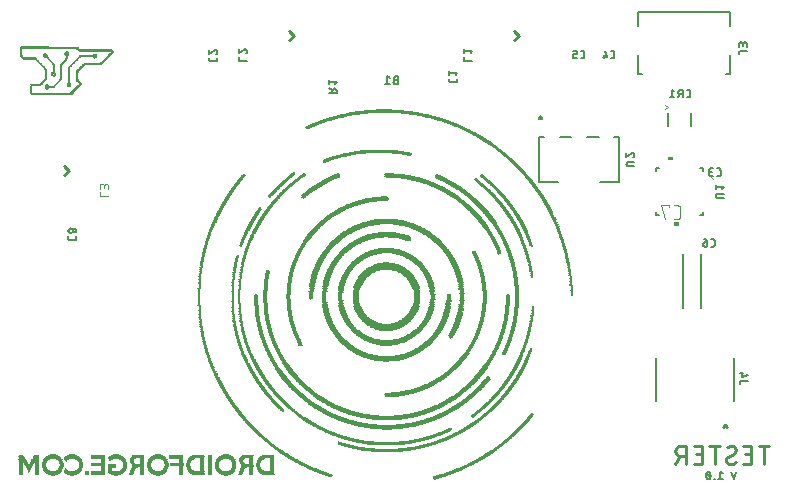
<source format=gbr>
G04 EAGLE Gerber RS-274X export*
G75*
%MOMM*%
%FSLAX34Y34*%
%LPD*%
%INSilkscreen Bottom*%
%IPPOS*%
%AMOC8*
5,1,8,0,0,1.08239X$1,22.5*%
G01*
%ADD10R,0.101600X0.025400*%
%ADD11R,0.228600X0.025400*%
%ADD12R,0.330200X0.025400*%
%ADD13R,0.431800X0.025400*%
%ADD14R,0.508000X0.025400*%
%ADD15R,0.609600X0.025400*%
%ADD16R,0.685800X0.025400*%
%ADD17R,0.762000X0.025400*%
%ADD18R,0.812800X0.025400*%
%ADD19R,0.177800X0.025400*%
%ADD20R,0.838200X0.025400*%
%ADD21R,0.279400X0.025400*%
%ADD22R,0.355600X0.025400*%
%ADD23R,0.457200X0.025400*%
%ADD24R,0.787400X0.025400*%
%ADD25R,0.533400X0.025400*%
%ADD26R,0.660400X0.025400*%
%ADD27R,0.736600X0.025400*%
%ADD28R,0.711200X0.025400*%
%ADD29R,0.635000X0.025400*%
%ADD30R,0.584200X0.025400*%
%ADD31R,0.558800X0.025400*%
%ADD32R,0.482600X0.025400*%
%ADD33R,0.406400X0.025400*%
%ADD34R,1.320800X0.025400*%
%ADD35R,2.133600X0.025400*%
%ADD36R,2.692400X0.025400*%
%ADD37R,3.149600X0.025400*%
%ADD38R,3.556000X0.025400*%
%ADD39R,3.911600X0.025400*%
%ADD40R,4.241800X0.025400*%
%ADD41R,4.546600X0.025400*%
%ADD42R,4.826000X0.025400*%
%ADD43R,1.905000X0.025400*%
%ADD44R,1.651000X0.025400*%
%ADD45R,1.625600X0.025400*%
%ADD46R,1.498600X0.025400*%
%ADD47R,1.473200X0.025400*%
%ADD48R,1.371600X0.025400*%
%ADD49R,0.381000X0.025400*%
%ADD50R,1.295400X0.025400*%
%ADD51R,1.270000X0.025400*%
%ADD52R,1.219200X0.025400*%
%ADD53R,1.193800X0.025400*%
%ADD54R,1.143000X0.025400*%
%ADD55R,1.092200X0.025400*%
%ADD56R,1.066800X0.025400*%
%ADD57R,1.016000X0.025400*%
%ADD58R,0.990600X0.025400*%
%ADD59R,0.965200X0.025400*%
%ADD60R,0.939800X0.025400*%
%ADD61R,0.914400X0.025400*%
%ADD62R,0.889000X0.025400*%
%ADD63R,0.863600X0.025400*%
%ADD64R,1.524000X0.025400*%
%ADD65R,2.235200X0.025400*%
%ADD66R,2.743200X0.025400*%
%ADD67R,3.175000X0.025400*%
%ADD68R,4.216400X0.025400*%
%ADD69R,4.521200X0.025400*%
%ADD70R,4.775200X0.025400*%
%ADD71R,0.304800X0.025400*%
%ADD72R,1.778000X0.025400*%
%ADD73R,1.574800X0.025400*%
%ADD74R,1.549400X0.025400*%
%ADD75R,0.076200X0.025400*%
%ADD76R,1.422400X0.025400*%
%ADD77R,1.244600X0.025400*%
%ADD78R,1.168400X0.025400*%
%ADD79R,1.117600X0.025400*%
%ADD80R,2.336800X0.025400*%
%ADD81R,0.152400X0.025400*%
%ADD82R,2.794000X0.025400*%
%ADD83R,3.505200X0.025400*%
%ADD84R,3.810000X0.025400*%
%ADD85R,4.114800X0.025400*%
%ADD86R,4.368800X0.025400*%
%ADD87R,4.622800X0.025400*%
%ADD88R,4.876800X0.025400*%
%ADD89R,5.080000X0.025400*%
%ADD90R,5.308600X0.025400*%
%ADD91R,2.362200X0.025400*%
%ADD92R,2.006600X0.025400*%
%ADD93R,2.032000X0.025400*%
%ADD94R,1.828800X0.025400*%
%ADD95R,1.701800X0.025400*%
%ADD96R,1.600200X0.025400*%
%ADD97R,1.447800X0.025400*%
%ADD98R,1.041400X0.025400*%
%ADD99R,2.489200X0.025400*%
%ADD100R,2.895600X0.025400*%
%ADD101R,3.225800X0.025400*%
%ADD102R,3.835400X0.025400*%
%ADD103R,4.343400X0.025400*%
%ADD104R,4.572000X0.025400*%
%ADD105R,4.800600X0.025400*%
%ADD106R,0.254000X0.025400*%
%ADD107R,5.029200X0.025400*%
%ADD108R,5.232400X0.025400*%
%ADD109R,2.057400X0.025400*%
%ADD110R,0.203200X0.025400*%
%ADD111R,1.346200X0.025400*%
%ADD112R,1.854200X0.025400*%
%ADD113R,1.981200X0.025400*%
%ADD114R,2.159000X0.025400*%
%ADD115R,2.260600X0.025400*%
%ADD116R,2.387600X0.025400*%
%ADD117R,1.727200X0.025400*%
%ADD118R,0.127000X0.025400*%
%ADD119R,2.184400X0.025400*%
%ADD120R,2.413000X0.025400*%
%ADD121R,2.641600X0.025400*%
%ADD122R,2.844800X0.025400*%
%ADD123R,3.022600X0.025400*%
%ADD124R,3.200400X0.025400*%
%ADD125R,3.352800X0.025400*%
%ADD126R,3.657600X0.025400*%
%ADD127R,3.937000X0.025400*%
%ADD128R,4.064000X0.025400*%
%ADD129R,1.879600X0.025400*%
%ADD130R,2.590800X0.025400*%
%ADD131R,2.870200X0.025400*%
%ADD132R,2.997200X0.025400*%
%ADD133R,3.124200X0.025400*%
%ADD134R,3.251200X0.025400*%
%ADD135R,3.479800X0.025400*%
%ADD136R,3.581400X0.025400*%
%ADD137R,1.803400X0.025400*%
%ADD138R,1.955800X0.025400*%
%ADD139R,2.082800X0.025400*%
%ADD140R,2.438400X0.025400*%
%ADD141R,2.565400X0.025400*%
%ADD142R,2.667000X0.025400*%
%ADD143R,2.946400X0.025400*%
%ADD144R,3.098800X0.025400*%
%ADD145R,3.327400X0.025400*%
%ADD146R,3.403600X0.025400*%
%ADD147R,0.050800X0.025400*%
%ADD148R,2.540000X0.025400*%
%ADD149R,2.717800X0.025400*%
%ADD150R,4.013200X0.025400*%
%ADD151R,3.784600X0.025400*%
%ADD152R,2.819400X0.025400*%
%ADD153R,2.616200X0.025400*%
%ADD154R,1.397000X0.025400*%
%ADD155R,4.419600X0.025400*%
%ADD156R,4.292600X0.025400*%
%ADD157R,4.140200X0.025400*%
%ADD158R,3.987800X0.025400*%
%ADD159R,3.632200X0.025400*%
%ADD160R,3.454400X0.025400*%
%ADD161R,3.048000X0.025400*%
%ADD162R,2.311400X0.025400*%
%ADD163R,0.025400X0.025400*%
%ADD164R,1.676400X0.025400*%
%ADD165R,2.514600X0.025400*%
%ADD166R,2.209800X0.025400*%
%ADD167R,1.930400X0.025400*%
%ADD168R,3.962400X0.025400*%
%ADD169R,3.606800X0.025400*%
%ADD170R,2.108200X0.025400*%
%ADD171R,5.283200X0.025400*%
%ADD172R,4.978400X0.025400*%
%ADD173R,4.673600X0.025400*%
%ADD174R,3.429000X0.025400*%
%ADD175R,2.921000X0.025400*%
%ADD176R,4.953000X0.025400*%
%ADD177R,4.927600X0.025400*%
%ADD178R,4.902200X0.025400*%
%ADD179R,4.749800X0.025400*%
%ADD180C,0.228600*%
%ADD181C,0.152400*%
%ADD182C,0.254000*%
%ADD183C,0.076200*%
%ADD184C,0.101600*%

G36*
X574677Y278894D02*
X574677Y278894D01*
X574679Y278893D01*
X574722Y278913D01*
X574766Y278931D01*
X574766Y278933D01*
X574768Y278934D01*
X574801Y279019D01*
X574801Y281559D01*
X574800Y281561D01*
X574801Y281563D01*
X574781Y281606D01*
X574763Y281650D01*
X574761Y281650D01*
X574760Y281652D01*
X574675Y281685D01*
X570865Y281685D01*
X570863Y281684D01*
X570861Y281685D01*
X570818Y281665D01*
X570774Y281647D01*
X570774Y281645D01*
X570772Y281644D01*
X570739Y281559D01*
X570739Y279019D01*
X570740Y279017D01*
X570739Y279015D01*
X570759Y278972D01*
X570777Y278928D01*
X570779Y278928D01*
X570780Y278926D01*
X570865Y278893D01*
X574675Y278893D01*
X574677Y278894D01*
G37*
G36*
X579757Y223776D02*
X579757Y223776D01*
X579759Y223775D01*
X579802Y223795D01*
X579846Y223813D01*
X579846Y223815D01*
X579848Y223816D01*
X579881Y223901D01*
X579881Y226441D01*
X579880Y226443D01*
X579881Y226445D01*
X579861Y226488D01*
X579843Y226532D01*
X579841Y226532D01*
X579840Y226534D01*
X579755Y226567D01*
X575945Y226567D01*
X575943Y226566D01*
X575941Y226567D01*
X575898Y226547D01*
X575854Y226529D01*
X575854Y226527D01*
X575852Y226526D01*
X575819Y226441D01*
X575819Y223901D01*
X575820Y223899D01*
X575819Y223897D01*
X575839Y223854D01*
X575857Y223810D01*
X575859Y223810D01*
X575860Y223808D01*
X575945Y223775D01*
X579755Y223775D01*
X579757Y223776D01*
G37*
D10*
X372999Y8636D03*
D11*
X373380Y8890D03*
D12*
X373634Y9144D03*
D13*
X374142Y9398D03*
D14*
X374523Y9652D03*
D15*
X375031Y9906D03*
D16*
X375412Y10160D03*
D17*
X375793Y10414D03*
D18*
X376301Y10668D03*
D19*
X284988Y10668D03*
D20*
X377190Y10922D03*
D21*
X284734Y10922D03*
D18*
X378079Y11176D03*
D22*
X284353Y11176D03*
D18*
X378841Y11430D03*
D23*
X284099Y11430D03*
D24*
X379730Y11684D03*
D25*
X283718Y11684D03*
D24*
X380492Y11938D03*
D15*
X283337Y11938D03*
D17*
X381381Y12192D03*
D26*
X282829Y12192D03*
D27*
X382016Y12446D03*
D28*
X282321Y12446D03*
D27*
X382778Y12700D03*
D17*
X281813Y12700D03*
D27*
X383540Y12954D03*
D28*
X281051Y12954D03*
D27*
X384302Y13208D03*
D28*
X280289Y13208D03*
X384937Y13462D03*
X279527Y13462D03*
X385699Y13716D03*
D16*
X278892Y13716D03*
D28*
X386461Y13970D03*
D16*
X278130Y13970D03*
X387096Y14224D03*
X277368Y14224D03*
X387858Y14478D03*
D26*
X276733Y14478D03*
X388493Y14732D03*
D16*
X276098Y14732D03*
D26*
X389255Y14986D03*
X275463Y14986D03*
D29*
X389890Y15240D03*
D26*
X274701Y15240D03*
X390525Y15494D03*
D29*
X274066Y15494D03*
X391160Y15748D03*
X273558Y15748D03*
D15*
X391795Y16002D03*
D29*
X272796Y16002D03*
X392430Y16256D03*
X272288Y16256D03*
D15*
X393065Y16510D03*
X271653Y16510D03*
X393573Y16764D03*
X270891Y16764D03*
D30*
X394208Y17018D03*
D15*
X270383Y17018D03*
X394843Y17272D03*
X269875Y17272D03*
D30*
X395478Y17526D03*
X269240Y17526D03*
X395986Y17780D03*
D15*
X268605Y17780D03*
D30*
X396494Y18034D03*
X267970Y18034D03*
D31*
X397129Y18288D03*
D30*
X267462Y18288D03*
X397764Y18542D03*
X266954Y18542D03*
X398272Y18796D03*
D31*
X266319Y18796D03*
X398907Y19050D03*
X265811Y19050D03*
X399415Y19304D03*
X265303Y19304D03*
X399923Y19558D03*
X264795Y19558D03*
X400431Y19812D03*
D25*
X264160Y19812D03*
D31*
X400939Y20066D03*
D25*
X263652Y20066D03*
X401574Y20320D03*
X263144Y20320D03*
X402082Y20574D03*
X262636Y20574D03*
X402590Y20828D03*
X262128Y20828D03*
X403098Y21082D03*
X261620Y21082D03*
X403606Y21336D03*
X261112Y21336D03*
X404114Y21590D03*
X260604Y21590D03*
X404622Y21844D03*
X260096Y21844D03*
D14*
X405003Y22098D03*
D25*
X259588Y22098D03*
D14*
X405511Y22352D03*
D25*
X259080Y22352D03*
D14*
X406019Y22606D03*
X258699Y22606D03*
X406527Y22860D03*
X258191Y22860D03*
X407035Y23114D03*
X257683Y23114D03*
X407543Y23368D03*
X257175Y23368D03*
D32*
X407924Y23622D03*
D14*
X256667Y23622D03*
D32*
X408432Y23876D03*
X256286Y23876D03*
X408940Y24130D03*
X255778Y24130D03*
D14*
X409321Y24384D03*
D32*
X255270Y24384D03*
X409702Y24638D03*
X254762Y24638D03*
X410210Y24892D03*
X254508Y24892D03*
X410718Y25146D03*
X254000Y25146D03*
D23*
X411099Y25400D03*
D32*
X253492Y25400D03*
X411480Y25654D03*
X252984Y25654D03*
X411988Y25908D03*
D23*
X252603Y25908D03*
D32*
X412496Y26162D03*
X252222Y26162D03*
D23*
X412877Y26416D03*
D32*
X251714Y26416D03*
X413258Y26670D03*
D23*
X251333Y26670D03*
X413639Y26924D03*
X250825Y26924D03*
X414147Y27178D03*
X250571Y27178D03*
X414655Y27432D03*
X250063Y27432D03*
X414909Y27686D03*
X249555Y27686D03*
X415417Y27940D03*
X249301Y27940D03*
D13*
X415798Y28194D03*
D23*
X248793Y28194D03*
X416179Y28448D03*
D13*
X248412Y28448D03*
D23*
X416687Y28702D03*
X248031Y28702D03*
D13*
X417068Y28956D03*
X247650Y28956D03*
D23*
X417449Y29210D03*
D13*
X247142Y29210D03*
X417830Y29464D03*
D23*
X246761Y29464D03*
X418211Y29718D03*
D13*
X246380Y29718D03*
X418592Y29972D03*
D23*
X245999Y29972D03*
D13*
X419100Y30226D03*
X245618Y30226D03*
X419354Y30480D03*
D23*
X245237Y30480D03*
D13*
X419862Y30734D03*
X244856Y30734D03*
X420116Y30988D03*
D33*
X244475Y30988D03*
D13*
X420624Y31242D03*
X244094Y31242D03*
X420878Y31496D03*
D33*
X243713Y31496D03*
X421259Y31750D03*
D34*
X332359Y31750D03*
D13*
X243332Y31750D03*
X421640Y32004D03*
D35*
X332359Y32004D03*
D33*
X242951Y32004D03*
X422021Y32258D03*
D36*
X332359Y32258D03*
D13*
X242570Y32258D03*
X422402Y32512D03*
D37*
X332359Y32512D03*
D33*
X242189Y32512D03*
X422783Y32766D03*
D38*
X332359Y32766D03*
D13*
X241808Y32766D03*
X423164Y33020D03*
D39*
X332359Y33020D03*
D33*
X241427Y33020D03*
X423545Y33274D03*
D40*
X332232Y33274D03*
D33*
X241173Y33274D03*
X423799Y33528D03*
D41*
X332232Y33528D03*
D13*
X240792Y33528D03*
D33*
X424307Y33782D03*
D42*
X332359Y33782D03*
D33*
X240411Y33782D03*
X424561Y34036D03*
D43*
X348234Y34036D03*
X316484Y34036D03*
D33*
X240157Y34036D03*
X424815Y34290D03*
D44*
X350774Y34290D03*
D45*
X313817Y34290D03*
D33*
X239649Y34290D03*
X425323Y34544D03*
D46*
X352806Y34544D03*
D47*
X311785Y34544D03*
D33*
X239395Y34544D03*
X425577Y34798D03*
D48*
X354457Y34798D03*
X310007Y34798D03*
D33*
X238887Y34798D03*
D49*
X425958Y35052D03*
D50*
X356108Y35052D03*
D51*
X308483Y35052D03*
D33*
X238633Y35052D03*
X426339Y35306D03*
D52*
X357505Y35306D03*
D53*
X307086Y35306D03*
D33*
X238379Y35306D03*
X426593Y35560D03*
D54*
X358902Y35560D03*
X305816Y35560D03*
D33*
X237871Y35560D03*
D49*
X426974Y35814D03*
D55*
X360172Y35814D03*
X304546Y35814D03*
D33*
X237617Y35814D03*
X427355Y36068D03*
D56*
X361315Y36068D03*
X303403Y36068D03*
D33*
X237363Y36068D03*
X427609Y36322D03*
D57*
X362331Y36322D03*
X302133Y36322D03*
D49*
X236982Y36322D03*
X427990Y36576D03*
D58*
X363474Y36576D03*
D59*
X301117Y36576D03*
D33*
X236601Y36576D03*
X428371Y36830D03*
D60*
X364490Y36830D03*
D59*
X300101Y36830D03*
D49*
X236220Y36830D03*
D33*
X428625Y37084D03*
D61*
X365633Y37084D03*
X299085Y37084D03*
D49*
X235966Y37084D03*
X429006Y37338D03*
D62*
X366522Y37338D03*
X298196Y37338D03*
D33*
X235585Y37338D03*
D49*
X429260Y37592D03*
D63*
X367411Y37592D03*
D64*
X332359Y37592D03*
D62*
X297180Y37592D03*
D49*
X235204Y37592D03*
D33*
X429641Y37846D03*
D20*
X368300Y37846D03*
D65*
X332359Y37846D03*
D63*
X296291Y37846D03*
D49*
X234950Y37846D03*
X430022Y38100D03*
D20*
X369316Y38100D03*
D66*
X332359Y38100D03*
D18*
X295529Y38100D03*
D49*
X234696Y38100D03*
X430276Y38354D03*
D18*
X370205Y38354D03*
D67*
X332232Y38354D03*
D27*
X294894Y38354D03*
D33*
X234315Y38354D03*
X430657Y38608D03*
D24*
X370840Y38608D03*
D38*
X332359Y38608D03*
D26*
X294259Y38608D03*
D49*
X233934Y38608D03*
X431038Y38862D03*
D17*
X371729Y38862D03*
D39*
X332359Y38862D03*
D30*
X293878Y38862D03*
D49*
X233680Y38862D03*
X431292Y39116D03*
D17*
X372491Y39116D03*
D68*
X332359Y39116D03*
D32*
X293370Y39116D03*
D49*
X233426Y39116D03*
X431546Y39370D03*
D27*
X373380Y39370D03*
D69*
X332359Y39370D03*
D33*
X292989Y39370D03*
D49*
X232918Y39370D03*
X431800Y39624D03*
D27*
X374142Y39624D03*
D70*
X332359Y39624D03*
D71*
X292735Y39624D03*
D49*
X232664Y39624D03*
X432308Y39878D03*
D28*
X374777Y39878D03*
D72*
X348615Y39878D03*
X316103Y39878D03*
D11*
X292354Y39878D03*
D49*
X232410Y39878D03*
X432562Y40132D03*
D28*
X375539Y40132D03*
D73*
X350901Y40132D03*
D74*
X313690Y40132D03*
D75*
X292100Y40132D03*
D49*
X232156Y40132D03*
X432816Y40386D03*
D28*
X376301Y40386D03*
D76*
X352679Y40386D03*
X311785Y40386D03*
D22*
X231775Y40386D03*
D49*
X433070Y40640D03*
D16*
X376936Y40640D03*
D34*
X354457Y40640D03*
X310261Y40640D03*
D49*
X231394Y40640D03*
D22*
X433451Y40894D03*
D16*
X377698Y40894D03*
D77*
X355854Y40894D03*
D52*
X308737Y40894D03*
D49*
X231140Y40894D03*
X433832Y41148D03*
D26*
X378333Y41148D03*
D78*
X357251Y41148D03*
D53*
X307340Y41148D03*
D49*
X230886Y41148D03*
X434086Y41402D03*
D26*
X379095Y41402D03*
D79*
X358521Y41402D03*
D55*
X306070Y41402D03*
D49*
X230632Y41402D03*
X434340Y41656D03*
D29*
X379730Y41656D03*
D56*
X359791Y41656D03*
X304927Y41656D03*
D22*
X230251Y41656D03*
X434721Y41910D03*
D26*
X380365Y41910D03*
D57*
X360807Y41910D03*
X303657Y41910D03*
D22*
X229997Y41910D03*
X434975Y42164D03*
D29*
X381000Y42164D03*
D58*
X361950Y42164D03*
D59*
X302641Y42164D03*
D49*
X229616Y42164D03*
D22*
X435229Y42418D03*
D15*
X381635Y42418D03*
D59*
X363093Y42418D03*
X301625Y42418D03*
D49*
X229362Y42418D03*
X435610Y42672D03*
D29*
X382270Y42672D03*
D61*
X364109Y42672D03*
X300609Y42672D03*
D49*
X229108Y42672D03*
X435864Y42926D03*
D15*
X382905Y42926D03*
D62*
X364998Y42926D03*
D61*
X299593Y42926D03*
D22*
X228727Y42926D03*
D49*
X436118Y43180D03*
D15*
X383413Y43180D03*
D63*
X365887Y43180D03*
D62*
X298704Y43180D03*
D22*
X228473Y43180D03*
X436499Y43434D03*
D30*
X384048Y43434D03*
D63*
X366903Y43434D03*
D20*
X297688Y43434D03*
D22*
X228219Y43434D03*
X436753Y43688D03*
D30*
X384556Y43688D03*
D20*
X367792Y43688D03*
X296926Y43688D03*
D22*
X227965Y43688D03*
X437007Y43942D03*
D30*
X385318Y43942D03*
D18*
X368681Y43942D03*
X296037Y43942D03*
D49*
X227584Y43942D03*
D22*
X437261Y44196D03*
D30*
X385826Y44196D03*
D24*
X369316Y44196D03*
X295148Y44196D03*
D49*
X227330Y44196D03*
D22*
X437515Y44450D03*
D30*
X386334Y44450D03*
D17*
X370205Y44450D03*
D24*
X294386Y44450D03*
D22*
X226949Y44450D03*
D49*
X437896Y44704D03*
D31*
X386969Y44704D03*
D17*
X370967Y44704D03*
X293497Y44704D03*
D22*
X226695Y44704D03*
X438277Y44958D03*
D31*
X387477Y44958D03*
D27*
X371856Y44958D03*
X292862Y44958D03*
D22*
X226441Y44958D03*
X438531Y45212D03*
D31*
X387985Y45212D03*
D27*
X372618Y45212D03*
X292100Y45212D03*
D22*
X226187Y45212D03*
X438785Y45466D03*
D31*
X388493Y45466D03*
D28*
X373253Y45466D03*
D27*
X291338Y45466D03*
D22*
X225933Y45466D03*
X439039Y45720D03*
D31*
X389001Y45720D03*
D28*
X374015Y45720D03*
D16*
X290576Y45720D03*
D22*
X225679Y45720D03*
X439293Y45974D03*
D25*
X389636Y45974D03*
D28*
X374777Y45974D03*
D16*
X289814Y45974D03*
D22*
X225425Y45974D03*
X439547Y46228D03*
D25*
X390144Y46228D03*
D16*
X375412Y46228D03*
D26*
X289179Y46228D03*
D12*
X225044Y46228D03*
D22*
X439801Y46482D03*
D25*
X390652Y46482D03*
D16*
X376174Y46482D03*
D26*
X288417Y46482D03*
D22*
X224663Y46482D03*
X440055Y46736D03*
D25*
X391160Y46736D03*
D26*
X376809Y46736D03*
X287909Y46736D03*
D22*
X224409Y46736D03*
X440309Y46990D03*
D14*
X391541Y46990D03*
D29*
X377444Y46990D03*
D26*
X287147Y46990D03*
D22*
X224155Y46990D03*
D12*
X440690Y47244D03*
D14*
X392049Y47244D03*
D29*
X378206Y47244D03*
X286512Y47244D03*
D22*
X223901Y47244D03*
D12*
X440944Y47498D03*
D14*
X392557Y47498D03*
D29*
X378714Y47498D03*
X285750Y47498D03*
D22*
X223647Y47498D03*
D12*
X441198Y47752D03*
D14*
X393065Y47752D03*
D15*
X379349Y47752D03*
D29*
X285242Y47752D03*
D22*
X223393Y47752D03*
D12*
X441452Y48006D03*
D14*
X393573Y48006D03*
D29*
X379984Y48006D03*
D15*
X284607Y48006D03*
D22*
X223139Y48006D03*
D12*
X441706Y48260D03*
D14*
X394081Y48260D03*
D15*
X380619Y48260D03*
X284099Y48260D03*
D22*
X222885Y48260D03*
X442087Y48514D03*
D32*
X394462Y48514D03*
D30*
X381254Y48514D03*
D15*
X283337Y48514D03*
D22*
X222631Y48514D03*
X442341Y48768D03*
D32*
X394970Y48768D03*
D30*
X381762Y48768D03*
D15*
X282829Y48768D03*
D22*
X222377Y48768D03*
X442595Y49022D03*
D32*
X395478Y49022D03*
D15*
X382397Y49022D03*
D30*
X282194Y49022D03*
D22*
X222123Y49022D03*
X442849Y49276D03*
D14*
X395859Y49276D03*
D30*
X383032Y49276D03*
X281686Y49276D03*
D22*
X221869Y49276D03*
X443103Y49530D03*
D32*
X396240Y49530D03*
D30*
X383540Y49530D03*
X281178Y49530D03*
D22*
X221615Y49530D03*
X443357Y49784D03*
D32*
X396748Y49784D03*
D30*
X384048Y49784D03*
D31*
X280543Y49784D03*
D12*
X221234Y49784D03*
D22*
X443611Y50038D03*
D32*
X397256Y50038D03*
D25*
X384556Y50038D03*
D31*
X280035Y50038D03*
D12*
X220980Y50038D03*
D22*
X443865Y50292D03*
D23*
X397637Y50292D03*
D14*
X384937Y50292D03*
D31*
X279527Y50292D03*
D12*
X220726Y50292D03*
D22*
X444119Y50546D03*
D23*
X398145Y50546D03*
X385191Y50546D03*
D25*
X278892Y50546D03*
D12*
X220472Y50546D03*
D22*
X444373Y50800D03*
D32*
X398526Y50800D03*
D33*
X385445Y50800D03*
D25*
X278384Y50800D03*
D12*
X220218Y50800D03*
D22*
X444627Y51054D03*
D23*
X398907Y51054D03*
D12*
X385826Y51054D03*
D63*
X332359Y51054D03*
D25*
X277876Y51054D03*
D12*
X219964Y51054D03*
D22*
X444881Y51308D03*
D23*
X399415Y51308D03*
D21*
X386080Y51308D03*
D72*
X332359Y51308D03*
D25*
X277368Y51308D03*
D12*
X219710Y51308D03*
D22*
X445135Y51562D03*
D32*
X399796Y51562D03*
D11*
X386334Y51562D03*
D80*
X332359Y51562D03*
D25*
X276860Y51562D03*
D12*
X219456Y51562D03*
X445262Y51816D03*
D23*
X400177Y51816D03*
D81*
X386461Y51816D03*
D82*
X332359Y51816D03*
D25*
X276352Y51816D03*
D12*
X219202Y51816D03*
X445516Y52070D03*
D23*
X400685Y52070D03*
D67*
X332232Y52070D03*
D25*
X275844Y52070D03*
D12*
X218948Y52070D03*
X445770Y52324D03*
D13*
X401066Y52324D03*
D83*
X332359Y52324D03*
D25*
X275336Y52324D03*
D12*
X218694Y52324D03*
X446024Y52578D03*
D23*
X401447Y52578D03*
D84*
X332359Y52578D03*
D25*
X274828Y52578D03*
D12*
X218440Y52578D03*
X446278Y52832D03*
D13*
X401828Y52832D03*
D85*
X332359Y52832D03*
D25*
X274320Y52832D03*
D12*
X218186Y52832D03*
X446532Y53086D03*
D23*
X402209Y53086D03*
D86*
X332359Y53086D03*
D14*
X273939Y53086D03*
D12*
X217932Y53086D03*
X446786Y53340D03*
D13*
X402590Y53340D03*
D87*
X332359Y53340D03*
D14*
X273431Y53340D03*
D12*
X217678Y53340D03*
X447040Y53594D03*
D13*
X403098Y53594D03*
D88*
X332359Y53594D03*
D14*
X272923Y53594D03*
D12*
X217424Y53594D03*
X447294Y53848D03*
D13*
X403352Y53848D03*
D89*
X332359Y53848D03*
D14*
X272415Y53848D03*
D12*
X217424Y53848D03*
X447548Y54102D03*
D13*
X403860Y54102D03*
D90*
X332232Y54102D03*
D32*
X272034Y54102D03*
D12*
X217170Y54102D03*
X447802Y54356D03*
D13*
X404114Y54356D03*
D80*
X348107Y54356D03*
D91*
X316484Y54356D03*
D32*
X271526Y54356D03*
D12*
X216916Y54356D03*
X448056Y54610D03*
D13*
X404622Y54610D03*
D92*
X350774Y54610D03*
D93*
X313817Y54610D03*
D32*
X271018Y54610D03*
D12*
X216662Y54610D03*
X448310Y54864D03*
D13*
X404876Y54864D03*
D94*
X352679Y54864D03*
X312039Y54864D03*
D32*
X270510Y54864D03*
D12*
X216408Y54864D03*
X448564Y55118D03*
D13*
X405384Y55118D03*
D95*
X354330Y55118D03*
X310388Y55118D03*
D32*
X270256Y55118D03*
D12*
X216154Y55118D03*
X448818Y55372D03*
D13*
X405638Y55372D03*
D96*
X355600Y55372D03*
D73*
X308991Y55372D03*
D32*
X269748Y55372D03*
D12*
X215900Y55372D03*
X449072Y55626D03*
D13*
X406146Y55626D03*
D46*
X356870Y55626D03*
D64*
X307721Y55626D03*
D32*
X269240Y55626D03*
D12*
X215646Y55626D03*
D71*
X449199Y55880D03*
D13*
X406400Y55880D03*
D97*
X358140Y55880D03*
X306578Y55880D03*
D23*
X268859Y55880D03*
D12*
X215392Y55880D03*
D71*
X449453Y56134D03*
D33*
X406781Y56134D03*
D48*
X359283Y56134D03*
X305435Y56134D03*
D23*
X268351Y56134D03*
D12*
X215138Y56134D03*
D71*
X449707Y56388D03*
D13*
X407162Y56388D03*
D34*
X360299Y56388D03*
X304419Y56388D03*
D23*
X268097Y56388D03*
D12*
X214884Y56388D03*
X449834Y56642D03*
D33*
X407543Y56642D03*
D51*
X361315Y56642D03*
D50*
X303276Y56642D03*
D23*
X267589Y56642D03*
D12*
X214630Y56642D03*
X450088Y56896D03*
D13*
X407924Y56896D03*
D77*
X362204Y56896D03*
D52*
X302387Y56896D03*
D23*
X267081Y56896D03*
D71*
X214503Y56896D03*
D12*
X450342Y57150D03*
D33*
X408305Y57150D03*
D53*
X363220Y57150D03*
X301498Y57150D03*
D23*
X266827Y57150D03*
D71*
X214249Y57150D03*
D12*
X450596Y57404D03*
D33*
X408559Y57404D03*
D78*
X364109Y57404D03*
X300609Y57404D03*
D23*
X266319Y57404D03*
D71*
X213995Y57404D03*
D12*
X450850Y57658D03*
D33*
X409067Y57658D03*
D54*
X364998Y57658D03*
X299720Y57658D03*
D13*
X265938Y57658D03*
D12*
X213868Y57658D03*
X451104Y57912D03*
D33*
X409321Y57912D03*
D55*
X365760Y57912D03*
D79*
X298831Y57912D03*
D23*
X265557Y57912D03*
D12*
X213614Y57912D03*
D71*
X451231Y58166D03*
D33*
X409575Y58166D03*
D55*
X366522Y58166D03*
D56*
X298069Y58166D03*
D13*
X265176Y58166D03*
D12*
X213360Y58166D03*
D71*
X451485Y58420D03*
D33*
X410083Y58420D03*
D56*
X367411Y58420D03*
X297307Y58420D03*
D23*
X264795Y58420D03*
D12*
X213106Y58420D03*
D71*
X451739Y58674D03*
D33*
X410337Y58674D03*
D98*
X368046Y58674D03*
X296418Y58674D03*
D13*
X264414Y58674D03*
D12*
X212852Y58674D03*
D71*
X451993Y58928D03*
D49*
X410718Y58928D03*
D57*
X368935Y58928D03*
D48*
X332359Y58928D03*
D57*
X295783Y58928D03*
D13*
X263906Y58928D03*
D71*
X212725Y58928D03*
D12*
X452120Y59182D03*
D49*
X410972Y59182D03*
D58*
X369570Y59182D03*
D92*
X332232Y59182D03*
D57*
X295021Y59182D03*
D13*
X263652Y59182D03*
D71*
X212471Y59182D03*
D12*
X452374Y59436D03*
D33*
X411353Y59436D03*
D58*
X370332Y59436D03*
D99*
X332359Y59436D03*
D58*
X294386Y59436D03*
D13*
X263144Y59436D03*
D71*
X212217Y59436D03*
D12*
X452628Y59690D03*
D49*
X411734Y59690D03*
D59*
X370967Y59690D03*
D100*
X332359Y59690D03*
D60*
X293624Y59690D03*
D13*
X262890Y59690D03*
D71*
X211963Y59690D03*
X452755Y59944D03*
D49*
X411988Y59944D03*
D60*
X371602Y59944D03*
D101*
X332232Y59944D03*
D60*
X292862Y59944D03*
D13*
X262382Y59944D03*
D12*
X211836Y59944D03*
D71*
X453009Y60198D03*
D33*
X412369Y60198D03*
D60*
X372364Y60198D03*
D38*
X332359Y60198D03*
D61*
X292227Y60198D03*
D13*
X262128Y60198D03*
D12*
X211582Y60198D03*
D71*
X453263Y60452D03*
D49*
X412750Y60452D03*
D61*
X372999Y60452D03*
D102*
X332232Y60452D03*
D61*
X291719Y60452D03*
D33*
X261747Y60452D03*
D12*
X211328Y60452D03*
D71*
X453517Y60706D03*
D49*
X413004Y60706D03*
D62*
X373634Y60706D03*
D85*
X332359Y60706D03*
D61*
X290957Y60706D03*
D13*
X261366Y60706D03*
D71*
X211201Y60706D03*
X453771Y60960D03*
D49*
X413258Y60960D03*
D62*
X374396Y60960D03*
D103*
X332232Y60960D03*
D62*
X290322Y60960D03*
D33*
X260985Y60960D03*
D71*
X210947Y60960D03*
D12*
X453898Y61214D03*
D49*
X413512Y61214D03*
D81*
X405257Y61214D03*
D62*
X374904Y61214D03*
D104*
X332359Y61214D03*
D63*
X289687Y61214D03*
D13*
X260604Y61214D03*
D71*
X210693Y61214D03*
X454025Y61468D03*
D49*
X414020Y61468D03*
D11*
X405384Y61468D03*
D63*
X375539Y61468D03*
D105*
X332232Y61468D03*
D63*
X289179Y61468D03*
D33*
X260223Y61468D03*
D71*
X210439Y61468D03*
X454279Y61722D03*
D49*
X414274Y61722D03*
D106*
X405511Y61722D03*
D63*
X376047Y61722D03*
D107*
X332359Y61722D03*
D20*
X288544Y61722D03*
D33*
X259969Y61722D03*
D12*
X210312Y61722D03*
D71*
X454533Y61976D03*
D49*
X414528Y61976D03*
D21*
X405638Y61976D03*
D20*
X376682Y61976D03*
D108*
X332359Y61976D03*
D20*
X288036Y61976D03*
D33*
X259461Y61976D03*
D71*
X210185Y61976D03*
X454787Y62230D03*
D49*
X414782Y62230D03*
D12*
X405892Y62230D03*
D20*
X377190Y62230D03*
D109*
X348996Y62230D03*
X315468Y62230D03*
D20*
X287274Y62230D03*
D33*
X259207Y62230D03*
D71*
X209931Y62230D03*
D21*
X454914Y62484D03*
D22*
X415163Y62484D03*
X406019Y62484D03*
D18*
X377825Y62484D03*
D94*
X351155Y62484D03*
X313563Y62484D03*
D20*
X286766Y62484D03*
D33*
X258953Y62484D03*
D71*
X209677Y62484D03*
X455041Y62738D03*
D49*
X415544Y62738D03*
X406146Y62738D03*
D18*
X378333Y62738D03*
D95*
X352806Y62738D03*
X311912Y62738D03*
D18*
X286131Y62738D03*
D33*
X258445Y62738D03*
D71*
X209423Y62738D03*
D21*
X455168Y62992D03*
D49*
X415798Y62992D03*
D33*
X406527Y62992D03*
D24*
X378968Y62992D03*
D73*
X354203Y62992D03*
X310515Y62992D03*
D18*
X285623Y62992D03*
D33*
X258191Y62992D03*
D71*
X209169Y62992D03*
D106*
X455295Y63246D03*
D49*
X416052Y63246D03*
D33*
X406781Y63246D03*
D24*
X379476Y63246D03*
D47*
X355473Y63246D03*
D46*
X309118Y63246D03*
D18*
X285115Y63246D03*
D49*
X257810Y63246D03*
D12*
X209042Y63246D03*
D110*
X455295Y63500D03*
D22*
X416433Y63500D03*
D49*
X407162Y63500D03*
D24*
X379984Y63500D03*
D76*
X356743Y63500D03*
X307975Y63500D03*
D17*
X284607Y63500D03*
D33*
X257429Y63500D03*
D71*
X208915Y63500D03*
D19*
X455422Y63754D03*
D22*
X416687Y63754D03*
D33*
X407543Y63754D03*
D17*
X380619Y63754D03*
D48*
X357759Y63754D03*
D111*
X306832Y63754D03*
D17*
X284099Y63754D03*
D33*
X257175Y63754D03*
D71*
X208661Y63754D03*
D10*
X455295Y64008D03*
D22*
X416941Y64008D03*
D33*
X407797Y64008D03*
D17*
X381127Y64008D03*
D34*
X358775Y64008D03*
D50*
X305816Y64008D03*
D17*
X283591Y64008D03*
D49*
X256794Y64008D03*
D71*
X208407Y64008D03*
D49*
X417322Y64262D03*
X408178Y64262D03*
D17*
X381635Y64262D03*
D51*
X359791Y64262D03*
X304927Y64262D03*
D17*
X283083Y64262D03*
D49*
X256540Y64262D03*
D71*
X208153Y64262D03*
D49*
X417576Y64516D03*
X408432Y64516D03*
D17*
X382143Y64516D03*
D52*
X360807Y64516D03*
X303911Y64516D03*
D17*
X282575Y64516D03*
D33*
X256159Y64516D03*
D71*
X208153Y64516D03*
D22*
X417957Y64770D03*
D33*
X408813Y64770D03*
D27*
X382524Y64770D03*
D78*
X361569Y64770D03*
D53*
X303022Y64770D03*
D27*
X281940Y64770D03*
D49*
X255778Y64770D03*
D71*
X207899Y64770D03*
D22*
X418211Y65024D03*
D49*
X409194Y65024D03*
D27*
X383032Y65024D03*
D54*
X362458Y65024D03*
D78*
X302133Y65024D03*
D27*
X281432Y65024D03*
D49*
X255524Y65024D03*
D71*
X207645Y65024D03*
D22*
X418465Y65278D03*
D49*
X409448Y65278D03*
D27*
X383540Y65278D03*
D79*
X363347Y65278D03*
X301371Y65278D03*
D28*
X281051Y65278D03*
D49*
X255270Y65278D03*
D71*
X207391Y65278D03*
D22*
X418719Y65532D03*
D49*
X409702Y65532D03*
D27*
X384048Y65532D03*
D55*
X364236Y65532D03*
X300482Y65532D03*
D28*
X280543Y65532D03*
D49*
X254762Y65532D03*
D71*
X207137Y65532D03*
D22*
X418973Y65786D03*
D33*
X410083Y65786D03*
D27*
X384556Y65786D03*
D56*
X364871Y65786D03*
X299593Y65786D03*
D28*
X280035Y65786D03*
D49*
X254508Y65786D03*
D75*
X244348Y65786D03*
D71*
X207137Y65786D03*
D22*
X419227Y66040D03*
D49*
X410464Y66040D03*
D28*
X384937Y66040D03*
D98*
X365760Y66040D03*
X298958Y66040D03*
D28*
X279527Y66040D03*
D49*
X254254Y66040D03*
D19*
X244348Y66040D03*
D71*
X206883Y66040D03*
D49*
X419608Y66294D03*
X410718Y66294D03*
D28*
X385445Y66294D03*
D57*
X366395Y66294D03*
X298069Y66294D03*
D16*
X279146Y66294D03*
D49*
X254000Y66294D03*
D11*
X244348Y66294D03*
D71*
X206629Y66294D03*
D22*
X419989Y66548D03*
D49*
X410972Y66548D03*
D28*
X385953Y66548D03*
D58*
X367284Y66548D03*
X297434Y66548D03*
D16*
X278638Y66548D03*
D49*
X253492Y66548D03*
D106*
X244221Y66548D03*
D71*
X206375Y66548D03*
D22*
X420243Y66802D03*
X411353Y66802D03*
D16*
X386334Y66802D03*
D59*
X367919Y66802D03*
X296799Y66802D03*
D16*
X278130Y66802D03*
D49*
X253238Y66802D03*
D21*
X244094Y66802D03*
X206248Y66802D03*
D22*
X420497Y67056D03*
D49*
X411734Y67056D03*
D16*
X386842Y67056D03*
D60*
X368554Y67056D03*
D59*
X296037Y67056D03*
D16*
X277876Y67056D03*
D49*
X252984Y67056D03*
D71*
X243967Y67056D03*
X206121Y67056D03*
D22*
X420751Y67310D03*
D49*
X411988Y67310D03*
D16*
X387350Y67310D03*
D60*
X369316Y67310D03*
X295402Y67310D03*
D16*
X277368Y67310D03*
D49*
X252730Y67310D03*
D12*
X243840Y67310D03*
D71*
X205867Y67310D03*
D22*
X421005Y67564D03*
D49*
X412242Y67564D03*
D26*
X387731Y67564D03*
D61*
X369951Y67564D03*
X294767Y67564D03*
D16*
X276860Y67564D03*
D22*
X252349Y67564D03*
D12*
X243586Y67564D03*
D71*
X205613Y67564D03*
D22*
X421259Y67818D03*
D49*
X412496Y67818D03*
D26*
X388239Y67818D03*
D62*
X370586Y67818D03*
D61*
X294005Y67818D03*
D26*
X276479Y67818D03*
D22*
X252095Y67818D03*
X243459Y67818D03*
D21*
X205486Y67818D03*
D22*
X421513Y68072D03*
X412877Y68072D03*
D16*
X388620Y68072D03*
D62*
X371094Y68072D03*
X293370Y68072D03*
D26*
X275971Y68072D03*
D49*
X251714Y68072D03*
D12*
X243078Y68072D03*
D71*
X205359Y68072D03*
D22*
X421767Y68326D03*
X413131Y68326D03*
D26*
X389001Y68326D03*
D62*
X371856Y68326D03*
X292862Y68326D03*
D26*
X275717Y68326D03*
D49*
X251460Y68326D03*
D12*
X242824Y68326D03*
D71*
X205105Y68326D03*
D22*
X422021Y68580D03*
X413385Y68580D03*
D26*
X389509Y68580D03*
D63*
X372491Y68580D03*
X292227Y68580D03*
D26*
X275209Y68580D03*
D49*
X251206Y68580D03*
D12*
X242570Y68580D03*
D71*
X204851Y68580D03*
D22*
X422275Y68834D03*
D49*
X413766Y68834D03*
D29*
X389890Y68834D03*
D63*
X372999Y68834D03*
D20*
X291592Y68834D03*
D26*
X274701Y68834D03*
D22*
X250825Y68834D03*
D12*
X242316Y68834D03*
D21*
X204724Y68834D03*
D12*
X422656Y69088D03*
D49*
X414020Y69088D03*
D26*
X390271Y69088D03*
D20*
X373634Y69088D03*
X291084Y69088D03*
D29*
X274320Y69088D03*
D22*
X250571Y69088D03*
D12*
X242062Y69088D03*
D71*
X204597Y69088D03*
D12*
X422910Y69342D03*
D22*
X414401Y69342D03*
D29*
X390652Y69342D03*
D20*
X374142Y69342D03*
D18*
X290449Y69342D03*
D26*
X273939Y69342D03*
D22*
X250317Y69342D03*
D12*
X241808Y69342D03*
D71*
X204343Y69342D03*
D12*
X423164Y69596D03*
D22*
X414655Y69596D03*
D29*
X391160Y69596D03*
D18*
X374777Y69596D03*
X289941Y69596D03*
D29*
X273558Y69596D03*
D22*
X250063Y69596D03*
D12*
X241554Y69596D03*
D71*
X204089Y69596D03*
D12*
X423418Y69850D03*
D22*
X414909Y69850D03*
D29*
X391414Y69850D03*
D18*
X375285Y69850D03*
D24*
X289306Y69850D03*
D29*
X273050Y69850D03*
D22*
X249809Y69850D03*
D12*
X241300Y69850D03*
D21*
X203962Y69850D03*
D12*
X423672Y70104D03*
D22*
X415163Y70104D03*
D29*
X391922Y70104D03*
D24*
X375920Y70104D03*
X288798Y70104D03*
D29*
X272796Y70104D03*
D49*
X249428Y70104D03*
D12*
X241046Y70104D03*
D71*
X203835Y70104D03*
D12*
X423926Y70358D03*
D22*
X415417Y70358D03*
D15*
X392303Y70358D03*
D24*
X376428Y70358D03*
X288290Y70358D03*
D29*
X272288Y70358D03*
D22*
X249047Y70358D03*
D12*
X240792Y70358D03*
D71*
X203581Y70358D03*
D12*
X424180Y70612D03*
D22*
X415671Y70612D03*
D29*
X392684Y70612D03*
D24*
X376936Y70612D03*
D17*
X287655Y70612D03*
D15*
X271907Y70612D03*
D22*
X248793Y70612D03*
D12*
X240538Y70612D03*
D21*
X203454Y70612D03*
D12*
X424434Y70866D03*
D22*
X415925Y70866D03*
D15*
X393065Y70866D03*
D24*
X377444Y70866D03*
D17*
X287147Y70866D03*
D29*
X271526Y70866D03*
D22*
X248539Y70866D03*
D12*
X240284Y70866D03*
D21*
X203200Y70866D03*
D12*
X424688Y71120D03*
D22*
X416433Y71120D03*
D29*
X393446Y71120D03*
D17*
X378079Y71120D03*
X286639Y71120D03*
D15*
X271145Y71120D03*
D22*
X248285Y71120D03*
D12*
X240030Y71120D03*
D71*
X203073Y71120D03*
D12*
X424942Y71374D03*
D22*
X416687Y71374D03*
D15*
X393827Y71374D03*
D27*
X378460Y71374D03*
D17*
X286131Y71374D03*
D15*
X270891Y71374D03*
D22*
X248031Y71374D03*
D12*
X239776Y71374D03*
D71*
X202819Y71374D03*
D12*
X425196Y71628D03*
D22*
X416941Y71628D03*
D30*
X394208Y71628D03*
D27*
X378968Y71628D03*
D17*
X285623Y71628D03*
D15*
X270383Y71628D03*
D22*
X247777Y71628D03*
D12*
X239522Y71628D03*
D21*
X202692Y71628D03*
D12*
X425450Y71882D03*
D22*
X417195Y71882D03*
D15*
X394589Y71882D03*
D27*
X379476Y71882D03*
X285242Y71882D03*
D30*
X270002Y71882D03*
D22*
X247523Y71882D03*
D12*
X239268Y71882D03*
D71*
X202565Y71882D03*
D12*
X425704Y72136D03*
D22*
X417449Y72136D03*
D30*
X394970Y72136D03*
D27*
X379984Y72136D03*
D28*
X284607Y72136D03*
D15*
X269621Y72136D03*
D22*
X247269Y72136D03*
D12*
X239014Y72136D03*
D71*
X202311Y72136D03*
D12*
X425958Y72390D03*
D22*
X417703Y72390D03*
D15*
X395351Y72390D03*
D27*
X380492Y72390D03*
D28*
X284099Y72390D03*
D30*
X269240Y72390D03*
D22*
X247015Y72390D03*
D12*
X238760Y72390D03*
D21*
X202184Y72390D03*
D12*
X426212Y72644D03*
D22*
X417957Y72644D03*
D30*
X395732Y72644D03*
D28*
X380873Y72644D03*
X283591Y72644D03*
D30*
X268986Y72644D03*
D12*
X246634Y72644D03*
X238506Y72644D03*
D21*
X201930Y72644D03*
D12*
X426466Y72898D03*
D22*
X418211Y72898D03*
D30*
X395986Y72898D03*
D28*
X381381Y72898D03*
D16*
X283210Y72898D03*
D30*
X268478Y72898D03*
D12*
X246380Y72898D03*
X238252Y72898D03*
D71*
X201803Y72898D03*
D12*
X426720Y73152D03*
D22*
X418465Y73152D03*
D30*
X396494Y73152D03*
D28*
X381889Y73152D03*
D16*
X282702Y73152D03*
D30*
X268224Y73152D03*
D12*
X246126Y73152D03*
X237998Y73152D03*
D21*
X201676Y73152D03*
D12*
X426974Y73406D03*
D22*
X418719Y73406D03*
D30*
X396748Y73406D03*
D16*
X382270Y73406D03*
D28*
X282321Y73406D03*
D30*
X267970Y73406D03*
D12*
X245872Y73406D03*
X237744Y73406D03*
D21*
X201422Y73406D03*
D12*
X427228Y73660D03*
D22*
X418973Y73660D03*
D31*
X397129Y73660D03*
D16*
X382778Y73660D03*
D28*
X281813Y73660D03*
D30*
X267462Y73660D03*
D12*
X245618Y73660D03*
X237490Y73660D03*
D71*
X201295Y73660D03*
D12*
X427482Y73914D03*
D22*
X419227Y73914D03*
D30*
X397510Y73914D03*
D16*
X383286Y73914D03*
X281432Y73914D03*
D30*
X267208Y73914D03*
D12*
X245364Y73914D03*
X237236Y73914D03*
D21*
X201168Y73914D03*
D71*
X427609Y74168D03*
D12*
X419608Y74168D03*
D30*
X397764Y74168D03*
D26*
X383667Y74168D03*
D16*
X280924Y74168D03*
D31*
X266827Y74168D03*
D12*
X245110Y74168D03*
X236982Y74168D03*
D21*
X200914Y74168D03*
D71*
X427863Y74422D03*
D12*
X419862Y74422D03*
D31*
X398145Y74422D03*
D26*
X384175Y74422D03*
X280543Y74422D03*
D30*
X266446Y74422D03*
D12*
X244856Y74422D03*
X236728Y74422D03*
D71*
X200787Y74422D03*
D12*
X427990Y74676D03*
X420116Y74676D03*
D30*
X398526Y74676D03*
D16*
X384556Y74676D03*
D26*
X280035Y74676D03*
D31*
X266065Y74676D03*
D12*
X244602Y74676D03*
X236474Y74676D03*
D21*
X200660Y74676D03*
D12*
X428244Y74930D03*
X420370Y74930D03*
D31*
X398907Y74930D03*
D26*
X384937Y74930D03*
X279527Y74930D03*
D31*
X265811Y74930D03*
D12*
X244348Y74930D03*
X236220Y74930D03*
D21*
X200406Y74930D03*
D12*
X428498Y75184D03*
X420624Y75184D03*
D31*
X399161Y75184D03*
D26*
X385445Y75184D03*
X279273Y75184D03*
D31*
X265557Y75184D03*
D12*
X244094Y75184D03*
D71*
X236093Y75184D03*
X200279Y75184D03*
D12*
X428752Y75438D03*
X420878Y75438D03*
D31*
X399415Y75438D03*
D29*
X385826Y75438D03*
D26*
X278765Y75438D03*
D31*
X265049Y75438D03*
D12*
X243840Y75438D03*
D71*
X235839Y75438D03*
D21*
X200152Y75438D03*
D12*
X429006Y75692D03*
X421132Y75692D03*
D31*
X399923Y75692D03*
D26*
X386207Y75692D03*
D29*
X278384Y75692D03*
D31*
X264795Y75692D03*
D12*
X243586Y75692D03*
D71*
X235585Y75692D03*
D21*
X199898Y75692D03*
D12*
X429260Y75946D03*
X421386Y75946D03*
D31*
X400177Y75946D03*
D29*
X386588Y75946D03*
X277876Y75946D03*
D31*
X264541Y75946D03*
D12*
X243332Y75946D03*
X235458Y75946D03*
D71*
X199771Y75946D03*
D12*
X429514Y76200D03*
X421640Y76200D03*
D31*
X400431Y76200D03*
D29*
X387096Y76200D03*
X277622Y76200D03*
D25*
X264160Y76200D03*
D12*
X243078Y76200D03*
X235204Y76200D03*
D21*
X199644Y76200D03*
D12*
X429768Y76454D03*
X421894Y76454D03*
D25*
X400812Y76454D03*
D29*
X387350Y76454D03*
X277114Y76454D03*
D31*
X263779Y76454D03*
D12*
X242824Y76454D03*
X234950Y76454D03*
D21*
X199390Y76454D03*
D71*
X429895Y76708D03*
D12*
X422148Y76708D03*
D25*
X401066Y76708D03*
D29*
X387858Y76708D03*
D15*
X276733Y76708D03*
D31*
X263525Y76708D03*
D12*
X242570Y76708D03*
X234696Y76708D03*
D71*
X199263Y76708D03*
X430149Y76962D03*
D12*
X422402Y76962D03*
D31*
X401447Y76962D03*
D15*
X388239Y76962D03*
D29*
X276352Y76962D03*
D25*
X263144Y76962D03*
D12*
X242316Y76962D03*
X234442Y76962D03*
D21*
X199136Y76962D03*
D71*
X430403Y77216D03*
D12*
X422656Y77216D03*
D25*
X401828Y77216D03*
D29*
X388620Y77216D03*
D15*
X275971Y77216D03*
D25*
X262890Y77216D03*
D12*
X242062Y77216D03*
D71*
X234315Y77216D03*
D21*
X198882Y77216D03*
D71*
X430657Y77470D03*
X422783Y77470D03*
D25*
X402082Y77470D03*
D15*
X389001Y77470D03*
D29*
X275590Y77470D03*
D25*
X262636Y77470D03*
D12*
X241808Y77470D03*
D71*
X234061Y77470D03*
X198755Y77470D03*
D12*
X430784Y77724D03*
X422910Y77724D03*
D25*
X402336Y77724D03*
D15*
X389509Y77724D03*
X275209Y77724D03*
D25*
X262128Y77724D03*
D12*
X241554Y77724D03*
D71*
X233807Y77724D03*
D21*
X198628Y77724D03*
D12*
X431038Y77978D03*
X423164Y77978D03*
D25*
X402590Y77978D03*
D15*
X389763Y77978D03*
D30*
X274828Y77978D03*
D25*
X261874Y77978D03*
D12*
X241300Y77978D03*
D71*
X233553Y77978D03*
D21*
X198374Y77978D03*
D12*
X431292Y78232D03*
X423418Y78232D03*
D25*
X403098Y78232D03*
D30*
X390144Y78232D03*
D15*
X274447Y78232D03*
D25*
X261620Y78232D03*
D12*
X241046Y78232D03*
X233426Y78232D03*
D21*
X198374Y78232D03*
D71*
X431419Y78486D03*
D12*
X423672Y78486D03*
D25*
X403352Y78486D03*
D15*
X390525Y78486D03*
D14*
X334137Y78486D03*
D30*
X274066Y78486D03*
D25*
X261366Y78486D03*
D12*
X240792Y78486D03*
X233172Y78486D03*
D21*
X198120Y78486D03*
D71*
X431673Y78740D03*
D12*
X423926Y78740D03*
D25*
X403606Y78740D03*
D30*
X390906Y78740D03*
D61*
X335661Y78740D03*
D15*
X273685Y78740D03*
D25*
X261112Y78740D03*
D71*
X240665Y78740D03*
D12*
X232918Y78740D03*
D21*
X197866Y78740D03*
D71*
X431927Y78994D03*
D12*
X424180Y78994D03*
D25*
X403860Y78994D03*
D15*
X391287Y78994D03*
D78*
X336931Y78994D03*
D30*
X273304Y78994D03*
D14*
X260731Y78994D03*
D71*
X240411Y78994D03*
X232791Y78994D03*
D21*
X197866Y78994D03*
D71*
X432181Y79248D03*
D12*
X424434Y79248D03*
D14*
X404241Y79248D03*
D30*
X391668Y79248D03*
D48*
X337693Y79248D03*
D30*
X273050Y79248D03*
D14*
X260477Y79248D03*
D71*
X240157Y79248D03*
X232537Y79248D03*
D21*
X197612Y79248D03*
D12*
X432308Y79502D03*
X424688Y79502D03*
D14*
X404495Y79502D03*
D30*
X391922Y79502D03*
D74*
X338582Y79502D03*
D30*
X272542Y79502D03*
D25*
X260096Y79502D03*
D12*
X240030Y79502D03*
D71*
X232283Y79502D03*
D21*
X197358Y79502D03*
D12*
X432562Y79756D03*
X424942Y79756D03*
D14*
X404749Y79756D03*
D30*
X392430Y79756D03*
D95*
X339090Y79756D03*
D30*
X272288Y79756D03*
D25*
X259842Y79756D03*
D12*
X239776Y79756D03*
D71*
X232029Y79756D03*
D21*
X197358Y79756D03*
D71*
X432689Y80010D03*
D12*
X425196Y80010D03*
D14*
X405003Y80010D03*
D30*
X392684Y80010D03*
D112*
X339852Y80010D03*
D30*
X272034Y80010D03*
D25*
X259588Y80010D03*
D12*
X239522Y80010D03*
X231902Y80010D03*
D21*
X197104Y80010D03*
D71*
X432943Y80264D03*
X425323Y80264D03*
D25*
X405384Y80264D03*
D31*
X393065Y80264D03*
D113*
X340487Y80264D03*
D30*
X271526Y80264D03*
D14*
X259207Y80264D03*
D12*
X239268Y80264D03*
X231648Y80264D03*
D21*
X197104Y80264D03*
D71*
X433197Y80518D03*
X425577Y80518D03*
D25*
X405638Y80518D03*
D31*
X393319Y80518D03*
D109*
X341122Y80518D03*
D30*
X271272Y80518D03*
D14*
X258953Y80518D03*
D12*
X239014Y80518D03*
D71*
X231521Y80518D03*
D21*
X196850Y80518D03*
D71*
X433451Y80772D03*
X425831Y80772D03*
D14*
X406019Y80772D03*
D30*
X393700Y80772D03*
D114*
X341630Y80772D03*
D31*
X270891Y80772D03*
D14*
X258699Y80772D03*
D12*
X238760Y80772D03*
D71*
X231267Y80772D03*
D21*
X196596Y80772D03*
D12*
X433578Y81026D03*
D71*
X426085Y81026D03*
D14*
X406273Y81026D03*
D31*
X394081Y81026D03*
D115*
X342138Y81026D03*
D31*
X270637Y81026D03*
D14*
X258445Y81026D03*
D71*
X238633Y81026D03*
X231013Y81026D03*
D21*
X196596Y81026D03*
D71*
X433705Y81280D03*
D12*
X426212Y81280D03*
D14*
X406527Y81280D03*
D31*
X394335Y81280D03*
D80*
X342773Y81280D03*
D31*
X270129Y81280D03*
D14*
X258191Y81280D03*
D71*
X238379Y81280D03*
X230759Y81280D03*
D21*
X196342Y81280D03*
D71*
X433959Y81534D03*
D12*
X426466Y81534D03*
D14*
X406781Y81534D03*
D31*
X394843Y81534D03*
D116*
X343535Y81534D03*
D31*
X269875Y81534D03*
D14*
X257937Y81534D03*
D71*
X238125Y81534D03*
D12*
X230632Y81534D03*
D21*
X196342Y81534D03*
D71*
X434213Y81788D03*
D12*
X426720Y81788D03*
D14*
X407035Y81788D03*
D31*
X395097Y81788D03*
D113*
X346329Y81788D03*
D31*
X269621Y81788D03*
D32*
X257556Y81788D03*
D71*
X237871Y81788D03*
X230505Y81788D03*
D21*
X196088Y81788D03*
D71*
X434467Y82042D03*
X426847Y82042D03*
D14*
X407289Y82042D03*
D31*
X395351Y82042D03*
D117*
X348615Y82042D03*
D25*
X269240Y82042D03*
D32*
X257302Y82042D03*
D12*
X237744Y82042D03*
D71*
X230251Y82042D03*
D21*
X195834Y82042D03*
D71*
X434721Y82296D03*
X427101Y82296D03*
D14*
X407543Y82296D03*
D25*
X395732Y82296D03*
D73*
X350139Y82296D03*
D31*
X268859Y82296D03*
D32*
X257048Y82296D03*
D12*
X237490Y82296D03*
D71*
X229997Y82296D03*
D21*
X195834Y82296D03*
D71*
X434721Y82550D03*
X427355Y82550D03*
D32*
X407924Y82550D03*
D25*
X395986Y82550D03*
D47*
X351409Y82550D03*
D31*
X268605Y82550D03*
D14*
X256667Y82550D03*
D71*
X237363Y82550D03*
X229743Y82550D03*
D21*
X195580Y82550D03*
D71*
X434975Y82804D03*
X427609Y82804D03*
D32*
X408178Y82804D03*
D31*
X396367Y82804D03*
D48*
X352679Y82804D03*
D25*
X268224Y82804D03*
D14*
X256413Y82804D03*
D71*
X237109Y82804D03*
X229743Y82804D03*
D21*
X195580Y82804D03*
D71*
X435229Y83058D03*
D12*
X427736Y83058D03*
D32*
X408432Y83058D03*
D25*
X396748Y83058D03*
D34*
X353695Y83058D03*
D25*
X267970Y83058D03*
D14*
X256159Y83058D03*
D71*
X236855Y83058D03*
X229489Y83058D03*
D21*
X195326Y83058D03*
D71*
X435483Y83312D03*
D12*
X427990Y83312D03*
D32*
X408686Y83312D03*
D25*
X397002Y83312D03*
D51*
X354711Y83312D03*
D25*
X267716Y83312D03*
D14*
X255905Y83312D03*
D71*
X236601Y83312D03*
X229235Y83312D03*
D106*
X195199Y83312D03*
D71*
X435483Y83566D03*
X428117Y83566D03*
D32*
X408940Y83566D03*
D25*
X397256Y83566D03*
D53*
X355600Y83566D03*
D31*
X267335Y83566D03*
D14*
X255651Y83566D03*
D71*
X236347Y83566D03*
X228981Y83566D03*
D21*
X195072Y83566D03*
D71*
X435737Y83820D03*
X428371Y83820D03*
D32*
X409194Y83820D03*
D25*
X397510Y83820D03*
D54*
X356616Y83820D03*
D25*
X266954Y83820D03*
D14*
X255397Y83820D03*
D12*
X236220Y83820D03*
D21*
X228854Y83820D03*
X194818Y83820D03*
D71*
X435991Y84074D03*
X428625Y84074D03*
D32*
X409448Y84074D03*
D25*
X398018Y84074D03*
D79*
X357505Y84074D03*
D25*
X266700Y84074D03*
D14*
X255143Y84074D03*
D71*
X236093Y84074D03*
X228727Y84074D03*
D21*
X194818Y84074D03*
D71*
X436245Y84328D03*
X428879Y84328D03*
D32*
X409702Y84328D03*
D25*
X398272Y84328D03*
D56*
X358267Y84328D03*
D25*
X266446Y84328D03*
D14*
X254889Y84328D03*
D71*
X235839Y84328D03*
X228473Y84328D03*
D21*
X194564Y84328D03*
X436372Y84582D03*
D71*
X429133Y84582D03*
D32*
X409956Y84582D03*
D25*
X398526Y84582D03*
D56*
X359029Y84582D03*
D25*
X266192Y84582D03*
D14*
X254635Y84582D03*
D71*
X235585Y84582D03*
X228219Y84582D03*
D106*
X194437Y84582D03*
D71*
X436499Y84836D03*
X429133Y84836D03*
D32*
X410210Y84836D03*
D25*
X398780Y84836D03*
D57*
X359791Y84836D03*
D14*
X265811Y84836D03*
D32*
X254254Y84836D03*
D71*
X235331Y84836D03*
D21*
X228092Y84836D03*
X194310Y84836D03*
D71*
X436753Y85090D03*
X429387Y85090D03*
D32*
X410464Y85090D03*
D14*
X399161Y85090D03*
D58*
X360426Y85090D03*
D25*
X265430Y85090D03*
D23*
X254127Y85090D03*
D71*
X235077Y85090D03*
X227965Y85090D03*
D106*
X194183Y85090D03*
D71*
X437007Y85344D03*
X429641Y85344D03*
D32*
X410718Y85344D03*
D14*
X399415Y85344D03*
D59*
X361315Y85344D03*
D25*
X265176Y85344D03*
D23*
X253873Y85344D03*
D71*
X235077Y85344D03*
X227711Y85344D03*
D21*
X194056Y85344D03*
X437134Y85598D03*
D71*
X429895Y85598D03*
D32*
X410972Y85598D03*
D14*
X399669Y85598D03*
D60*
X361950Y85598D03*
D25*
X264922Y85598D03*
D23*
X253619Y85598D03*
D71*
X234823Y85598D03*
X227457Y85598D03*
D21*
X193802Y85598D03*
D71*
X437261Y85852D03*
X430149Y85852D03*
D32*
X411226Y85852D03*
D14*
X399923Y85852D03*
D61*
X362585Y85852D03*
D25*
X264668Y85852D03*
D23*
X253365Y85852D03*
D71*
X234569Y85852D03*
D21*
X227330Y85852D03*
X193802Y85852D03*
D71*
X437515Y86106D03*
X430149Y86106D03*
D32*
X411480Y86106D03*
D25*
X400304Y86106D03*
D61*
X363347Y86106D03*
D14*
X264287Y86106D03*
D23*
X253111Y86106D03*
D71*
X234315Y86106D03*
X227203Y86106D03*
D21*
X193548Y86106D03*
X437642Y86360D03*
D71*
X430403Y86360D03*
D32*
X411734Y86360D03*
D25*
X400558Y86360D03*
D62*
X363982Y86360D03*
D14*
X264033Y86360D03*
D23*
X252857Y86360D03*
D21*
X234188Y86360D03*
D71*
X226949Y86360D03*
D106*
X193421Y86360D03*
D21*
X437896Y86614D03*
D71*
X430657Y86614D03*
D32*
X411988Y86614D03*
D14*
X400939Y86614D03*
D63*
X364617Y86614D03*
D14*
X263779Y86614D03*
D23*
X252603Y86614D03*
D71*
X234061Y86614D03*
X226695Y86614D03*
D21*
X193294Y86614D03*
D71*
X438023Y86868D03*
X430911Y86868D03*
D32*
X412242Y86868D03*
D14*
X401193Y86868D03*
D63*
X365125Y86868D03*
D14*
X263525Y86868D03*
D23*
X252349Y86868D03*
D71*
X233807Y86868D03*
D21*
X226568Y86868D03*
D106*
X193167Y86868D03*
D71*
X438277Y87122D03*
D21*
X431038Y87122D03*
D32*
X412496Y87122D03*
D14*
X401447Y87122D03*
D20*
X365760Y87122D03*
D14*
X263271Y87122D03*
D23*
X252095Y87122D03*
D71*
X233553Y87122D03*
X226441Y87122D03*
D21*
X193040Y87122D03*
X438404Y87376D03*
D71*
X431165Y87376D03*
D32*
X412750Y87376D03*
D14*
X401701Y87376D03*
D20*
X366268Y87376D03*
D14*
X263017Y87376D03*
D23*
X251841Y87376D03*
D71*
X233299Y87376D03*
X226187Y87376D03*
D106*
X192913Y87376D03*
D21*
X438658Y87630D03*
D71*
X431419Y87630D03*
D32*
X413004Y87630D03*
D14*
X401955Y87630D03*
D18*
X366903Y87630D03*
D32*
X262636Y87630D03*
D23*
X251587Y87630D03*
D71*
X233299Y87630D03*
D21*
X226060Y87630D03*
X192786Y87630D03*
D71*
X438785Y87884D03*
X431673Y87884D03*
D23*
X413131Y87884D03*
D14*
X402209Y87884D03*
D18*
X367411Y87884D03*
D32*
X262382Y87884D03*
X251460Y87884D03*
D71*
X233045Y87884D03*
D21*
X225806Y87884D03*
D106*
X192659Y87884D03*
D21*
X438912Y88138D03*
X431800Y88138D03*
D23*
X413385Y88138D03*
D14*
X402463Y88138D03*
D24*
X368046Y88138D03*
D32*
X262128Y88138D03*
X251206Y88138D03*
D71*
X232791Y88138D03*
X225679Y88138D03*
D21*
X192532Y88138D03*
X439166Y88392D03*
D71*
X431927Y88392D03*
D23*
X413639Y88392D03*
D32*
X402844Y88392D03*
D24*
X368554Y88392D03*
D32*
X261874Y88392D03*
X250952Y88392D03*
D71*
X232537Y88392D03*
D21*
X225552Y88392D03*
X192278Y88392D03*
D71*
X439293Y88646D03*
X432181Y88646D03*
D23*
X413893Y88646D03*
D32*
X403098Y88646D03*
D17*
X368935Y88646D03*
D32*
X261620Y88646D03*
D23*
X250825Y88646D03*
D21*
X232410Y88646D03*
X225298Y88646D03*
X192278Y88646D03*
D71*
X439547Y88900D03*
X432435Y88900D03*
D23*
X414147Y88900D03*
D32*
X403352Y88900D03*
D27*
X369570Y88900D03*
D32*
X261366Y88900D03*
D23*
X250571Y88900D03*
D71*
X232283Y88900D03*
X225171Y88900D03*
D21*
X192024Y88900D03*
X439674Y89154D03*
X432562Y89154D03*
D23*
X414401Y89154D03*
D32*
X403606Y89154D03*
D27*
X370078Y89154D03*
D32*
X261112Y89154D03*
D23*
X250317Y89154D03*
D71*
X232029Y89154D03*
X224917Y89154D03*
D106*
X191897Y89154D03*
D71*
X439801Y89408D03*
X432689Y89408D03*
D23*
X414655Y89408D03*
D32*
X403860Y89408D03*
D27*
X370586Y89408D03*
D32*
X260858Y89408D03*
D23*
X250063Y89408D03*
D21*
X231902Y89408D03*
X224790Y89408D03*
X191770Y89408D03*
D71*
X440055Y89662D03*
X432943Y89662D03*
D23*
X414909Y89662D03*
D32*
X404114Y89662D03*
D27*
X371094Y89662D03*
D32*
X260604Y89662D03*
D23*
X249809Y89662D03*
D21*
X231648Y89662D03*
X224536Y89662D03*
D106*
X191643Y89662D03*
D21*
X440182Y89916D03*
D71*
X433197Y89916D03*
D13*
X415036Y89916D03*
D32*
X404368Y89916D03*
D28*
X371475Y89916D03*
D32*
X260350Y89916D03*
D23*
X249555Y89916D03*
D71*
X231521Y89916D03*
X224409Y89916D03*
D21*
X191516Y89916D03*
X440436Y90170D03*
X433324Y90170D03*
D23*
X415163Y90170D03*
D32*
X404622Y90170D03*
D28*
X371983Y90170D03*
D32*
X260096Y90170D03*
D23*
X249301Y90170D03*
D71*
X231267Y90170D03*
D21*
X224282Y90170D03*
D106*
X191389Y90170D03*
D71*
X440563Y90424D03*
X433451Y90424D03*
D23*
X415417Y90424D03*
D32*
X404876Y90424D03*
D28*
X372491Y90424D03*
D32*
X259842Y90424D03*
D23*
X249047Y90424D03*
D21*
X231140Y90424D03*
X224028Y90424D03*
X191262Y90424D03*
X440690Y90678D03*
D71*
X433705Y90678D03*
D23*
X415671Y90678D03*
D32*
X405130Y90678D03*
D16*
X372872Y90678D03*
D32*
X259588Y90678D03*
D13*
X248920Y90678D03*
D71*
X231013Y90678D03*
X223901Y90678D03*
D106*
X191135Y90678D03*
D21*
X440944Y90932D03*
X433832Y90932D03*
D23*
X415925Y90932D03*
D32*
X405384Y90932D03*
D16*
X373380Y90932D03*
D32*
X259334Y90932D03*
D13*
X248666Y90932D03*
D71*
X230759Y90932D03*
D21*
X223774Y90932D03*
X191008Y90932D03*
D71*
X441071Y91186D03*
D21*
X434086Y91186D03*
D23*
X416179Y91186D03*
D32*
X405638Y91186D03*
D16*
X373888Y91186D03*
D32*
X259080Y91186D03*
D23*
X248539Y91186D03*
D21*
X230632Y91186D03*
X223520Y91186D03*
D106*
X190881Y91186D03*
D21*
X441198Y91440D03*
D71*
X434213Y91440D03*
D23*
X416433Y91440D03*
D32*
X405892Y91440D03*
D26*
X374269Y91440D03*
D23*
X258699Y91440D03*
X248285Y91440D03*
D21*
X230378Y91440D03*
D71*
X223393Y91440D03*
D21*
X190754Y91440D03*
X441452Y91694D03*
X434340Y91694D03*
D13*
X416560Y91694D03*
D32*
X406146Y91694D03*
D26*
X374777Y91694D03*
D23*
X258445Y91694D03*
X248031Y91694D03*
D71*
X230251Y91694D03*
D21*
X223266Y91694D03*
D106*
X190627Y91694D03*
D21*
X441452Y91948D03*
X434594Y91948D03*
D13*
X416814Y91948D03*
D32*
X406400Y91948D03*
D26*
X375031Y91948D03*
D32*
X258318Y91948D03*
D23*
X247777Y91948D03*
D21*
X230124Y91948D03*
X223012Y91948D03*
X190500Y91948D03*
X441706Y92202D03*
D71*
X434721Y92202D03*
D13*
X417068Y92202D03*
D32*
X406654Y92202D03*
D26*
X375539Y92202D03*
D32*
X258064Y92202D03*
D13*
X247650Y92202D03*
D21*
X229870Y92202D03*
X223012Y92202D03*
D106*
X190373Y92202D03*
D21*
X441960Y92456D03*
D71*
X434975Y92456D03*
D23*
X417195Y92456D03*
D32*
X406908Y92456D03*
D29*
X375920Y92456D03*
D32*
X257810Y92456D03*
D13*
X247396Y92456D03*
D71*
X229743Y92456D03*
D21*
X222758Y92456D03*
X190246Y92456D03*
X441960Y92710D03*
X435102Y92710D03*
D23*
X417449Y92710D03*
D32*
X407162Y92710D03*
D29*
X376428Y92710D03*
D32*
X257556Y92710D03*
D13*
X247142Y92710D03*
D71*
X229489Y92710D03*
D21*
X222504Y92710D03*
D106*
X190119Y92710D03*
D21*
X442214Y92964D03*
D71*
X435229Y92964D03*
D13*
X417576Y92964D03*
D23*
X407289Y92964D03*
D29*
X376682Y92964D03*
D32*
X257302Y92964D03*
D23*
X247015Y92964D03*
D21*
X229362Y92964D03*
X222504Y92964D03*
X189992Y92964D03*
X442468Y93218D03*
D71*
X435483Y93218D03*
D13*
X417830Y93218D03*
D23*
X407543Y93218D03*
D29*
X377190Y93218D03*
D32*
X257048Y93218D03*
D23*
X246761Y93218D03*
D21*
X229108Y93218D03*
X222250Y93218D03*
D106*
X189865Y93218D03*
D21*
X442468Y93472D03*
X435610Y93472D03*
D33*
X417957Y93472D03*
D23*
X407797Y93472D03*
D15*
X377571Y93472D03*
D32*
X256794Y93472D03*
D13*
X246634Y93472D03*
D71*
X228981Y93472D03*
D21*
X221996Y93472D03*
X189738Y93472D03*
X442722Y93726D03*
X435864Y93726D03*
D49*
X418084Y93726D03*
D23*
X408051Y93726D03*
D29*
X377952Y93726D03*
D23*
X256667Y93726D03*
D13*
X246380Y93726D03*
D21*
X228854Y93726D03*
X221996Y93726D03*
D106*
X189611Y93726D03*
D71*
X442849Y93980D03*
X435991Y93980D03*
D49*
X418084Y93980D03*
D23*
X408305Y93980D03*
D15*
X378333Y93980D03*
D23*
X256413Y93980D03*
D13*
X246126Y93980D03*
D21*
X228600Y93980D03*
X221742Y93980D03*
X189484Y93980D03*
X442976Y94234D03*
X436118Y94234D03*
D22*
X418211Y94234D03*
D23*
X408559Y94234D03*
D15*
X378587Y94234D03*
D23*
X256159Y94234D03*
D13*
X245872Y94234D03*
D71*
X228473Y94234D03*
D21*
X221742Y94234D03*
D106*
X189357Y94234D03*
D21*
X443230Y94488D03*
X436372Y94488D03*
D12*
X418338Y94488D03*
D23*
X408813Y94488D03*
D15*
X379095Y94488D03*
D23*
X255905Y94488D03*
X245745Y94488D03*
D21*
X228346Y94488D03*
X221488Y94488D03*
X189230Y94488D03*
X443230Y94742D03*
X436372Y94742D03*
D71*
X418465Y94742D03*
D23*
X409067Y94742D03*
D30*
X379476Y94742D03*
D23*
X255651Y94742D03*
D13*
X245618Y94742D03*
D21*
X228092Y94742D03*
X221234Y94742D03*
D106*
X189103Y94742D03*
D21*
X443484Y94996D03*
X436626Y94996D03*
D106*
X418465Y94996D03*
D13*
X409194Y94996D03*
D15*
X379857Y94996D03*
D23*
X255397Y94996D03*
D13*
X245364Y94996D03*
D21*
X228092Y94996D03*
X221234Y94996D03*
X188976Y94996D03*
X443738Y95250D03*
X436880Y95250D03*
D110*
X418465Y95250D03*
D23*
X409321Y95250D03*
D30*
X380238Y95250D03*
D23*
X255143Y95250D03*
D13*
X245110Y95250D03*
D21*
X227838Y95250D03*
X220980Y95250D03*
D106*
X188849Y95250D03*
D21*
X443738Y95504D03*
X436880Y95504D03*
D118*
X418338Y95504D03*
D23*
X409575Y95504D03*
D30*
X380492Y95504D03*
D23*
X254889Y95504D03*
D13*
X244856Y95504D03*
D21*
X227584Y95504D03*
X220726Y95504D03*
D106*
X188849Y95504D03*
D21*
X443992Y95758D03*
X437134Y95758D03*
D23*
X409829Y95758D03*
D30*
X381000Y95758D03*
D13*
X254762Y95758D03*
X244856Y95758D03*
D21*
X227584Y95758D03*
X220726Y95758D03*
D106*
X188595Y95758D03*
D21*
X443992Y96012D03*
X437388Y96012D03*
D23*
X410083Y96012D03*
D30*
X381254Y96012D03*
D13*
X254508Y96012D03*
X244602Y96012D03*
D21*
X227330Y96012D03*
X220472Y96012D03*
D106*
X188595Y96012D03*
D21*
X444246Y96266D03*
X437388Y96266D03*
D23*
X410337Y96266D03*
D31*
X381635Y96266D03*
D23*
X254381Y96266D03*
D13*
X244348Y96266D03*
D21*
X227076Y96266D03*
X220472Y96266D03*
D106*
X188341Y96266D03*
D21*
X444500Y96520D03*
X437642Y96520D03*
D23*
X410591Y96520D03*
D31*
X381889Y96520D03*
D23*
X254127Y96520D03*
D13*
X244094Y96520D03*
D21*
X227076Y96520D03*
X220218Y96520D03*
D106*
X188341Y96520D03*
D21*
X444500Y96774D03*
D71*
X437769Y96774D03*
D13*
X410718Y96774D03*
D30*
X382270Y96774D03*
D23*
X253873Y96774D03*
D33*
X243967Y96774D03*
D21*
X226822Y96774D03*
D106*
X220091Y96774D03*
D21*
X188214Y96774D03*
X444754Y97028D03*
X437896Y97028D03*
D13*
X410972Y97028D03*
D31*
X382651Y97028D03*
D23*
X253619Y97028D03*
D13*
X243840Y97028D03*
D71*
X226695Y97028D03*
D21*
X219964Y97028D03*
D106*
X188087Y97028D03*
D21*
X444754Y97282D03*
X438150Y97282D03*
D13*
X411226Y97282D03*
D31*
X382905Y97282D03*
D13*
X253492Y97282D03*
X243586Y97282D03*
D21*
X226568Y97282D03*
X219710Y97282D03*
X187960Y97282D03*
X445008Y97536D03*
X438150Y97536D03*
D23*
X411353Y97536D03*
D25*
X383286Y97536D03*
D13*
X253238Y97536D03*
D33*
X243459Y97536D03*
D21*
X226314Y97536D03*
X219710Y97536D03*
D106*
X187833Y97536D03*
X445135Y97790D03*
D21*
X438404Y97790D03*
D23*
X411607Y97790D03*
D31*
X383667Y97790D03*
D13*
X252984Y97790D03*
D33*
X243205Y97790D03*
D21*
X226314Y97790D03*
X219456Y97790D03*
X187706Y97790D03*
X445262Y98044D03*
X438658Y98044D03*
D13*
X411734Y98044D03*
D31*
X383921Y98044D03*
D23*
X252857Y98044D03*
D13*
X243078Y98044D03*
D21*
X226060Y98044D03*
D106*
X219329Y98044D03*
X187579Y98044D03*
D21*
X445516Y98298D03*
X438658Y98298D03*
D13*
X411988Y98298D03*
D25*
X384302Y98298D03*
D23*
X252603Y98298D03*
D13*
X242824Y98298D03*
D21*
X225806Y98298D03*
X219202Y98298D03*
D106*
X187579Y98298D03*
D21*
X445516Y98552D03*
X438912Y98552D03*
D13*
X412242Y98552D03*
D25*
X384556Y98552D03*
D13*
X252476Y98552D03*
D33*
X242697Y98552D03*
D21*
X225806Y98552D03*
D106*
X219075Y98552D03*
X187325Y98552D03*
D21*
X445770Y98806D03*
X438912Y98806D03*
D13*
X412496Y98806D03*
D25*
X384810Y98806D03*
D13*
X252222Y98806D03*
D33*
X242443Y98806D03*
D21*
X225552Y98806D03*
X218948Y98806D03*
D106*
X187325Y98806D03*
X445897Y99060D03*
D21*
X439166Y99060D03*
D23*
X412623Y99060D03*
D25*
X385064Y99060D03*
D13*
X251968Y99060D03*
X242316Y99060D03*
D21*
X225552Y99060D03*
X218694Y99060D03*
D106*
X187071Y99060D03*
D21*
X446024Y99314D03*
X439420Y99314D03*
D13*
X412750Y99314D03*
D25*
X385572Y99314D03*
D13*
X251714Y99314D03*
D33*
X242189Y99314D03*
D21*
X225298Y99314D03*
X218694Y99314D03*
D106*
X187071Y99314D03*
X446151Y99568D03*
D21*
X439420Y99568D03*
D13*
X413004Y99568D03*
D25*
X385826Y99568D03*
D13*
X251714Y99568D03*
D33*
X241935Y99568D03*
D21*
X225044Y99568D03*
X218440Y99568D03*
X186944Y99568D03*
X446278Y99822D03*
X439674Y99822D03*
D13*
X413258Y99822D03*
D25*
X386080Y99822D03*
D13*
X251460Y99822D03*
X241808Y99822D03*
D21*
X225044Y99822D03*
D106*
X218313Y99822D03*
X186817Y99822D03*
X446405Y100076D03*
D21*
X439674Y100076D03*
D13*
X413512Y100076D03*
D25*
X386334Y100076D03*
D13*
X251206Y100076D03*
D33*
X241681Y100076D03*
D21*
X224790Y100076D03*
X218186Y100076D03*
X186690Y100076D03*
X446532Y100330D03*
X439928Y100330D03*
D13*
X413512Y100330D03*
D14*
X386715Y100330D03*
D13*
X250952Y100330D03*
D33*
X241427Y100330D03*
D21*
X224790Y100330D03*
D106*
X218059Y100330D03*
X186563Y100330D03*
D21*
X446786Y100584D03*
X440182Y100584D03*
D13*
X413766Y100584D03*
D14*
X386969Y100584D03*
D13*
X250698Y100584D03*
D33*
X241173Y100584D03*
D21*
X224536Y100584D03*
X217932Y100584D03*
D106*
X186563Y100584D03*
D21*
X446786Y100838D03*
X440182Y100838D03*
D13*
X414020Y100838D03*
D14*
X387223Y100838D03*
D13*
X250698Y100838D03*
X241046Y100838D03*
D106*
X224409Y100838D03*
X217805Y100838D03*
X186309Y100838D03*
D21*
X447040Y101092D03*
X440436Y101092D03*
D13*
X414274Y101092D03*
D14*
X387477Y101092D03*
D13*
X250444Y101092D03*
D33*
X240919Y101092D03*
D21*
X224282Y101092D03*
X217678Y101092D03*
D106*
X186309Y101092D03*
X447167Y101346D03*
D21*
X440436Y101346D03*
D33*
X414401Y101346D03*
D14*
X387731Y101346D03*
D13*
X250190Y101346D03*
D33*
X240665Y101346D03*
D21*
X224028Y101346D03*
X217424Y101346D03*
D106*
X186055Y101346D03*
D21*
X447294Y101600D03*
X440690Y101600D03*
D13*
X414528Y101600D03*
D32*
X388112Y101600D03*
D33*
X250063Y101600D03*
D13*
X240538Y101600D03*
D21*
X224028Y101600D03*
X217424Y101600D03*
D106*
X186055Y101600D03*
X447421Y101854D03*
X440817Y101854D03*
D13*
X414782Y101854D03*
D14*
X388493Y101854D03*
D13*
X249936Y101854D03*
D33*
X240411Y101854D03*
D21*
X223774Y101854D03*
X217170Y101854D03*
D106*
X186055Y101854D03*
D21*
X447548Y102108D03*
X440944Y102108D03*
D13*
X415036Y102108D03*
D14*
X388747Y102108D03*
D13*
X249682Y102108D03*
D33*
X240157Y102108D03*
D106*
X223647Y102108D03*
X217043Y102108D03*
X185801Y102108D03*
X447675Y102362D03*
X441071Y102362D03*
D33*
X415163Y102362D03*
D14*
X389001Y102362D03*
D13*
X249428Y102362D03*
D33*
X240157Y102362D03*
D21*
X223520Y102362D03*
X216916Y102362D03*
D106*
X185801Y102362D03*
D21*
X447802Y102616D03*
X441198Y102616D03*
D13*
X415290Y102616D03*
D14*
X389255Y102616D03*
D33*
X249301Y102616D03*
X239903Y102616D03*
D106*
X223393Y102616D03*
X216789Y102616D03*
X185547Y102616D03*
X447929Y102870D03*
D21*
X441452Y102870D03*
D13*
X415544Y102870D03*
D14*
X389509Y102870D03*
D13*
X249174Y102870D03*
D33*
X239649Y102870D03*
D21*
X223266Y102870D03*
X216662Y102870D03*
D106*
X185547Y102870D03*
D21*
X448056Y103124D03*
X441452Y103124D03*
D33*
X415671Y103124D03*
D14*
X389763Y103124D03*
D13*
X248920Y103124D03*
D33*
X239649Y103124D03*
D106*
X223139Y103124D03*
X216535Y103124D03*
D21*
X185420Y103124D03*
D106*
X448183Y103378D03*
D21*
X441706Y103378D03*
D33*
X415925Y103378D03*
D14*
X390017Y103378D03*
D33*
X248793Y103378D03*
X239395Y103378D03*
D21*
X223012Y103378D03*
X216408Y103378D03*
D106*
X185293Y103378D03*
D21*
X448310Y103632D03*
D106*
X441833Y103632D03*
D13*
X416052Y103632D03*
D14*
X390271Y103632D03*
D33*
X248539Y103632D03*
X239141Y103632D03*
D21*
X222758Y103632D03*
D106*
X216281Y103632D03*
X185293Y103632D03*
X448437Y103886D03*
D21*
X441960Y103886D03*
D33*
X416179Y103886D03*
D14*
X390525Y103886D03*
D13*
X248412Y103886D03*
D33*
X239141Y103886D03*
D21*
X222758Y103886D03*
X216154Y103886D03*
D106*
X185039Y103886D03*
D21*
X448564Y104140D03*
D106*
X442087Y104140D03*
D33*
X416433Y104140D03*
D32*
X390906Y104140D03*
D13*
X248158Y104140D03*
D33*
X238887Y104140D03*
D21*
X222504Y104140D03*
D106*
X216027Y104140D03*
X185039Y104140D03*
X448691Y104394D03*
D21*
X442214Y104394D03*
D33*
X416687Y104394D03*
D32*
X391160Y104394D03*
D33*
X248031Y104394D03*
D49*
X238760Y104394D03*
D106*
X222377Y104394D03*
D21*
X215900Y104394D03*
D106*
X184785Y104394D03*
D21*
X448818Y104648D03*
D106*
X442341Y104648D03*
D13*
X416814Y104648D03*
D23*
X391287Y104648D03*
D33*
X247777Y104648D03*
X238633Y104648D03*
D21*
X222250Y104648D03*
D106*
X215773Y104648D03*
X184785Y104648D03*
X448945Y104902D03*
D21*
X442468Y104902D03*
D33*
X416941Y104902D03*
D23*
X391541Y104902D03*
D13*
X247650Y104902D03*
D33*
X238379Y104902D03*
D106*
X222123Y104902D03*
D21*
X215646Y104902D03*
D106*
X184785Y104902D03*
D21*
X449072Y105156D03*
D106*
X442595Y105156D03*
D33*
X417195Y105156D03*
D23*
X391795Y105156D03*
D33*
X247523Y105156D03*
D49*
X238252Y105156D03*
D21*
X221996Y105156D03*
D106*
X215519Y105156D03*
X184531Y105156D03*
X449199Y105410D03*
D21*
X442722Y105410D03*
D13*
X417322Y105410D03*
D23*
X392049Y105410D03*
D33*
X247269Y105410D03*
X238125Y105410D03*
D106*
X221869Y105410D03*
D21*
X215392Y105410D03*
D106*
X184531Y105410D03*
D21*
X449326Y105664D03*
D106*
X442849Y105664D03*
D33*
X417449Y105664D03*
D23*
X392303Y105664D03*
D13*
X247142Y105664D03*
D33*
X237871Y105664D03*
D21*
X221742Y105664D03*
D106*
X215265Y105664D03*
D11*
X184404Y105664D03*
D106*
X449453Y105918D03*
D21*
X442976Y105918D03*
D33*
X417703Y105918D03*
D23*
X392557Y105918D03*
D33*
X247015Y105918D03*
X237871Y105918D03*
D106*
X221615Y105918D03*
D21*
X215138Y105918D03*
D106*
X184277Y105918D03*
D21*
X449580Y106172D03*
D106*
X443103Y106172D03*
D33*
X417703Y106172D03*
D23*
X392811Y106172D03*
D33*
X246761Y106172D03*
X237617Y106172D03*
D21*
X221488Y106172D03*
D106*
X215011Y106172D03*
X184277Y106172D03*
X449707Y106426D03*
D21*
X443230Y106426D03*
D33*
X417957Y106426D03*
D23*
X393065Y106426D03*
D13*
X246634Y106426D03*
D49*
X237490Y106426D03*
D106*
X221361Y106426D03*
D21*
X214884Y106426D03*
D106*
X184023Y106426D03*
D21*
X449834Y106680D03*
D106*
X443357Y106680D03*
D33*
X418211Y106680D03*
D23*
X393319Y106680D03*
D33*
X246507Y106680D03*
X237363Y106680D03*
D21*
X221234Y106680D03*
D106*
X214757Y106680D03*
X184023Y106680D03*
X449961Y106934D03*
D21*
X443484Y106934D03*
D33*
X418211Y106934D03*
D23*
X393573Y106934D03*
D33*
X246253Y106934D03*
D49*
X237236Y106934D03*
D106*
X221107Y106934D03*
D21*
X214630Y106934D03*
D106*
X184023Y106934D03*
D21*
X450088Y107188D03*
D106*
X443611Y107188D03*
D33*
X418465Y107188D03*
D32*
X393700Y107188D03*
D33*
X246253Y107188D03*
D49*
X236982Y107188D03*
D21*
X220980Y107188D03*
D106*
X214503Y107188D03*
X183769Y107188D03*
X450215Y107442D03*
D21*
X443738Y107442D03*
D33*
X418719Y107442D03*
D23*
X393827Y107442D03*
D33*
X245999Y107442D03*
X236855Y107442D03*
D106*
X220853Y107442D03*
X214503Y107442D03*
X183769Y107442D03*
D21*
X450342Y107696D03*
D106*
X443865Y107696D03*
D33*
X418719Y107696D03*
D23*
X394081Y107696D03*
D33*
X245745Y107696D03*
D49*
X236728Y107696D03*
D21*
X220726Y107696D03*
D106*
X214249Y107696D03*
D11*
X183642Y107696D03*
D106*
X450469Y107950D03*
D21*
X443992Y107950D03*
D33*
X418973Y107950D03*
D23*
X394335Y107950D03*
D33*
X245745Y107950D03*
X236601Y107950D03*
D106*
X220599Y107950D03*
X214249Y107950D03*
X183515Y107950D03*
D21*
X450596Y108204D03*
D106*
X444119Y108204D03*
D33*
X419227Y108204D03*
D23*
X394589Y108204D03*
D33*
X245491Y108204D03*
D49*
X236474Y108204D03*
D21*
X220472Y108204D03*
D106*
X213995Y108204D03*
X183515Y108204D03*
X450723Y108458D03*
D21*
X444246Y108458D03*
D33*
X419227Y108458D03*
D23*
X394843Y108458D03*
D32*
X332232Y108458D03*
D33*
X245237Y108458D03*
X236347Y108458D03*
D106*
X220345Y108458D03*
X213995Y108458D03*
X183261Y108458D03*
X450723Y108712D03*
X444373Y108712D03*
D33*
X419481Y108712D03*
D23*
X395097Y108712D03*
D78*
X332359Y108712D03*
D33*
X245237Y108712D03*
D49*
X236220Y108712D03*
D21*
X220218Y108712D03*
D106*
X213741Y108712D03*
X183261Y108712D03*
X450977Y108966D03*
D21*
X444500Y108966D03*
D49*
X419608Y108966D03*
D23*
X395351Y108966D03*
D73*
X332359Y108966D03*
D33*
X244983Y108966D03*
D49*
X235966Y108966D03*
D106*
X220091Y108966D03*
X213741Y108966D03*
X183261Y108966D03*
X450977Y109220D03*
X444627Y109220D03*
D33*
X419735Y109220D03*
D13*
X395478Y109220D03*
D43*
X332232Y109220D03*
D49*
X244856Y109220D03*
D33*
X235839Y109220D03*
D21*
X219964Y109220D03*
X213614Y109220D03*
D106*
X183007Y109220D03*
X451231Y109474D03*
D21*
X444754Y109474D03*
D33*
X419989Y109474D03*
D13*
X395732Y109474D03*
D119*
X332359Y109474D03*
D33*
X244729Y109474D03*
D49*
X235712Y109474D03*
D106*
X219837Y109474D03*
X213487Y109474D03*
X183007Y109474D03*
X451231Y109728D03*
X444881Y109728D03*
D49*
X420116Y109728D03*
D13*
X395986Y109728D03*
D120*
X332232Y109728D03*
D33*
X244475Y109728D03*
X235585Y109728D03*
D21*
X219710Y109728D03*
X213360Y109728D03*
D11*
X182880Y109728D03*
D21*
X451358Y109982D03*
X445008Y109982D03*
D33*
X420243Y109982D03*
D23*
X396113Y109982D03*
D121*
X332359Y109982D03*
D49*
X244348Y109982D03*
X235458Y109982D03*
D106*
X219583Y109982D03*
X213233Y109982D03*
X182753Y109982D03*
X451485Y110236D03*
X445135Y110236D03*
D49*
X420370Y110236D03*
D23*
X396367Y110236D03*
D122*
X332359Y110236D03*
D33*
X244221Y110236D03*
X235331Y110236D03*
D21*
X219456Y110236D03*
D106*
X213233Y110236D03*
X182753Y110236D03*
D21*
X451612Y110490D03*
X445262Y110490D03*
D33*
X420497Y110490D03*
D13*
X396494Y110490D03*
D123*
X332232Y110490D03*
D49*
X244094Y110490D03*
X235204Y110490D03*
D106*
X219329Y110490D03*
X212979Y110490D03*
D11*
X182626Y110490D03*
D106*
X451739Y110744D03*
X445389Y110744D03*
D33*
X420751Y110744D03*
D13*
X396748Y110744D03*
D124*
X332359Y110744D03*
D33*
X243967Y110744D03*
D49*
X234950Y110744D03*
D106*
X219329Y110744D03*
X212979Y110744D03*
X182499Y110744D03*
X451739Y110998D03*
D21*
X445516Y110998D03*
D49*
X420878Y110998D03*
D13*
X397002Y110998D03*
D125*
X332359Y110998D03*
D49*
X243840Y110998D03*
X234950Y110998D03*
D106*
X219075Y110998D03*
X212725Y110998D03*
X182499Y110998D03*
X451993Y111252D03*
X445643Y111252D03*
D33*
X421005Y111252D03*
D13*
X397256Y111252D03*
D83*
X332359Y111252D03*
D49*
X243586Y111252D03*
X234696Y111252D03*
D106*
X219075Y111252D03*
X212725Y111252D03*
D11*
X182372Y111252D03*
D106*
X451993Y111506D03*
X445643Y111506D03*
D49*
X421132Y111506D03*
D23*
X397383Y111506D03*
D126*
X332359Y111506D03*
D33*
X243459Y111506D03*
D49*
X234696Y111506D03*
D106*
X218821Y111506D03*
D21*
X212598Y111506D03*
D106*
X182245Y111506D03*
X452247Y111760D03*
X445897Y111760D03*
D33*
X421259Y111760D03*
D13*
X397510Y111760D03*
D84*
X332359Y111760D03*
D49*
X243332Y111760D03*
X234442Y111760D03*
D106*
X218821Y111760D03*
X212471Y111760D03*
X182245Y111760D03*
X452247Y112014D03*
X445897Y112014D03*
D49*
X421386Y112014D03*
D13*
X397764Y112014D03*
D127*
X332232Y112014D03*
D33*
X243205Y112014D03*
D49*
X234442Y112014D03*
D21*
X218694Y112014D03*
D106*
X212471Y112014D03*
D11*
X182118Y112014D03*
D21*
X452374Y112268D03*
D106*
X446151Y112268D03*
D49*
X421640Y112268D03*
D13*
X398018Y112268D03*
D128*
X332359Y112268D03*
D49*
X243078Y112268D03*
X234188Y112268D03*
D106*
X218567Y112268D03*
X212217Y112268D03*
X181991Y112268D03*
X452501Y112522D03*
X446151Y112522D03*
D33*
X421767Y112522D03*
D13*
X398272Y112522D03*
D129*
X343789Y112522D03*
D43*
X320802Y112522D03*
D49*
X242824Y112522D03*
X234188Y112522D03*
D21*
X218440Y112522D03*
D106*
X212217Y112522D03*
X181991Y112522D03*
X452501Y112776D03*
D21*
X446278Y112776D03*
D49*
X421894Y112776D03*
D13*
X398272Y112776D03*
D45*
X345821Y112776D03*
X318897Y112776D03*
D49*
X242824Y112776D03*
X233934Y112776D03*
D106*
X218313Y112776D03*
X211963Y112776D03*
D11*
X181864Y112776D03*
D106*
X452755Y113030D03*
X446405Y113030D03*
D33*
X422021Y113030D03*
D13*
X398526Y113030D03*
D47*
X347091Y113030D03*
X317627Y113030D03*
D49*
X242570Y113030D03*
X233934Y113030D03*
D106*
X218313Y113030D03*
X211963Y113030D03*
X181737Y113030D03*
X452755Y113284D03*
D21*
X446532Y113284D03*
D49*
X422148Y113284D03*
D13*
X398780Y113284D03*
D48*
X348107Y113284D03*
X316611Y113284D03*
D33*
X242443Y113284D03*
D49*
X233680Y113284D03*
D106*
X218059Y113284D03*
D21*
X211836Y113284D03*
D106*
X181737Y113284D03*
X453009Y113538D03*
X446659Y113538D03*
D33*
X422275Y113538D03*
D13*
X399034Y113538D03*
D50*
X348996Y113538D03*
D34*
X315595Y113538D03*
D49*
X242316Y113538D03*
X233680Y113538D03*
D106*
X218059Y113538D03*
X211709Y113538D03*
D11*
X181610Y113538D03*
D106*
X453009Y113792D03*
X446659Y113792D03*
D49*
X422402Y113792D03*
D33*
X399161Y113792D03*
D77*
X349758Y113792D03*
X314706Y113792D03*
D33*
X242189Y113792D03*
D49*
X233426Y113792D03*
D106*
X217805Y113792D03*
X211709Y113792D03*
X181483Y113792D03*
X453009Y114046D03*
X446913Y114046D03*
D81*
X431927Y114046D03*
D49*
X422656Y114046D03*
D13*
X399288Y114046D03*
D78*
X350647Y114046D03*
D53*
X313944Y114046D03*
D49*
X242062Y114046D03*
X233426Y114046D03*
D106*
X217805Y114046D03*
X211455Y114046D03*
X181483Y114046D03*
X453263Y114300D03*
X446913Y114300D03*
D11*
X432054Y114300D03*
D49*
X422656Y114300D03*
D13*
X399542Y114300D03*
D54*
X351282Y114300D03*
X313182Y114300D03*
D33*
X241935Y114300D03*
D49*
X233172Y114300D03*
D21*
X217678Y114300D03*
D106*
X211455Y114300D03*
D11*
X181356Y114300D03*
D106*
X453263Y114554D03*
X447167Y114554D03*
D21*
X432054Y114554D03*
D49*
X422910Y114554D03*
D33*
X399669Y114554D03*
D55*
X352044Y114554D03*
D79*
X312547Y114554D03*
D49*
X241808Y114554D03*
X233172Y114554D03*
D106*
X217551Y114554D03*
X211201Y114554D03*
X181229Y114554D03*
X453517Y114808D03*
X447167Y114808D03*
D71*
X431927Y114808D03*
D49*
X422910Y114808D03*
D33*
X399923Y114808D03*
D56*
X352679Y114808D03*
D55*
X311912Y114808D03*
D49*
X241554Y114808D03*
X232918Y114808D03*
D106*
X217551Y114808D03*
X211201Y114808D03*
X181229Y114808D03*
X453517Y115062D03*
X447167Y115062D03*
D12*
X432054Y115062D03*
D49*
X423164Y115062D03*
D13*
X400050Y115062D03*
D98*
X353314Y115062D03*
X311150Y115062D03*
D49*
X241554Y115062D03*
X232918Y115062D03*
D106*
X217297Y115062D03*
X211201Y115062D03*
D11*
X181102Y115062D03*
D106*
X453517Y115316D03*
X447421Y115316D03*
D12*
X432054Y115316D03*
D49*
X423164Y115316D03*
D33*
X400177Y115316D03*
D57*
X353949Y115316D03*
X310769Y115316D03*
D49*
X241300Y115316D03*
X232664Y115316D03*
D106*
X217297Y115316D03*
X210947Y115316D03*
X180975Y115316D03*
X453771Y115570D03*
X447421Y115570D03*
D22*
X432181Y115570D03*
D49*
X423418Y115570D03*
D33*
X400431Y115570D03*
D58*
X354584Y115570D03*
X310134Y115570D03*
D49*
X241300Y115570D03*
X232664Y115570D03*
D106*
X217043Y115570D03*
X210947Y115570D03*
X180975Y115570D03*
X453771Y115824D03*
X447675Y115824D03*
D22*
X432181Y115824D03*
D49*
X423418Y115824D03*
D33*
X400685Y115824D03*
D60*
X355092Y115824D03*
D59*
X309499Y115824D03*
D49*
X241046Y115824D03*
X232410Y115824D03*
D106*
X217043Y115824D03*
X210693Y115824D03*
D11*
X180848Y115824D03*
D106*
X454025Y116078D03*
X447675Y116078D03*
D49*
X432308Y116078D03*
X423672Y116078D03*
D33*
X400685Y116078D03*
D60*
X355600Y116078D03*
X309118Y116078D03*
D49*
X241046Y116078D03*
X232410Y116078D03*
D106*
X217043Y116078D03*
X210693Y116078D03*
X180721Y116078D03*
X454025Y116332D03*
D21*
X447802Y116332D03*
D22*
X432435Y116332D03*
D49*
X423672Y116332D03*
D33*
X400939Y116332D03*
D61*
X356235Y116332D03*
X308483Y116332D03*
D49*
X240792Y116332D03*
X232156Y116332D03*
D106*
X216789Y116332D03*
X210693Y116332D03*
X180721Y116332D03*
X454025Y116586D03*
X447929Y116586D03*
D49*
X432562Y116586D03*
X423926Y116586D03*
D33*
X401193Y116586D03*
D62*
X356616Y116586D03*
D61*
X307975Y116586D03*
D49*
X240792Y116586D03*
X232156Y116586D03*
D106*
X216789Y116586D03*
X210439Y116586D03*
D11*
X180594Y116586D03*
D106*
X454279Y116840D03*
X447929Y116840D03*
D49*
X432562Y116840D03*
X423926Y116840D03*
D33*
X401193Y116840D03*
D62*
X357124Y116840D03*
D63*
X307467Y116840D03*
D49*
X240538Y116840D03*
D22*
X232029Y116840D03*
D106*
X216535Y116840D03*
X210439Y116840D03*
X180467Y116840D03*
X454279Y117094D03*
X448183Y117094D03*
D49*
X432816Y117094D03*
X424180Y117094D03*
D33*
X401447Y117094D03*
D62*
X357632Y117094D03*
D63*
X306959Y117094D03*
D49*
X240538Y117094D03*
X231902Y117094D03*
D106*
X216535Y117094D03*
X210439Y117094D03*
X180467Y117094D03*
D11*
X454406Y117348D03*
D106*
X448183Y117348D03*
D49*
X432816Y117348D03*
X424180Y117348D03*
D33*
X401701Y117348D03*
D20*
X358140Y117348D03*
X306578Y117348D03*
D49*
X240284Y117348D03*
D22*
X231775Y117348D03*
D106*
X216535Y117348D03*
X210185Y117348D03*
X180467Y117348D03*
X454533Y117602D03*
X448183Y117602D03*
D22*
X432943Y117602D03*
D49*
X424434Y117602D03*
D33*
X401701Y117602D03*
D20*
X358648Y117602D03*
X306070Y117602D03*
D49*
X240284Y117602D03*
X231648Y117602D03*
D106*
X216281Y117602D03*
X210185Y117602D03*
D11*
X180340Y117602D03*
D106*
X454533Y117856D03*
X448437Y117856D03*
D49*
X433070Y117856D03*
D22*
X424561Y117856D03*
D33*
X401955Y117856D03*
D18*
X359029Y117856D03*
X305689Y117856D03*
D49*
X240030Y117856D03*
D22*
X231521Y117856D03*
D106*
X216281Y117856D03*
X209931Y117856D03*
X180213Y117856D03*
D11*
X454660Y118110D03*
D106*
X448437Y118110D03*
D22*
X433197Y118110D03*
D49*
X424688Y118110D03*
D33*
X402209Y118110D03*
D18*
X359537Y118110D03*
X305181Y118110D03*
D49*
X240030Y118110D03*
X231394Y118110D03*
D106*
X216027Y118110D03*
X209931Y118110D03*
X180213Y118110D03*
D110*
X454533Y118364D03*
D106*
X448691Y118364D03*
D49*
X433324Y118364D03*
D22*
X424815Y118364D03*
D33*
X402209Y118364D03*
D24*
X359918Y118364D03*
X304800Y118364D03*
D49*
X239776Y118364D03*
D22*
X231267Y118364D03*
D106*
X216027Y118364D03*
X209931Y118364D03*
D11*
X180086Y118364D03*
D19*
X454660Y118618D03*
D106*
X448691Y118618D03*
D22*
X433451Y118618D03*
D49*
X424942Y118618D03*
D33*
X402463Y118618D03*
D24*
X360172Y118618D03*
X304292Y118618D03*
D49*
X239776Y118618D03*
X231140Y118618D03*
D106*
X216027Y118618D03*
X209677Y118618D03*
X179959Y118618D03*
D118*
X454660Y118872D03*
D106*
X448691Y118872D03*
D49*
X433578Y118872D03*
X424942Y118872D03*
X402590Y118872D03*
D24*
X360680Y118872D03*
D17*
X303911Y118872D03*
D49*
X239522Y118872D03*
X231140Y118872D03*
D106*
X215773Y118872D03*
X209677Y118872D03*
X179959Y118872D03*
X448945Y119126D03*
D22*
X433705Y119126D03*
D49*
X425196Y119126D03*
D33*
X402717Y119126D03*
D17*
X361061Y119126D03*
X303657Y119126D03*
D49*
X239522Y119126D03*
D22*
X231013Y119126D03*
D106*
X215773Y119126D03*
X209677Y119126D03*
D11*
X179832Y119126D03*
D106*
X448945Y119380D03*
D49*
X433832Y119380D03*
X425196Y119380D03*
D33*
X402971Y119380D03*
D27*
X361442Y119380D03*
D17*
X303149Y119380D03*
D49*
X239268Y119380D03*
X230886Y119380D03*
D11*
X215646Y119380D03*
D106*
X209423Y119380D03*
D11*
X179832Y119380D03*
X449072Y119634D03*
D49*
X433832Y119634D03*
X425450Y119634D03*
X403098Y119634D03*
D17*
X361823Y119634D03*
D27*
X302768Y119634D03*
D49*
X239268Y119634D03*
D22*
X230759Y119634D03*
D106*
X215519Y119634D03*
X209423Y119634D03*
X179705Y119634D03*
X449199Y119888D03*
D22*
X433959Y119888D03*
D49*
X425450Y119888D03*
D33*
X403225Y119888D03*
D27*
X362204Y119888D03*
X302514Y119888D03*
D22*
X239141Y119888D03*
D49*
X230632Y119888D03*
D106*
X215519Y119888D03*
D11*
X209296Y119888D03*
D106*
X179705Y119888D03*
X449199Y120142D03*
D49*
X434086Y120142D03*
X425704Y120142D03*
X403352Y120142D03*
D28*
X362585Y120142D03*
D27*
X302006Y120142D03*
D49*
X239014Y120142D03*
D22*
X230505Y120142D03*
D106*
X215265Y120142D03*
X209169Y120142D03*
D11*
X179578Y120142D03*
D106*
X449453Y120396D03*
D22*
X434213Y120396D03*
D49*
X425704Y120396D03*
D33*
X403479Y120396D03*
D27*
X362966Y120396D03*
D28*
X301625Y120396D03*
D22*
X238887Y120396D03*
D49*
X230378Y120396D03*
D106*
X215265Y120396D03*
X209169Y120396D03*
X179451Y120396D03*
X449453Y120650D03*
D49*
X434340Y120650D03*
D22*
X425831Y120650D03*
D33*
X403733Y120650D03*
D28*
X363347Y120650D03*
X301371Y120650D03*
D49*
X238760Y120650D03*
D22*
X230251Y120650D03*
D106*
X215265Y120650D03*
D11*
X209042Y120650D03*
D106*
X179451Y120650D03*
X449453Y120904D03*
D22*
X434467Y120904D03*
D49*
X425958Y120904D03*
X403860Y120904D03*
D28*
X363601Y120904D03*
D16*
X300990Y120904D03*
D22*
X238633Y120904D03*
X230251Y120904D03*
D106*
X215011Y120904D03*
X208915Y120904D03*
D11*
X179324Y120904D03*
D106*
X449707Y121158D03*
D22*
X434467Y121158D03*
X426085Y121158D03*
D33*
X403987Y121158D03*
D16*
X363982Y121158D03*
D28*
X300609Y121158D03*
D49*
X238506Y121158D03*
X230124Y121158D03*
D106*
X215011Y121158D03*
X208915Y121158D03*
D11*
X179324Y121158D03*
D106*
X449707Y121412D03*
D49*
X434594Y121412D03*
X426212Y121412D03*
X404114Y121412D03*
D16*
X364236Y121412D03*
X300228Y121412D03*
D22*
X238379Y121412D03*
X229997Y121412D03*
D11*
X214884Y121412D03*
X208788Y121412D03*
D106*
X179197Y121412D03*
D11*
X449834Y121666D03*
D22*
X434721Y121666D03*
X426339Y121666D03*
D49*
X404368Y121666D03*
D16*
X364744Y121666D03*
X299974Y121666D03*
D81*
X259461Y121666D03*
D49*
X238252Y121666D03*
X229870Y121666D03*
D106*
X214757Y121666D03*
X208661Y121666D03*
X179197Y121666D03*
X449961Y121920D03*
D49*
X434848Y121920D03*
X426466Y121920D03*
X404368Y121920D03*
D16*
X364998Y121920D03*
D26*
X299593Y121920D03*
D106*
X259461Y121920D03*
D49*
X238252Y121920D03*
D22*
X229743Y121920D03*
D106*
X214757Y121920D03*
X208661Y121920D03*
D11*
X179070Y121920D03*
D106*
X449961Y122174D03*
D22*
X434975Y122174D03*
X426593Y122174D03*
D49*
X404622Y122174D03*
D26*
X365379Y122174D03*
D60*
X332232Y122174D03*
D26*
X299339Y122174D03*
D21*
X259588Y122174D03*
D22*
X238125Y122174D03*
X229743Y122174D03*
D11*
X214630Y122174D03*
X208534Y122174D03*
X179070Y122174D03*
X450088Y122428D03*
D22*
X434975Y122428D03*
X426593Y122428D03*
D33*
X404749Y122428D03*
D26*
X365633Y122428D03*
D34*
X332359Y122428D03*
D26*
X299085Y122428D03*
D71*
X259461Y122428D03*
D49*
X237998Y122428D03*
X229616Y122428D03*
D106*
X214503Y122428D03*
X208407Y122428D03*
X178943Y122428D03*
X450215Y122682D03*
D49*
X435102Y122682D03*
X426720Y122682D03*
X404876Y122682D03*
D26*
X365887Y122682D03*
D96*
X332232Y122682D03*
D29*
X298704Y122682D03*
D12*
X259334Y122682D03*
D22*
X237871Y122682D03*
X229489Y122682D03*
D106*
X214503Y122682D03*
X208407Y122682D03*
X178943Y122682D03*
X450215Y122936D03*
D22*
X435229Y122936D03*
X426847Y122936D03*
D33*
X405003Y122936D03*
D29*
X366268Y122936D03*
D94*
X332359Y122936D03*
D26*
X298323Y122936D03*
D22*
X259461Y122936D03*
D49*
X237744Y122936D03*
X229362Y122936D03*
D11*
X214376Y122936D03*
X208280Y122936D03*
X178816Y122936D03*
X450342Y123190D03*
D49*
X435356Y123190D03*
X426974Y123190D03*
X405130Y123190D03*
D29*
X366522Y123190D03*
D109*
X332232Y123190D03*
D26*
X298069Y123190D03*
D49*
X259334Y123190D03*
D22*
X237617Y123190D03*
X229235Y123190D03*
D106*
X214249Y123190D03*
X208153Y123190D03*
D11*
X178816Y123190D03*
D106*
X450469Y123444D03*
D22*
X435483Y123444D03*
X427101Y123444D03*
D49*
X405384Y123444D03*
D29*
X366776Y123444D03*
D65*
X332359Y123444D03*
D29*
X297688Y123444D03*
D49*
X259334Y123444D03*
X237490Y123444D03*
D22*
X229235Y123444D03*
D106*
X214249Y123444D03*
X208153Y123444D03*
X178689Y123444D03*
X450469Y123698D03*
D22*
X435483Y123698D03*
D49*
X427228Y123698D03*
X405384Y123698D03*
D29*
X367030Y123698D03*
D120*
X332232Y123698D03*
D29*
X297434Y123698D03*
D49*
X259080Y123698D03*
D22*
X237363Y123698D03*
D49*
X229108Y123698D03*
D11*
X214122Y123698D03*
X208026Y123698D03*
D106*
X178689Y123698D03*
D11*
X450596Y123952D03*
D49*
X435610Y123952D03*
D22*
X427355Y123952D03*
D49*
X405638Y123952D03*
D15*
X367411Y123952D03*
D130*
X332359Y123952D03*
D29*
X297180Y123952D03*
D49*
X259080Y123952D03*
D22*
X237363Y123952D03*
X228981Y123952D03*
D106*
X213995Y123952D03*
X207899Y123952D03*
D11*
X178562Y123952D03*
D106*
X450723Y124206D03*
D22*
X435737Y124206D03*
X427355Y124206D03*
D49*
X405638Y124206D03*
D15*
X367665Y124206D03*
D66*
X332359Y124206D03*
D29*
X296926Y124206D03*
D49*
X258826Y124206D03*
X237236Y124206D03*
D22*
X228981Y124206D03*
D106*
X213995Y124206D03*
X207899Y124206D03*
X178435Y124206D03*
X450723Y124460D03*
D22*
X435737Y124460D03*
D49*
X427482Y124460D03*
X405892Y124460D03*
D15*
X367919Y124460D03*
D131*
X332232Y124460D03*
D29*
X296672Y124460D03*
D49*
X258826Y124460D03*
D22*
X237109Y124460D03*
X228727Y124460D03*
D11*
X213868Y124460D03*
X207772Y124460D03*
D106*
X178435Y124460D03*
D11*
X450850Y124714D03*
D22*
X435991Y124714D03*
X427609Y124714D03*
D49*
X405892Y124714D03*
D15*
X368173Y124714D03*
D132*
X332359Y124714D03*
D15*
X296291Y124714D03*
D49*
X258572Y124714D03*
X236982Y124714D03*
D22*
X228727Y124714D03*
D106*
X213741Y124714D03*
X207645Y124714D03*
D11*
X178308Y124714D03*
D106*
X450977Y124968D03*
D22*
X435991Y124968D03*
D49*
X427736Y124968D03*
X406146Y124968D03*
D15*
X368427Y124968D03*
D133*
X332232Y124968D03*
D15*
X296037Y124968D03*
D49*
X258572Y124968D03*
D22*
X236855Y124968D03*
X228727Y124968D03*
D106*
X213741Y124968D03*
X207645Y124968D03*
D11*
X178308Y124968D03*
D106*
X450977Y125222D03*
D22*
X435991Y125222D03*
X427863Y125222D03*
D49*
X406146Y125222D03*
D30*
X368808Y125222D03*
D134*
X332359Y125222D03*
D15*
X295783Y125222D03*
D49*
X258318Y125222D03*
D22*
X236855Y125222D03*
X228473Y125222D03*
D11*
X213614Y125222D03*
D106*
X207645Y125222D03*
D11*
X178308Y125222D03*
X451104Y125476D03*
D22*
X436245Y125476D03*
X427863Y125476D03*
D49*
X406400Y125476D03*
D30*
X369062Y125476D03*
D125*
X332359Y125476D03*
D15*
X295529Y125476D03*
D49*
X258318Y125476D03*
X236728Y125476D03*
D22*
X228473Y125476D03*
D106*
X213487Y125476D03*
D11*
X207518Y125476D03*
D106*
X178181Y125476D03*
X451231Y125730D03*
D22*
X436245Y125730D03*
D49*
X427990Y125730D03*
X406400Y125730D03*
D30*
X369316Y125730D03*
D135*
X332232Y125730D03*
D15*
X295275Y125730D03*
D49*
X258064Y125730D03*
D22*
X236601Y125730D03*
D49*
X228346Y125730D03*
D106*
X213487Y125730D03*
X207391Y125730D03*
D11*
X178054Y125730D03*
D106*
X451231Y125984D03*
D49*
X436372Y125984D03*
D22*
X428117Y125984D03*
D49*
X406654Y125984D03*
D30*
X369570Y125984D03*
D136*
X332232Y125984D03*
D15*
X295021Y125984D03*
D49*
X258064Y125984D03*
D22*
X236601Y125984D03*
X228219Y125984D03*
D11*
X213360Y125984D03*
D106*
X207391Y125984D03*
D11*
X178054Y125984D03*
X451358Y126238D03*
D22*
X436499Y126238D03*
X428117Y126238D03*
D49*
X406654Y126238D03*
D30*
X369824Y126238D03*
D76*
X343535Y126238D03*
D97*
X321056Y126238D03*
D30*
X294894Y126238D03*
D49*
X257810Y126238D03*
D22*
X236347Y126238D03*
X228219Y126238D03*
D106*
X213233Y126238D03*
D11*
X207264Y126238D03*
X178054Y126238D03*
D106*
X451485Y126492D03*
D22*
X436499Y126492D03*
X428371Y126492D03*
D49*
X406908Y126492D03*
D30*
X370078Y126492D03*
D50*
X344678Y126492D03*
X319786Y126492D03*
D30*
X294640Y126492D03*
D49*
X257810Y126492D03*
D22*
X236347Y126492D03*
X227965Y126492D03*
D106*
X213233Y126492D03*
X207137Y126492D03*
X177927Y126492D03*
X451485Y126746D03*
D22*
X436753Y126746D03*
X428371Y126746D03*
D49*
X406908Y126746D03*
D30*
X370332Y126746D03*
D53*
X345694Y126746D03*
D52*
X318897Y126746D03*
D30*
X294386Y126746D03*
D49*
X257556Y126746D03*
X236220Y126746D03*
D22*
X227965Y126746D03*
D11*
X213106Y126746D03*
D106*
X207137Y126746D03*
X177927Y126746D03*
X451485Y127000D03*
D22*
X436753Y127000D03*
D49*
X428498Y127000D03*
X407162Y127000D03*
D30*
X370586Y127000D03*
D54*
X346456Y127000D03*
X318008Y127000D03*
D30*
X294132Y127000D03*
D49*
X257556Y127000D03*
D22*
X236093Y127000D03*
X227965Y127000D03*
D11*
X213106Y127000D03*
X207010Y127000D03*
X177800Y127000D03*
X451612Y127254D03*
D22*
X436753Y127254D03*
X428625Y127254D03*
D49*
X407162Y127254D03*
D30*
X370840Y127254D03*
D55*
X347218Y127254D03*
X317500Y127254D03*
D30*
X293878Y127254D03*
D49*
X257302Y127254D03*
D22*
X236093Y127254D03*
X227711Y127254D03*
D106*
X212979Y127254D03*
D11*
X207010Y127254D03*
X177800Y127254D03*
D106*
X451739Y127508D03*
D22*
X437007Y127508D03*
X428625Y127508D03*
D49*
X407416Y127508D03*
D31*
X370967Y127508D03*
D98*
X347980Y127508D03*
X316738Y127508D03*
D30*
X293624Y127508D03*
D49*
X257302Y127508D03*
D22*
X235839Y127508D03*
X227711Y127508D03*
D106*
X212979Y127508D03*
X206883Y127508D03*
X177673Y127508D03*
X451739Y127762D03*
D22*
X437007Y127762D03*
X428879Y127762D03*
D49*
X407416Y127762D03*
D31*
X371221Y127762D03*
D58*
X348488Y127762D03*
D57*
X316103Y127762D03*
D30*
X293370Y127762D03*
D22*
X257175Y127762D03*
X235839Y127762D03*
X227711Y127762D03*
D11*
X212852Y127762D03*
D106*
X206883Y127762D03*
X177673Y127762D03*
D11*
X451866Y128016D03*
D22*
X437007Y128016D03*
X428879Y128016D03*
D49*
X407670Y128016D03*
D75*
X386842Y128016D03*
D31*
X371475Y128016D03*
D59*
X349123Y128016D03*
X315595Y128016D03*
D30*
X293116Y128016D03*
D49*
X257048Y128016D03*
D22*
X235839Y128016D03*
X227457Y128016D03*
D106*
X212725Y128016D03*
D11*
X206756Y128016D03*
X177546Y128016D03*
D106*
X451993Y128270D03*
D22*
X437261Y128270D03*
X428879Y128270D03*
D49*
X407670Y128270D03*
D11*
X386842Y128270D03*
D31*
X371729Y128270D03*
D60*
X349758Y128270D03*
X314960Y128270D03*
D31*
X292989Y128270D03*
D22*
X256921Y128270D03*
X235585Y128270D03*
X227457Y128270D03*
D106*
X212725Y128270D03*
X206629Y128270D03*
D11*
X177546Y128270D03*
D106*
X451993Y128524D03*
D22*
X437261Y128524D03*
X429133Y128524D03*
X407797Y128524D03*
D21*
X386842Y128524D03*
D31*
X371983Y128524D03*
D61*
X350139Y128524D03*
X314325Y128524D03*
D31*
X292735Y128524D03*
D49*
X256794Y128524D03*
D22*
X235585Y128524D03*
X227457Y128524D03*
D11*
X212598Y128524D03*
D106*
X206629Y128524D03*
D11*
X177546Y128524D03*
X452120Y128778D03*
D22*
X437261Y128778D03*
X429133Y128778D03*
D49*
X407924Y128778D03*
D12*
X386842Y128778D03*
D31*
X372237Y128778D03*
D62*
X350774Y128778D03*
X313944Y128778D03*
D31*
X292481Y128778D03*
D22*
X256667Y128778D03*
X235585Y128778D03*
X227203Y128778D03*
D106*
X212471Y128778D03*
D11*
X206502Y128778D03*
D106*
X177419Y128778D03*
D11*
X452120Y129032D03*
D22*
X437515Y129032D03*
X429133Y129032D03*
X408051Y129032D03*
D49*
X386842Y129032D03*
D25*
X372364Y129032D03*
D63*
X351155Y129032D03*
X313309Y129032D03*
D31*
X292227Y129032D03*
D49*
X256540Y129032D03*
D22*
X235331Y129032D03*
X227203Y129032D03*
D106*
X212471Y129032D03*
D11*
X206502Y129032D03*
X177292Y129032D03*
D106*
X452247Y129286D03*
D22*
X437515Y129286D03*
X429387Y129286D03*
D49*
X408178Y129286D03*
X386842Y129286D03*
D25*
X372618Y129286D03*
D20*
X351790Y129286D03*
X312928Y129286D03*
D31*
X291973Y129286D03*
D22*
X256413Y129286D03*
X235331Y129286D03*
X227203Y129286D03*
D106*
X212471Y129286D03*
X206375Y129286D03*
D11*
X177292Y129286D03*
D106*
X452247Y129540D03*
D22*
X437515Y129540D03*
X429387Y129540D03*
X408305Y129540D03*
D33*
X386969Y129540D03*
D25*
X372872Y129540D03*
D18*
X352171Y129540D03*
X312547Y129540D03*
D25*
X291846Y129540D03*
D49*
X256286Y129540D03*
D22*
X235331Y129540D03*
X226949Y129540D03*
D11*
X212344Y129540D03*
D106*
X206375Y129540D03*
D11*
X177292Y129540D03*
X452374Y129794D03*
D12*
X437642Y129794D03*
D22*
X429387Y129794D03*
D49*
X408432Y129794D03*
D33*
X386969Y129794D03*
D31*
X372999Y129794D03*
D24*
X352552Y129794D03*
D18*
X312039Y129794D03*
D25*
X291592Y129794D03*
D49*
X256286Y129794D03*
D22*
X235077Y129794D03*
X226949Y129794D03*
D106*
X212217Y129794D03*
D11*
X206248Y129794D03*
D106*
X177165Y129794D03*
X452501Y130048D03*
D22*
X437769Y130048D03*
X429641Y130048D03*
X408559Y130048D03*
D23*
X386969Y130048D03*
D31*
X373253Y130048D03*
D24*
X353060Y130048D03*
X311658Y130048D03*
D25*
X291338Y130048D03*
D22*
X256159Y130048D03*
X235077Y130048D03*
X226949Y130048D03*
D106*
X212217Y130048D03*
D11*
X206248Y130048D03*
D106*
X177165Y130048D03*
X452501Y130302D03*
D22*
X437769Y130302D03*
X429641Y130302D03*
D49*
X408686Y130302D03*
D23*
X387223Y130302D03*
D25*
X373380Y130302D03*
D17*
X353441Y130302D03*
X311277Y130302D03*
D25*
X291084Y130302D03*
D49*
X256032Y130302D03*
D22*
X235077Y130302D03*
D12*
X226822Y130302D03*
D11*
X212090Y130302D03*
D106*
X206121Y130302D03*
D11*
X177038Y130302D03*
X452628Y130556D03*
D12*
X437896Y130556D03*
D22*
X429641Y130556D03*
D49*
X408686Y130556D03*
D23*
X387223Y130556D03*
D25*
X373634Y130556D03*
D27*
X353822Y130556D03*
D17*
X310769Y130556D03*
D25*
X291084Y130556D03*
D22*
X255905Y130556D03*
X234823Y130556D03*
X226695Y130556D03*
D11*
X212090Y130556D03*
D106*
X206121Y130556D03*
D11*
X177038Y130556D03*
X452628Y130810D03*
D22*
X438023Y130810D03*
X429895Y130810D03*
X408813Y130810D03*
D32*
X387350Y130810D03*
D25*
X373888Y130810D03*
D17*
X354203Y130810D03*
D27*
X310388Y130810D03*
D25*
X290830Y130810D03*
D49*
X255778Y130810D03*
D22*
X234823Y130810D03*
X226695Y130810D03*
D106*
X211963Y130810D03*
D11*
X205994Y130810D03*
X177038Y130810D03*
D106*
X452755Y131064D03*
D22*
X438023Y131064D03*
X429895Y131064D03*
D49*
X408940Y131064D03*
D32*
X387350Y131064D03*
D25*
X374142Y131064D03*
D27*
X354584Y131064D03*
X310134Y131064D03*
D25*
X290576Y131064D03*
D22*
X255651Y131064D03*
D12*
X234696Y131064D03*
X226568Y131064D03*
D106*
X211963Y131064D03*
D11*
X205994Y131064D03*
D106*
X176911Y131064D03*
X452755Y131318D03*
D22*
X438023Y131318D03*
X429895Y131318D03*
X409067Y131318D03*
D32*
X387604Y131318D03*
D25*
X374142Y131318D03*
D28*
X354965Y131318D03*
D27*
X309626Y131318D03*
D25*
X290322Y131318D03*
D49*
X255524Y131318D03*
D22*
X234569Y131318D03*
X226441Y131318D03*
D11*
X211836Y131318D03*
D106*
X205867Y131318D03*
X176911Y131318D03*
D11*
X452882Y131572D03*
D22*
X438277Y131572D03*
X430149Y131572D03*
D49*
X409194Y131572D03*
D23*
X387731Y131572D03*
D25*
X374396Y131572D03*
D28*
X355219Y131572D03*
X309245Y131572D03*
D14*
X290195Y131572D03*
D22*
X255397Y131572D03*
X234569Y131572D03*
X226441Y131572D03*
D11*
X211836Y131572D03*
D106*
X205867Y131572D03*
D11*
X176784Y131572D03*
X452882Y131826D03*
D22*
X438277Y131826D03*
X430149Y131826D03*
X409321Y131826D03*
D32*
X387858Y131826D03*
D25*
X374650Y131826D03*
D28*
X355727Y131826D03*
X308991Y131826D03*
D25*
X290068Y131826D03*
D22*
X255397Y131826D03*
X234569Y131826D03*
X226441Y131826D03*
D106*
X211709Y131826D03*
D11*
X205740Y131826D03*
X176784Y131826D03*
D106*
X453009Y132080D03*
D22*
X438277Y132080D03*
X430149Y132080D03*
X409321Y132080D03*
D23*
X387985Y132080D03*
D14*
X374777Y132080D03*
D16*
X356108Y132080D03*
X308610Y132080D03*
D25*
X289814Y132080D03*
D49*
X255270Y132080D03*
D22*
X234315Y132080D03*
X226187Y132080D03*
D106*
X211709Y132080D03*
D11*
X205740Y132080D03*
X176784Y132080D03*
D106*
X453009Y132334D03*
D12*
X438404Y132334D03*
D22*
X430403Y132334D03*
D49*
X409448Y132334D03*
D32*
X388112Y132334D03*
D14*
X375031Y132334D03*
D16*
X356362Y132334D03*
X308356Y132334D03*
D14*
X289687Y132334D03*
D22*
X255143Y132334D03*
X234315Y132334D03*
X226187Y132334D03*
D11*
X211582Y132334D03*
D106*
X205613Y132334D03*
X176657Y132334D03*
D11*
X453136Y132588D03*
D22*
X438531Y132588D03*
X430403Y132588D03*
X409575Y132588D03*
D32*
X388366Y132588D03*
D25*
X375158Y132588D03*
D16*
X356616Y132588D03*
D26*
X307975Y132588D03*
D14*
X289433Y132588D03*
D22*
X255143Y132588D03*
X234315Y132588D03*
X226187Y132588D03*
D11*
X211582Y132588D03*
D106*
X205613Y132588D03*
X176657Y132588D03*
D11*
X453136Y132842D03*
D22*
X438531Y132842D03*
X430403Y132842D03*
D49*
X409702Y132842D03*
D32*
X388366Y132842D03*
D14*
X375285Y132842D03*
D26*
X356997Y132842D03*
X307721Y132842D03*
D14*
X289179Y132842D03*
D22*
X254889Y132842D03*
X234061Y132842D03*
D12*
X226060Y132842D03*
D106*
X211455Y132842D03*
D11*
X205486Y132842D03*
X176530Y132842D03*
D106*
X453263Y133096D03*
D12*
X438658Y133096D03*
D22*
X430657Y133096D03*
X409829Y133096D03*
D32*
X388620Y133096D03*
D14*
X375539Y133096D03*
D26*
X357251Y133096D03*
D29*
X307340Y133096D03*
D14*
X289179Y133096D03*
D22*
X254889Y133096D03*
X234061Y133096D03*
X225933Y133096D03*
D106*
X211455Y133096D03*
D11*
X205486Y133096D03*
X176530Y133096D03*
D106*
X453263Y133350D03*
D22*
X438785Y133350D03*
X430657Y133350D03*
X409829Y133350D03*
D23*
X388747Y133350D03*
D14*
X375793Y133350D03*
D29*
X357632Y133350D03*
X307086Y133350D03*
D14*
X288925Y133350D03*
D49*
X254762Y133350D03*
D22*
X234061Y133350D03*
X225933Y133350D03*
D11*
X211328Y133350D03*
D106*
X205359Y133350D03*
D11*
X176530Y133350D03*
X453390Y133604D03*
D22*
X438785Y133604D03*
X430657Y133604D03*
D49*
X409956Y133604D03*
D32*
X388874Y133604D03*
D14*
X375793Y133604D03*
D29*
X357886Y133604D03*
D26*
X306705Y133604D03*
D14*
X288671Y133604D03*
D22*
X254635Y133604D03*
X233807Y133604D03*
X225933Y133604D03*
D11*
X211328Y133604D03*
D106*
X205359Y133604D03*
X176403Y133604D03*
D11*
X453390Y133858D03*
D22*
X438785Y133858D03*
D12*
X430784Y133858D03*
D22*
X410083Y133858D03*
D23*
X389001Y133858D03*
D14*
X376047Y133858D03*
D29*
X358140Y133858D03*
X306324Y133858D03*
D14*
X288671Y133858D03*
D22*
X254635Y133858D03*
X233807Y133858D03*
D12*
X225806Y133858D03*
D106*
X211201Y133858D03*
D11*
X205232Y133858D03*
D106*
X176403Y133858D03*
X453517Y134112D03*
D12*
X438912Y134112D03*
D22*
X430911Y134112D03*
X410083Y134112D03*
D32*
X389128Y134112D03*
D14*
X376301Y134112D03*
D15*
X358521Y134112D03*
D29*
X306070Y134112D03*
D14*
X288417Y134112D03*
D22*
X254381Y134112D03*
X233807Y134112D03*
X225679Y134112D03*
D106*
X211201Y134112D03*
D11*
X205232Y134112D03*
X176276Y134112D03*
D106*
X453517Y134366D03*
D22*
X439039Y134366D03*
X430911Y134366D03*
X410337Y134366D03*
D23*
X389255Y134366D03*
D14*
X376301Y134366D03*
D15*
X358775Y134366D03*
X332359Y134366D03*
D29*
X305816Y134366D03*
D14*
X288163Y134366D03*
D22*
X254381Y134366D03*
D12*
X233680Y134366D03*
D22*
X225679Y134366D03*
D11*
X211074Y134366D03*
D106*
X205105Y134366D03*
D11*
X176276Y134366D03*
X453644Y134620D03*
D22*
X439039Y134620D03*
D12*
X431038Y134620D03*
D22*
X410337Y134620D03*
D32*
X389382Y134620D03*
D14*
X376555Y134620D03*
D15*
X359029Y134620D03*
D58*
X332232Y134620D03*
D15*
X305689Y134620D03*
D32*
X288036Y134620D03*
D22*
X254381Y134620D03*
X233553Y134620D03*
D12*
X225552Y134620D03*
D11*
X211074Y134620D03*
D106*
X205105Y134620D03*
D11*
X176276Y134620D03*
X453644Y134874D03*
D22*
X439039Y134874D03*
X431165Y134874D03*
X410337Y134874D03*
D23*
X389509Y134874D03*
D32*
X376682Y134874D03*
D15*
X359283Y134874D03*
D77*
X332232Y134874D03*
D30*
X305308Y134874D03*
D14*
X287909Y134874D03*
D22*
X254127Y134874D03*
X233553Y134874D03*
X225425Y134874D03*
D106*
X210947Y134874D03*
D11*
X204978Y134874D03*
X176276Y134874D03*
D106*
X453771Y135128D03*
D12*
X439166Y135128D03*
D22*
X431165Y135128D03*
X410591Y135128D03*
D23*
X389509Y135128D03*
D32*
X376936Y135128D03*
D15*
X359537Y135128D03*
D47*
X332359Y135128D03*
D30*
X305054Y135128D03*
D32*
X287782Y135128D03*
D22*
X254127Y135128D03*
X233553Y135128D03*
X225425Y135128D03*
D106*
X210947Y135128D03*
D11*
X204978Y135128D03*
D106*
X176149Y135128D03*
X453771Y135382D03*
D22*
X439293Y135382D03*
X431165Y135382D03*
X410591Y135382D03*
D23*
X389763Y135382D03*
D14*
X377063Y135382D03*
D15*
X359791Y135382D03*
D44*
X332232Y135382D03*
D30*
X304800Y135382D03*
D32*
X287528Y135382D03*
D22*
X254127Y135382D03*
X233299Y135382D03*
X225425Y135382D03*
D11*
X210820Y135382D03*
X204978Y135382D03*
X176022Y135382D03*
X453898Y135636D03*
D22*
X439293Y135636D03*
D12*
X431292Y135636D03*
D22*
X410591Y135636D03*
D23*
X389763Y135636D03*
D32*
X377190Y135636D03*
D30*
X360172Y135636D03*
D137*
X332232Y135636D03*
D30*
X304546Y135636D03*
D14*
X287401Y135636D03*
D22*
X253873Y135636D03*
X233299Y135636D03*
D12*
X225298Y135636D03*
D11*
X210820Y135636D03*
D106*
X204851Y135636D03*
D11*
X176022Y135636D03*
X453898Y135890D03*
D12*
X439420Y135890D03*
D22*
X431419Y135890D03*
X410845Y135890D03*
D23*
X390017Y135890D03*
D14*
X377317Y135890D03*
D30*
X360426Y135890D03*
D138*
X332232Y135890D03*
D30*
X304292Y135890D03*
D32*
X287274Y135890D03*
D22*
X253873Y135890D03*
X233299Y135890D03*
X225171Y135890D03*
D106*
X210693Y135890D03*
X204851Y135890D03*
D11*
X176022Y135890D03*
X453898Y136144D03*
D12*
X439420Y136144D03*
D22*
X431419Y136144D03*
X410845Y136144D03*
D23*
X390017Y136144D03*
D32*
X377444Y136144D03*
D30*
X360680Y136144D03*
D139*
X332359Y136144D03*
D30*
X304038Y136144D03*
D14*
X287147Y136144D03*
D49*
X253746Y136144D03*
D12*
X233172Y136144D03*
D22*
X225171Y136144D03*
D106*
X210693Y136144D03*
D11*
X204724Y136144D03*
X176022Y136144D03*
D106*
X454025Y136398D03*
D22*
X439547Y136398D03*
D12*
X431546Y136398D03*
D22*
X410845Y136398D03*
D23*
X390271Y136398D03*
D32*
X377698Y136398D03*
D31*
X360807Y136398D03*
D65*
X332359Y136398D03*
D30*
X303784Y136398D03*
D32*
X287020Y136398D03*
D22*
X253619Y136398D03*
X233045Y136398D03*
X225171Y136398D03*
D11*
X210566Y136398D03*
X204724Y136398D03*
X176022Y136398D03*
D106*
X454025Y136652D03*
D22*
X439547Y136652D03*
D12*
X431546Y136652D03*
D22*
X411099Y136652D03*
D23*
X390271Y136652D03*
D32*
X377698Y136652D03*
D31*
X361061Y136652D03*
D80*
X332359Y136652D03*
D30*
X303530Y136652D03*
D32*
X286766Y136652D03*
D22*
X253619Y136652D03*
X233045Y136652D03*
D12*
X225044Y136652D03*
D11*
X210566Y136652D03*
X204724Y136652D03*
D106*
X175895Y136652D03*
D11*
X454152Y136906D03*
D12*
X439674Y136906D03*
D22*
X431673Y136906D03*
X411099Y136906D03*
D23*
X390525Y136906D03*
D32*
X377952Y136906D03*
D31*
X361315Y136906D03*
D140*
X332359Y136906D03*
D31*
X303403Y136906D03*
D32*
X286766Y136906D03*
D22*
X253365Y136906D03*
X233045Y136906D03*
D12*
X225044Y136906D03*
D11*
X210566Y136906D03*
D106*
X204597Y136906D03*
D11*
X175768Y136906D03*
X454152Y137160D03*
D12*
X439674Y137160D03*
D22*
X431673Y137160D03*
D12*
X411226Y137160D03*
D23*
X390525Y137160D03*
D32*
X378206Y137160D03*
D31*
X361569Y137160D03*
D141*
X332232Y137160D03*
D31*
X303149Y137160D03*
D32*
X286512Y137160D03*
D22*
X253365Y137160D03*
D12*
X232918Y137160D03*
D22*
X224917Y137160D03*
D106*
X210439Y137160D03*
X204597Y137160D03*
D11*
X175768Y137160D03*
X454152Y137414D03*
D22*
X439801Y137414D03*
D12*
X431800Y137414D03*
D22*
X411353Y137414D03*
D23*
X390779Y137414D03*
D32*
X378206Y137414D03*
D31*
X361823Y137414D03*
D142*
X332232Y137414D03*
D31*
X302895Y137414D03*
D23*
X286385Y137414D03*
D22*
X253365Y137414D03*
X232791Y137414D03*
X224917Y137414D03*
D106*
X210439Y137414D03*
D11*
X204470Y137414D03*
X175768Y137414D03*
D106*
X454279Y137668D03*
D22*
X439801Y137668D03*
X431927Y137668D03*
X411353Y137668D03*
D23*
X390779Y137668D03*
D32*
X378460Y137668D03*
D25*
X361950Y137668D03*
D66*
X332359Y137668D03*
D31*
X302641Y137668D03*
D32*
X286258Y137668D03*
D12*
X253238Y137668D03*
D22*
X232791Y137668D03*
D12*
X224790Y137668D03*
D11*
X210312Y137668D03*
X204470Y137668D03*
X175768Y137668D03*
D106*
X454279Y137922D03*
D12*
X439928Y137922D03*
D22*
X431927Y137922D03*
X411353Y137922D03*
D13*
X390906Y137922D03*
D32*
X378460Y137922D03*
D25*
X362204Y137922D03*
D122*
X332359Y137922D03*
D31*
X302387Y137922D03*
D23*
X286131Y137922D03*
D22*
X253111Y137922D03*
X232791Y137922D03*
D12*
X224790Y137922D03*
D11*
X210312Y137922D03*
X204470Y137922D03*
X175768Y137922D03*
X454406Y138176D03*
D12*
X439928Y138176D03*
D22*
X431927Y138176D03*
X411607Y138176D03*
D23*
X391033Y138176D03*
D32*
X378714Y138176D03*
D25*
X362458Y138176D03*
D143*
X332359Y138176D03*
D25*
X302260Y138176D03*
D32*
X286004Y138176D03*
D22*
X253111Y138176D03*
D12*
X232664Y138176D03*
D22*
X224663Y138176D03*
D11*
X210312Y138176D03*
D106*
X204343Y138176D03*
X175641Y138176D03*
D11*
X454406Y138430D03*
D22*
X440055Y138430D03*
D12*
X432054Y138430D03*
D22*
X411607Y138430D03*
D23*
X391033Y138430D03*
D32*
X378714Y138430D03*
D25*
X362712Y138430D03*
D123*
X332232Y138430D03*
D25*
X302006Y138430D03*
D23*
X285877Y138430D03*
D22*
X253111Y138430D03*
X232537Y138430D03*
X224663Y138430D03*
D106*
X210185Y138430D03*
X204343Y138430D03*
D11*
X175514Y138430D03*
X454406Y138684D03*
D22*
X440055Y138684D03*
D12*
X432054Y138684D03*
D22*
X411607Y138684D03*
D23*
X391287Y138684D03*
D32*
X378968Y138684D03*
D31*
X362839Y138684D03*
D144*
X332359Y138684D03*
D25*
X301752Y138684D03*
D32*
X285750Y138684D03*
D22*
X252857Y138684D03*
X232537Y138684D03*
D12*
X224536Y138684D03*
D106*
X210185Y138684D03*
D11*
X204216Y138684D03*
X175514Y138684D03*
D106*
X454533Y138938D03*
D22*
X440055Y138938D03*
X432181Y138938D03*
X411861Y138938D03*
D23*
X391287Y138938D03*
X379095Y138938D03*
D25*
X362966Y138938D03*
D67*
X332232Y138938D03*
D25*
X301498Y138938D03*
D23*
X285623Y138938D03*
D22*
X252857Y138938D03*
X232537Y138938D03*
D12*
X224536Y138938D03*
D11*
X210058Y138938D03*
X204216Y138938D03*
X175514Y138938D03*
D106*
X454533Y139192D03*
D12*
X440182Y139192D03*
D22*
X432181Y139192D03*
X411861Y139192D03*
D13*
X391414Y139192D03*
D32*
X379222Y139192D03*
D25*
X363220Y139192D03*
D134*
X332359Y139192D03*
D25*
X301498Y139192D03*
D23*
X285369Y139192D03*
D22*
X252857Y139192D03*
D12*
X232410Y139192D03*
D22*
X224409Y139192D03*
D11*
X210058Y139192D03*
X204216Y139192D03*
X175514Y139192D03*
X454660Y139446D03*
D12*
X440182Y139446D03*
X432308Y139446D03*
D22*
X411861Y139446D03*
D23*
X391541Y139446D03*
X379349Y139446D03*
D25*
X363474Y139446D03*
D145*
X332232Y139446D03*
D25*
X301244Y139446D03*
D23*
X285369Y139446D03*
D22*
X252603Y139446D03*
X232283Y139446D03*
X224409Y139446D03*
D11*
X210058Y139446D03*
D106*
X204089Y139446D03*
D11*
X175514Y139446D03*
X454660Y139700D03*
D22*
X440309Y139700D03*
D12*
X432308Y139700D03*
X411988Y139700D03*
D13*
X391668Y139700D03*
D32*
X379476Y139700D03*
D14*
X363601Y139700D03*
D146*
X332359Y139700D03*
D25*
X300990Y139700D03*
D23*
X285115Y139700D03*
D22*
X252603Y139700D03*
X232283Y139700D03*
X224409Y139700D03*
D106*
X209931Y139700D03*
X204089Y139700D03*
X175387Y139700D03*
D11*
X454660Y139954D03*
D22*
X440309Y139954D03*
X432435Y139954D03*
X412115Y139954D03*
D13*
X391668Y139954D03*
D23*
X379603Y139954D03*
D14*
X363855Y139954D03*
D46*
X342138Y139954D03*
D47*
X322453Y139954D03*
D14*
X300863Y139954D03*
D23*
X285115Y139954D03*
D22*
X252603Y139954D03*
X232283Y139954D03*
D12*
X224282Y139954D03*
D106*
X209931Y139954D03*
D11*
X203962Y139954D03*
D106*
X175387Y139954D03*
X454787Y140208D03*
D12*
X440436Y140208D03*
D22*
X432435Y140208D03*
X412115Y140208D03*
D23*
X391795Y140208D03*
X379603Y140208D03*
D25*
X363982Y140208D03*
D111*
X343154Y140208D03*
X321310Y140208D03*
D14*
X300609Y140208D03*
D23*
X284861Y140208D03*
D12*
X252476Y140208D03*
X232156Y140208D03*
X224282Y140208D03*
D11*
X209804Y140208D03*
X203962Y140208D03*
X175260Y140208D03*
D106*
X454787Y140462D03*
D12*
X440436Y140462D03*
X432562Y140462D03*
X412242Y140462D03*
D13*
X391922Y140462D03*
D23*
X379857Y140462D03*
D14*
X364109Y140462D03*
D51*
X344043Y140462D03*
X320675Y140462D03*
D14*
X300355Y140462D03*
D23*
X284861Y140462D03*
D22*
X252349Y140462D03*
D12*
X232156Y140462D03*
D22*
X224155Y140462D03*
D11*
X209804Y140462D03*
X203962Y140462D03*
X175260Y140462D03*
X454914Y140716D03*
D12*
X440436Y140716D03*
X432562Y140716D03*
D22*
X412369Y140716D03*
D23*
X392049Y140716D03*
X379857Y140716D03*
D14*
X364363Y140716D03*
D53*
X344678Y140716D03*
X320040Y140716D03*
D14*
X300355Y140716D03*
D23*
X284607Y140716D03*
D22*
X252349Y140716D03*
X232029Y140716D03*
X224155Y140716D03*
D11*
X209804Y140716D03*
X203962Y140716D03*
X175260Y140716D03*
X454914Y140970D03*
D22*
X440563Y140970D03*
X432689Y140970D03*
X412369Y140970D03*
D13*
X392176Y140970D03*
D23*
X380111Y140970D03*
D14*
X364617Y140970D03*
D54*
X345186Y140970D03*
X319532Y140970D03*
D14*
X300101Y140970D03*
D23*
X284607Y140970D03*
D12*
X252222Y140970D03*
D22*
X232029Y140970D03*
D12*
X224028Y140970D03*
D11*
X209804Y140970D03*
D106*
X203835Y140970D03*
D11*
X175260Y140970D03*
X454914Y141224D03*
D22*
X440563Y141224D03*
X432689Y141224D03*
X412369Y141224D03*
D13*
X392176Y141224D03*
D23*
X380111Y141224D03*
D14*
X364617Y141224D03*
D55*
X345694Y141224D03*
D79*
X318897Y141224D03*
D14*
X299847Y141224D03*
D23*
X284353Y141224D03*
D12*
X252222Y141224D03*
X231902Y141224D03*
X224028Y141224D03*
D106*
X209677Y141224D03*
X203835Y141224D03*
D11*
X175260Y141224D03*
X454914Y141478D03*
D12*
X440690Y141478D03*
D22*
X432689Y141478D03*
D12*
X412496Y141478D03*
D23*
X392303Y141478D03*
X380365Y141478D03*
D14*
X364871Y141478D03*
D56*
X346075Y141478D03*
X318389Y141478D03*
D32*
X299720Y141478D03*
D23*
X284353Y141478D03*
D22*
X252095Y141478D03*
D12*
X231902Y141478D03*
X224028Y141478D03*
D11*
X209550Y141478D03*
X203708Y141478D03*
D106*
X175133Y141478D03*
X455041Y141732D03*
D12*
X440690Y141732D03*
X432816Y141732D03*
D22*
X412623Y141732D03*
D13*
X392430Y141732D03*
D23*
X380365Y141732D03*
D14*
X365125Y141732D03*
D98*
X346710Y141732D03*
X318008Y141732D03*
D14*
X299593Y141732D03*
D23*
X284099Y141732D03*
D22*
X252095Y141732D03*
D12*
X231902Y141732D03*
D22*
X223901Y141732D03*
D11*
X209550Y141732D03*
X203708Y141732D03*
D106*
X175133Y141732D03*
D11*
X455168Y141986D03*
D12*
X440690Y141986D03*
X432816Y141986D03*
D22*
X412623Y141986D03*
D13*
X392430Y141986D03*
D23*
X380619Y141986D03*
D32*
X365252Y141986D03*
D57*
X347091Y141986D03*
X317627Y141986D03*
D14*
X299339Y141986D03*
D23*
X284099Y141986D03*
D12*
X251968Y141986D03*
D22*
X231775Y141986D03*
X223901Y141986D03*
D11*
X209550Y141986D03*
X203708Y141986D03*
X175006Y141986D03*
X455168Y142240D03*
D22*
X440817Y142240D03*
X432943Y142240D03*
D12*
X412750Y142240D03*
D23*
X392557Y142240D03*
X380619Y142240D03*
D14*
X365379Y142240D03*
D58*
X347472Y142240D03*
X317246Y142240D03*
D32*
X299212Y142240D03*
D23*
X284099Y142240D03*
D22*
X251841Y142240D03*
X231775Y142240D03*
D12*
X223774Y142240D03*
D11*
X209550Y142240D03*
X203708Y142240D03*
X175006Y142240D03*
X455168Y142494D03*
D22*
X440817Y142494D03*
X432943Y142494D03*
D12*
X412750Y142494D03*
D13*
X392684Y142494D03*
X380746Y142494D03*
D32*
X365506Y142494D03*
D59*
X347853Y142494D03*
X316865Y142494D03*
D14*
X299085Y142494D03*
D23*
X283845Y142494D03*
D22*
X251841Y142494D03*
D12*
X231648Y142494D03*
X223774Y142494D03*
D106*
X209423Y142494D03*
X203581Y142494D03*
D11*
X175006Y142494D03*
X455168Y142748D03*
D12*
X440944Y142748D03*
X433070Y142748D03*
D22*
X412877Y142748D03*
D13*
X392684Y142748D03*
D23*
X380873Y142748D03*
D32*
X365760Y142748D03*
D60*
X348234Y142748D03*
X316484Y142748D03*
D32*
X298958Y142748D03*
D23*
X283845Y142748D03*
D22*
X251841Y142748D03*
D12*
X231648Y142748D03*
X223774Y142748D03*
D106*
X209423Y142748D03*
X203581Y142748D03*
D11*
X175006Y142748D03*
X455168Y143002D03*
D12*
X440944Y143002D03*
X433070Y143002D03*
D22*
X412877Y143002D03*
D23*
X392811Y143002D03*
X380873Y143002D03*
D32*
X365760Y143002D03*
D61*
X348615Y143002D03*
X316103Y143002D03*
D32*
X298704Y143002D03*
D23*
X283591Y143002D03*
D12*
X251714Y143002D03*
D22*
X231521Y143002D03*
X223647Y143002D03*
D11*
X209296Y143002D03*
X203454Y143002D03*
X175006Y143002D03*
D106*
X455295Y143256D03*
D12*
X440944Y143256D03*
X433070Y143256D03*
X413004Y143256D03*
D13*
X392938Y143256D03*
D23*
X381127Y143256D03*
D32*
X366014Y143256D03*
D61*
X348869Y143256D03*
D62*
X315722Y143256D03*
D32*
X298704Y143256D03*
D23*
X283591Y143256D03*
D22*
X251587Y143256D03*
X231521Y143256D03*
X223647Y143256D03*
D11*
X209296Y143256D03*
X203454Y143256D03*
X175006Y143256D03*
X455422Y143510D03*
D12*
X440944Y143510D03*
D22*
X433197Y143510D03*
D12*
X413004Y143510D03*
D13*
X392938Y143510D03*
D23*
X381127Y143510D03*
D32*
X366268Y143510D03*
D62*
X349250Y143510D03*
X315468Y143510D03*
D32*
X298450Y143510D03*
D13*
X283464Y143510D03*
D22*
X251587Y143510D03*
X231521Y143510D03*
X223647Y143510D03*
D11*
X209296Y143510D03*
X203454Y143510D03*
D106*
X174879Y143510D03*
D11*
X455422Y143764D03*
D22*
X441071Y143764D03*
X433197Y143764D03*
X413131Y143764D03*
D13*
X393192Y143764D03*
X381254Y143764D03*
D32*
X366268Y143764D03*
D63*
X349377Y143764D03*
X315087Y143764D03*
D23*
X298323Y143764D03*
X283337Y143764D03*
D22*
X251587Y143764D03*
D12*
X231394Y143764D03*
X223520Y143764D03*
D11*
X209296Y143764D03*
X203454Y143764D03*
D106*
X174879Y143764D03*
D11*
X455422Y144018D03*
D22*
X441071Y144018D03*
X433197Y144018D03*
X413131Y144018D03*
D13*
X393192Y144018D03*
D23*
X381381Y144018D03*
D32*
X366522Y144018D03*
D20*
X349758Y144018D03*
D63*
X314833Y144018D03*
D32*
X298196Y144018D03*
D23*
X283337Y144018D03*
D12*
X251460Y144018D03*
X231394Y144018D03*
X223520Y144018D03*
D11*
X209296Y144018D03*
X203454Y144018D03*
X174752Y144018D03*
X455422Y144272D03*
D12*
X441198Y144272D03*
X433324Y144272D03*
X413258Y144272D03*
D13*
X393192Y144272D03*
X381508Y144272D03*
D32*
X366522Y144272D03*
D20*
X350012Y144272D03*
X314452Y144272D03*
D23*
X298069Y144272D03*
D13*
X283210Y144272D03*
D12*
X251460Y144272D03*
X231394Y144272D03*
X223520Y144272D03*
D106*
X209169Y144272D03*
X203327Y144272D03*
D11*
X174752Y144272D03*
X455422Y144526D03*
D12*
X441198Y144526D03*
X433324Y144526D03*
X413258Y144526D03*
D13*
X393192Y144526D03*
X381508Y144526D03*
D32*
X366776Y144526D03*
D18*
X350393Y144526D03*
X314325Y144526D03*
D32*
X297942Y144526D03*
D23*
X283083Y144526D03*
D22*
X251333Y144526D03*
X231267Y144526D03*
X223393Y144526D03*
D11*
X209042Y144526D03*
X203200Y144526D03*
X174752Y144526D03*
D106*
X455549Y144780D03*
D12*
X441198Y144780D03*
X433324Y144780D03*
D22*
X413385Y144780D03*
D13*
X393446Y144780D03*
D23*
X381635Y144780D03*
X366903Y144780D03*
D18*
X350647Y144780D03*
X314071Y144780D03*
D23*
X297815Y144780D03*
D13*
X282956Y144780D03*
D22*
X251333Y144780D03*
X231267Y144780D03*
X223393Y144780D03*
D11*
X209042Y144780D03*
X203200Y144780D03*
X174752Y144780D03*
D106*
X455549Y145034D03*
D22*
X441325Y145034D03*
X433451Y145034D03*
X413385Y145034D03*
D13*
X393446Y145034D03*
X381762Y145034D03*
D32*
X367030Y145034D03*
D18*
X350901Y145034D03*
D24*
X313690Y145034D03*
D32*
X297688Y145034D03*
D13*
X282956Y145034D03*
D12*
X251206Y145034D03*
X231140Y145034D03*
X223266Y145034D03*
D11*
X209042Y145034D03*
X203200Y145034D03*
X174752Y145034D03*
X455676Y145288D03*
D22*
X441325Y145288D03*
X433451Y145288D03*
X413385Y145288D03*
D13*
X393446Y145288D03*
X381762Y145288D03*
D23*
X367157Y145288D03*
D24*
X351028Y145288D03*
X313436Y145288D03*
D23*
X297561Y145288D03*
X282829Y145288D03*
D12*
X251206Y145288D03*
X231140Y145288D03*
X223266Y145288D03*
D11*
X209042Y145288D03*
X203200Y145288D03*
X174752Y145288D03*
X455676Y145542D03*
D12*
X441452Y145542D03*
X433578Y145542D03*
X413512Y145542D03*
D13*
X393700Y145542D03*
D23*
X381889Y145542D03*
D32*
X367284Y145542D03*
D17*
X351409Y145542D03*
D24*
X313182Y145542D03*
D23*
X297307Y145542D03*
D13*
X282702Y145542D03*
D22*
X251079Y145542D03*
D12*
X231140Y145542D03*
X223266Y145542D03*
D11*
X209042Y145542D03*
X203200Y145542D03*
X174752Y145542D03*
X455676Y145796D03*
D12*
X441452Y145796D03*
X433578Y145796D03*
X413512Y145796D03*
D13*
X393700Y145796D03*
X382016Y145796D03*
D23*
X367411Y145796D03*
D17*
X351663Y145796D03*
X313055Y145796D03*
D23*
X297307Y145796D03*
X282575Y145796D03*
D22*
X251079Y145796D03*
D12*
X231140Y145796D03*
X223266Y145796D03*
D11*
X209042Y145796D03*
X203200Y145796D03*
D106*
X174625Y145796D03*
D11*
X455676Y146050D03*
D12*
X441452Y146050D03*
X433578Y146050D03*
D22*
X413639Y146050D03*
D13*
X393700Y146050D03*
X382016Y146050D03*
D23*
X367411Y146050D03*
D17*
X351917Y146050D03*
X312801Y146050D03*
D23*
X297053Y146050D03*
D13*
X282448Y146050D03*
D22*
X251079Y146050D03*
X231013Y146050D03*
D12*
X223266Y146050D03*
D106*
X208915Y146050D03*
X203073Y146050D03*
D11*
X174498Y146050D03*
X455676Y146304D03*
D12*
X441452Y146304D03*
X433578Y146304D03*
D22*
X413639Y146304D03*
D33*
X393827Y146304D03*
D13*
X382270Y146304D03*
D23*
X367665Y146304D03*
D27*
X352044Y146304D03*
D17*
X312547Y146304D03*
D23*
X297053Y146304D03*
D13*
X282448Y146304D03*
D12*
X250952Y146304D03*
D22*
X231013Y146304D03*
X223139Y146304D03*
D11*
X208788Y146304D03*
D106*
X203073Y146304D03*
D11*
X174498Y146304D03*
D106*
X455803Y146558D03*
D12*
X441452Y146558D03*
D22*
X433705Y146558D03*
D12*
X413766Y146558D03*
D13*
X393954Y146558D03*
X382270Y146558D03*
D23*
X367665Y146558D03*
D27*
X352298Y146558D03*
D17*
X312293Y146558D03*
D23*
X296799Y146558D03*
D13*
X282448Y146558D03*
D12*
X250952Y146558D03*
X230886Y146558D03*
X223012Y146558D03*
D11*
X208788Y146558D03*
X202946Y146558D03*
X174498Y146558D03*
D106*
X455803Y146812D03*
D22*
X441579Y146812D03*
X433705Y146812D03*
D12*
X413766Y146812D03*
D13*
X393954Y146812D03*
X382270Y146812D03*
D23*
X367919Y146812D03*
D27*
X352552Y146812D03*
X312166Y146812D03*
D23*
X296799Y146812D03*
D13*
X282194Y146812D03*
D22*
X250825Y146812D03*
D12*
X230886Y146812D03*
X223012Y146812D03*
D11*
X208788Y146812D03*
X202946Y146812D03*
X174498Y146812D03*
X455930Y147066D03*
D22*
X441579Y147066D03*
D12*
X433832Y147066D03*
X413766Y147066D03*
D13*
X393954Y147066D03*
X382524Y147066D03*
D23*
X367919Y147066D03*
D27*
X352806Y147066D03*
X311912Y147066D03*
D23*
X296545Y147066D03*
D13*
X282194Y147066D03*
D22*
X250825Y147066D03*
D12*
X230886Y147066D03*
X223012Y147066D03*
D11*
X208788Y147066D03*
X202946Y147066D03*
X174498Y147066D03*
X455930Y147320D03*
D12*
X441706Y147320D03*
X433832Y147320D03*
D22*
X413893Y147320D03*
D33*
X394081Y147320D03*
D13*
X382524Y147320D03*
D23*
X368173Y147320D03*
D28*
X352933Y147320D03*
D27*
X311658Y147320D03*
D23*
X296545Y147320D03*
D13*
X282194Y147320D03*
D22*
X250825Y147320D03*
D12*
X230886Y147320D03*
X223012Y147320D03*
D11*
X208788Y147320D03*
X202946Y147320D03*
X174498Y147320D03*
X455930Y147574D03*
D12*
X441706Y147574D03*
X433832Y147574D03*
D22*
X413893Y147574D03*
D13*
X394208Y147574D03*
X382524Y147574D03*
D23*
X368173Y147574D03*
D28*
X353187Y147574D03*
X311531Y147574D03*
D13*
X296418Y147574D03*
X281940Y147574D03*
D12*
X250698Y147574D03*
D22*
X230759Y147574D03*
D12*
X223012Y147574D03*
D11*
X208788Y147574D03*
X202946Y147574D03*
X174498Y147574D03*
X455930Y147828D03*
D12*
X441706Y147828D03*
X433832Y147828D03*
X414020Y147828D03*
D13*
X394208Y147828D03*
X382778Y147828D03*
X368300Y147828D03*
D16*
X353314Y147828D03*
D28*
X311277Y147828D03*
D23*
X296291Y147828D03*
D13*
X281940Y147828D03*
D12*
X250698Y147828D03*
D22*
X230759Y147828D03*
D12*
X223012Y147828D03*
D11*
X208788Y147828D03*
X202946Y147828D03*
X174498Y147828D03*
X455930Y148082D03*
D12*
X441706Y148082D03*
D22*
X433959Y148082D03*
D12*
X414020Y148082D03*
D13*
X394208Y148082D03*
X382778Y148082D03*
D23*
X368427Y148082D03*
D16*
X353568Y148082D03*
X311150Y148082D03*
D23*
X296291Y148082D03*
D13*
X281940Y148082D03*
D12*
X250698Y148082D03*
X230632Y148082D03*
D22*
X222885Y148082D03*
D106*
X208661Y148082D03*
X202819Y148082D03*
D11*
X174498Y148082D03*
X455930Y148336D03*
D12*
X441706Y148336D03*
D22*
X433959Y148336D03*
D12*
X414020Y148336D03*
D33*
X394335Y148336D03*
D13*
X382778Y148336D03*
X368554Y148336D03*
D28*
X353695Y148336D03*
D16*
X310896Y148336D03*
D23*
X296037Y148336D03*
D13*
X281686Y148336D03*
D22*
X250571Y148336D03*
D12*
X230632Y148336D03*
X222758Y148336D03*
D11*
X208534Y148336D03*
D106*
X202819Y148336D03*
X174371Y148336D03*
D11*
X455930Y148590D03*
D22*
X441833Y148590D03*
D12*
X434086Y148590D03*
X414020Y148590D03*
D13*
X394462Y148590D03*
D33*
X382905Y148590D03*
D23*
X368681Y148590D03*
D16*
X353822Y148590D03*
X310642Y148590D03*
D23*
X296037Y148590D03*
D13*
X281686Y148590D03*
D22*
X250571Y148590D03*
D12*
X230632Y148590D03*
X222758Y148590D03*
D11*
X208534Y148590D03*
X202692Y148590D03*
X174244Y148590D03*
D106*
X456057Y148844D03*
D22*
X441833Y148844D03*
D12*
X434086Y148844D03*
D22*
X414147Y148844D03*
D13*
X394462Y148844D03*
X383032Y148844D03*
D23*
X368681Y148844D03*
D16*
X354076Y148844D03*
X310642Y148844D03*
D13*
X295910Y148844D03*
X281686Y148844D03*
D12*
X250444Y148844D03*
X230632Y148844D03*
X222758Y148844D03*
D11*
X208534Y148844D03*
X202692Y148844D03*
X174244Y148844D03*
X456184Y149098D03*
D12*
X441960Y149098D03*
X434086Y149098D03*
D22*
X414147Y149098D03*
D13*
X394462Y149098D03*
X383032Y149098D03*
X368808Y149098D03*
D26*
X354203Y149098D03*
D16*
X310388Y149098D03*
D23*
X295783Y149098D03*
D13*
X281686Y149098D03*
D12*
X250444Y149098D03*
X230632Y149098D03*
X222758Y149098D03*
D11*
X208534Y149098D03*
X202692Y149098D03*
X174244Y149098D03*
X456184Y149352D03*
D12*
X441960Y149352D03*
X434086Y149352D03*
X414274Y149352D03*
D33*
X394589Y149352D03*
D13*
X383032Y149352D03*
D23*
X368935Y149352D03*
D16*
X354330Y149352D03*
D26*
X310261Y149352D03*
D13*
X295656Y149352D03*
X281432Y149352D03*
D12*
X250444Y149352D03*
D22*
X230505Y149352D03*
D12*
X222758Y149352D03*
D11*
X208534Y149352D03*
X202692Y149352D03*
X174244Y149352D03*
X456184Y149606D03*
D12*
X441960Y149606D03*
X434086Y149606D03*
X414274Y149606D03*
D33*
X394589Y149606D03*
D13*
X383286Y149606D03*
X369062Y149606D03*
D26*
X354457Y149606D03*
X310007Y149606D03*
D13*
X295656Y149606D03*
X281432Y149606D03*
D12*
X250444Y149606D03*
D22*
X230505Y149606D03*
D12*
X222758Y149606D03*
D11*
X208534Y149606D03*
X202692Y149606D03*
X174244Y149606D03*
X456184Y149860D03*
D12*
X441960Y149860D03*
X434086Y149860D03*
X414274Y149860D03*
D13*
X394716Y149860D03*
X383286Y149860D03*
X369062Y149860D03*
D26*
X354711Y149860D03*
X310007Y149860D03*
D23*
X295529Y149860D03*
D13*
X281432Y149860D03*
D22*
X250317Y149860D03*
D12*
X230378Y149860D03*
X222758Y149860D03*
D11*
X208534Y149860D03*
X202692Y149860D03*
X174244Y149860D03*
X456184Y150114D03*
D12*
X441960Y150114D03*
D22*
X434213Y150114D03*
D12*
X414274Y150114D03*
D13*
X394716Y150114D03*
X383286Y150114D03*
D23*
X369189Y150114D03*
D29*
X354838Y150114D03*
D26*
X309753Y150114D03*
D13*
X295402Y150114D03*
D33*
X281305Y150114D03*
D22*
X250317Y150114D03*
D12*
X230378Y150114D03*
D22*
X222631Y150114D03*
D11*
X208534Y150114D03*
X202692Y150114D03*
X174244Y150114D03*
X456184Y150368D03*
D12*
X441960Y150368D03*
D22*
X434213Y150368D03*
X414401Y150368D03*
D33*
X394843Y150368D03*
D13*
X383286Y150368D03*
X369316Y150368D03*
D26*
X354965Y150368D03*
D29*
X309626Y150368D03*
D13*
X295402Y150368D03*
X281178Y150368D03*
D12*
X250190Y150368D03*
X230378Y150368D03*
X222504Y150368D03*
D106*
X208407Y150368D03*
D11*
X202692Y150368D03*
X174244Y150368D03*
X456184Y150622D03*
D12*
X441960Y150622D03*
X434340Y150622D03*
D22*
X414401Y150622D03*
D33*
X394843Y150622D03*
X383413Y150622D03*
D13*
X369316Y150622D03*
D29*
X355092Y150622D03*
D26*
X309499Y150622D03*
D13*
X295148Y150622D03*
X281178Y150622D03*
D12*
X250190Y150622D03*
X230378Y150622D03*
X222504Y150622D03*
D11*
X208280Y150622D03*
D106*
X202565Y150622D03*
D11*
X174244Y150622D03*
X456184Y150876D03*
D22*
X442087Y150876D03*
D12*
X434340Y150876D03*
X414528Y150876D03*
D33*
X394843Y150876D03*
D13*
X383540Y150876D03*
D23*
X369443Y150876D03*
D29*
X355346Y150876D03*
X309372Y150876D03*
D13*
X295148Y150876D03*
X281178Y150876D03*
D12*
X250190Y150876D03*
X230378Y150876D03*
X222504Y150876D03*
D11*
X208280Y150876D03*
X202438Y150876D03*
X174244Y150876D03*
D106*
X456311Y151130D03*
D12*
X442214Y151130D03*
X434340Y151130D03*
X414528Y151130D03*
D13*
X394970Y151130D03*
X383540Y151130D03*
X369570Y151130D03*
D29*
X355346Y151130D03*
D26*
X309245Y151130D03*
D13*
X295148Y151130D03*
D33*
X281051Y151130D03*
D12*
X250190Y151130D03*
X230378Y151130D03*
X222504Y151130D03*
D11*
X208280Y151130D03*
X202438Y151130D03*
X174244Y151130D03*
D106*
X456311Y151384D03*
D12*
X442214Y151384D03*
X434340Y151384D03*
X414528Y151384D03*
D13*
X394970Y151384D03*
X383540Y151384D03*
X369570Y151384D03*
D29*
X355600Y151384D03*
X309118Y151384D03*
D13*
X294894Y151384D03*
X280924Y151384D03*
D12*
X250190Y151384D03*
D22*
X230251Y151384D03*
D12*
X222504Y151384D03*
D11*
X208280Y151384D03*
X202438Y151384D03*
D106*
X174117Y151384D03*
D11*
X456438Y151638D03*
D12*
X442214Y151638D03*
X434340Y151638D03*
X414528Y151638D03*
D33*
X395097Y151638D03*
X383667Y151638D03*
D13*
X369824Y151638D03*
D29*
X355600Y151638D03*
X308864Y151638D03*
D13*
X294894Y151638D03*
X280924Y151638D03*
D22*
X250063Y151638D03*
X230251Y151638D03*
D12*
X222504Y151638D03*
D11*
X208280Y151638D03*
X202438Y151638D03*
D106*
X174117Y151638D03*
D11*
X456438Y151892D03*
D12*
X442214Y151892D03*
X434340Y151892D03*
X414528Y151892D03*
D33*
X395097Y151892D03*
D13*
X383794Y151892D03*
X369824Y151892D03*
D29*
X355854Y151892D03*
X308864Y151892D03*
D13*
X294894Y151892D03*
X280924Y151892D03*
D12*
X249936Y151892D03*
X230124Y151892D03*
X222504Y151892D03*
D11*
X208280Y151892D03*
X202438Y151892D03*
X173990Y151892D03*
X456438Y152146D03*
D12*
X442214Y152146D03*
X434340Y152146D03*
D22*
X414655Y152146D03*
D33*
X395097Y152146D03*
D13*
X383794Y152146D03*
X369824Y152146D03*
D29*
X355854Y152146D03*
D15*
X308737Y152146D03*
D33*
X294767Y152146D03*
X280797Y152146D03*
D12*
X249936Y152146D03*
X230124Y152146D03*
X222504Y152146D03*
D11*
X208280Y152146D03*
X202438Y152146D03*
X173990Y152146D03*
X456438Y152400D03*
D12*
X442214Y152400D03*
D22*
X434467Y152400D03*
X414655Y152400D03*
D33*
X395097Y152400D03*
D13*
X383794Y152400D03*
X369824Y152400D03*
D29*
X356108Y152400D03*
X308610Y152400D03*
D13*
X294640Y152400D03*
D33*
X280797Y152400D03*
D12*
X249936Y152400D03*
X230124Y152400D03*
D22*
X222377Y152400D03*
D11*
X208280Y152400D03*
X202438Y152400D03*
X173990Y152400D03*
X456438Y152654D03*
D12*
X442214Y152654D03*
X434594Y152654D03*
X414782Y152654D03*
D13*
X395224Y152654D03*
D33*
X383921Y152654D03*
D13*
X370078Y152654D03*
D29*
X356108Y152654D03*
D15*
X308483Y152654D03*
D13*
X294640Y152654D03*
X280670Y152654D03*
D12*
X249936Y152654D03*
X230124Y152654D03*
D22*
X222377Y152654D03*
D11*
X208280Y152654D03*
X202438Y152654D03*
X173990Y152654D03*
X456438Y152908D03*
D12*
X442214Y152908D03*
X434594Y152908D03*
X414782Y152908D03*
D13*
X395224Y152908D03*
D33*
X383921Y152908D03*
D13*
X370078Y152908D03*
D15*
X356235Y152908D03*
D29*
X308356Y152908D03*
D13*
X294640Y152908D03*
X280670Y152908D03*
D12*
X249936Y152908D03*
X230124Y152908D03*
X222250Y152908D03*
D11*
X208280Y152908D03*
X202438Y152908D03*
X173990Y152908D03*
X456438Y153162D03*
D12*
X442214Y153162D03*
X434594Y153162D03*
X414782Y153162D03*
D33*
X395351Y153162D03*
D13*
X384048Y153162D03*
X370078Y153162D03*
D29*
X356362Y153162D03*
D15*
X308229Y153162D03*
D13*
X294386Y153162D03*
X280670Y153162D03*
D12*
X249936Y153162D03*
X230124Y153162D03*
X222250Y153162D03*
D106*
X208153Y153162D03*
D11*
X202438Y153162D03*
X173990Y153162D03*
X456438Y153416D03*
D22*
X442341Y153416D03*
D12*
X434594Y153416D03*
X414782Y153416D03*
D33*
X395351Y153416D03*
D13*
X384048Y153416D03*
D33*
X370205Y153416D03*
D15*
X356489Y153416D03*
X308229Y153416D03*
D13*
X294386Y153416D03*
D33*
X280543Y153416D03*
D12*
X249936Y153416D03*
X230124Y153416D03*
X222250Y153416D03*
D11*
X208026Y153416D03*
X202438Y153416D03*
X173990Y153416D03*
X456438Y153670D03*
D22*
X442341Y153670D03*
D12*
X434594Y153670D03*
X414782Y153670D03*
D33*
X395351Y153670D03*
D13*
X384048Y153670D03*
X370332Y153670D03*
D15*
X356489Y153670D03*
X307975Y153670D03*
D13*
X294386Y153670D03*
D33*
X280543Y153670D03*
D22*
X249809Y153670D03*
D12*
X230124Y153670D03*
X222250Y153670D03*
D11*
X208026Y153670D03*
D106*
X202311Y153670D03*
D11*
X173990Y153670D03*
X456438Y153924D03*
D12*
X442468Y153924D03*
X434594Y153924D03*
X414782Y153924D03*
D33*
X395351Y153924D03*
X384175Y153924D03*
D13*
X370332Y153924D03*
D15*
X356743Y153924D03*
X307975Y153924D03*
D33*
X294259Y153924D03*
X280543Y153924D03*
D12*
X249682Y153924D03*
X230124Y153924D03*
X222250Y153924D03*
D11*
X208026Y153924D03*
D106*
X202311Y153924D03*
D11*
X173990Y153924D03*
X456438Y154178D03*
D12*
X442468Y154178D03*
X434594Y154178D03*
X414782Y154178D03*
D33*
X395351Y154178D03*
X384175Y154178D03*
D13*
X370332Y154178D03*
D15*
X356743Y154178D03*
D30*
X307848Y154178D03*
D33*
X294259Y154178D03*
D13*
X280416Y154178D03*
D12*
X249682Y154178D03*
D22*
X229997Y154178D03*
D12*
X222250Y154178D03*
D11*
X208026Y154178D03*
X202184Y154178D03*
X173990Y154178D03*
X456438Y154432D03*
D12*
X442468Y154432D03*
X434594Y154432D03*
D22*
X414909Y154432D03*
D13*
X395478Y154432D03*
D33*
X384175Y154432D03*
X370459Y154432D03*
D30*
X356870Y154432D03*
D15*
X307721Y154432D03*
D13*
X294132Y154432D03*
X280416Y154432D03*
D12*
X249682Y154432D03*
X229870Y154432D03*
X222250Y154432D03*
D11*
X208026Y154432D03*
X202184Y154432D03*
X173990Y154432D03*
D110*
X456565Y154686D03*
D12*
X442468Y154686D03*
X434594Y154686D03*
D22*
X414909Y154686D03*
D13*
X395478Y154686D03*
X384302Y154686D03*
X370586Y154686D03*
D15*
X356997Y154686D03*
X307721Y154686D03*
D13*
X294132Y154686D03*
X280416Y154686D03*
D12*
X249682Y154686D03*
X229870Y154686D03*
X222250Y154686D03*
D11*
X208026Y154686D03*
X202184Y154686D03*
X173990Y154686D03*
D110*
X456565Y154940D03*
D12*
X442468Y154940D03*
X434594Y154940D03*
X415036Y154940D03*
D33*
X395605Y154940D03*
D13*
X384302Y154940D03*
X370586Y154940D03*
D15*
X356997Y154940D03*
D30*
X307594Y154940D03*
D13*
X294132Y154940D03*
D33*
X280289Y154940D03*
D12*
X249682Y154940D03*
X229870Y154940D03*
X222250Y154940D03*
D11*
X208026Y154940D03*
X202184Y154940D03*
X173990Y154940D03*
D81*
X456565Y155194D03*
D12*
X442468Y155194D03*
D22*
X434721Y155194D03*
D12*
X415036Y155194D03*
D33*
X395605Y155194D03*
D13*
X384302Y155194D03*
X370586Y155194D03*
D30*
X357124Y155194D03*
D15*
X307467Y155194D03*
D33*
X294005Y155194D03*
X280289Y155194D03*
D12*
X249682Y155194D03*
X229870Y155194D03*
X222250Y155194D03*
D11*
X208026Y155194D03*
X202184Y155194D03*
X173990Y155194D03*
D12*
X442468Y155448D03*
D22*
X434721Y155448D03*
D12*
X415036Y155448D03*
D33*
X395605Y155448D03*
X384429Y155448D03*
X370713Y155448D03*
D30*
X357124Y155448D03*
X307340Y155448D03*
D33*
X294005Y155448D03*
X280289Y155448D03*
D12*
X249682Y155448D03*
X229870Y155448D03*
X222250Y155448D03*
D11*
X208026Y155448D03*
X202184Y155448D03*
X173990Y155448D03*
D12*
X442468Y155702D03*
X434848Y155702D03*
X415036Y155702D03*
D33*
X395605Y155702D03*
X384429Y155702D03*
X370713Y155702D03*
D30*
X357378Y155702D03*
X307340Y155702D03*
D13*
X293878Y155702D03*
D33*
X280289Y155702D03*
D12*
X249682Y155702D03*
X229870Y155702D03*
D22*
X222123Y155702D03*
D11*
X208026Y155702D03*
X202184Y155702D03*
X173990Y155702D03*
D12*
X442468Y155956D03*
X434848Y155956D03*
X415036Y155956D03*
D33*
X395605Y155956D03*
X384429Y155956D03*
X370713Y155956D03*
D30*
X357378Y155956D03*
X307340Y155956D03*
D13*
X293878Y155956D03*
X280162Y155956D03*
D12*
X249682Y155956D03*
X229870Y155956D03*
X221996Y155956D03*
D11*
X208026Y155956D03*
X202184Y155956D03*
D106*
X173863Y155956D03*
D12*
X442468Y156210D03*
X434848Y156210D03*
X415036Y156210D03*
D33*
X395605Y156210D03*
X384429Y156210D03*
D13*
X370840Y156210D03*
D30*
X357378Y156210D03*
X307086Y156210D03*
D33*
X293751Y156210D03*
D13*
X280162Y156210D03*
D22*
X249555Y156210D03*
D12*
X229870Y156210D03*
X221996Y156210D03*
D11*
X208026Y156210D03*
X202184Y156210D03*
X173736Y156210D03*
D12*
X442468Y156464D03*
X434848Y156464D03*
X415036Y156464D03*
D13*
X395732Y156464D03*
D33*
X384429Y156464D03*
D13*
X370840Y156464D03*
D30*
X357378Y156464D03*
X307086Y156464D03*
D33*
X293751Y156464D03*
X280035Y156464D03*
D22*
X249555Y156464D03*
D12*
X229870Y156464D03*
X221996Y156464D03*
D11*
X208026Y156464D03*
X202184Y156464D03*
X173736Y156464D03*
D12*
X442468Y156718D03*
X434848Y156718D03*
X415036Y156718D03*
D13*
X395732Y156718D03*
X384556Y156718D03*
D33*
X370967Y156718D03*
D30*
X357632Y156718D03*
X307086Y156718D03*
D33*
X293751Y156718D03*
X280035Y156718D03*
D12*
X249428Y156718D03*
X229870Y156718D03*
X221996Y156718D03*
D11*
X208026Y156718D03*
X202184Y156718D03*
X173736Y156718D03*
D12*
X442468Y156972D03*
X434848Y156972D03*
X415036Y156972D03*
D33*
X395859Y156972D03*
D13*
X384556Y156972D03*
D33*
X370967Y156972D03*
D30*
X357632Y156972D03*
X307086Y156972D03*
D33*
X293751Y156972D03*
X280035Y156972D03*
D12*
X249428Y156972D03*
X229870Y156972D03*
X221996Y156972D03*
D11*
X208026Y156972D03*
X202184Y156972D03*
X173736Y156972D03*
D22*
X442595Y157226D03*
D12*
X434848Y157226D03*
X415036Y157226D03*
D33*
X395859Y157226D03*
X384683Y157226D03*
X370967Y157226D03*
D30*
X357632Y157226D03*
D31*
X306959Y157226D03*
D13*
X293624Y157226D03*
D33*
X280035Y157226D03*
D12*
X249428Y157226D03*
X229870Y157226D03*
X221996Y157226D03*
D106*
X207899Y157226D03*
D11*
X202184Y157226D03*
X173736Y157226D03*
D12*
X442722Y157480D03*
X434848Y157480D03*
D22*
X415163Y157480D03*
D33*
X395859Y157480D03*
X384683Y157480D03*
X370967Y157480D03*
D31*
X357759Y157480D03*
D30*
X306832Y157480D03*
D13*
X293624Y157480D03*
D33*
X280035Y157480D03*
D12*
X249428Y157480D03*
X229870Y157480D03*
X221996Y157480D03*
D11*
X207772Y157480D03*
X202184Y157480D03*
X173736Y157480D03*
D12*
X442722Y157734D03*
X434848Y157734D03*
X415290Y157734D03*
D33*
X395859Y157734D03*
X384683Y157734D03*
X370967Y157734D03*
D30*
X357886Y157734D03*
X306832Y157734D03*
D33*
X293497Y157734D03*
X280035Y157734D03*
D12*
X249428Y157734D03*
X229870Y157734D03*
X221996Y157734D03*
D11*
X207772Y157734D03*
X202184Y157734D03*
X173736Y157734D03*
D12*
X442722Y157988D03*
X434848Y157988D03*
X415290Y157988D03*
D33*
X395859Y157988D03*
X384683Y157988D03*
D13*
X371094Y157988D03*
D30*
X357886Y157988D03*
X306832Y157988D03*
D33*
X293497Y157988D03*
X280035Y157988D03*
D12*
X249428Y157988D03*
D22*
X229743Y157988D03*
D12*
X221996Y157988D03*
D11*
X207772Y157988D03*
X202184Y157988D03*
X173736Y157988D03*
D12*
X442722Y158242D03*
X434848Y158242D03*
X415290Y158242D03*
D33*
X395859Y158242D03*
X384683Y158242D03*
D13*
X371094Y158242D03*
D30*
X357886Y158242D03*
D31*
X306705Y158242D03*
D33*
X293497Y158242D03*
D13*
X279908Y158242D03*
D12*
X249428Y158242D03*
X229616Y158242D03*
X221996Y158242D03*
D11*
X207772Y158242D03*
X202184Y158242D03*
X173736Y158242D03*
D12*
X442722Y158496D03*
X434848Y158496D03*
X415290Y158496D03*
D33*
X395859Y158496D03*
X384683Y158496D03*
X371221Y158496D03*
D30*
X357886Y158496D03*
D31*
X306705Y158496D03*
D33*
X293497Y158496D03*
D13*
X279908Y158496D03*
D12*
X249428Y158496D03*
X229616Y158496D03*
X221996Y158496D03*
D11*
X207772Y158496D03*
X202184Y158496D03*
X173736Y158496D03*
D12*
X442722Y158750D03*
X434848Y158750D03*
X415290Y158750D03*
D33*
X395859Y158750D03*
X384683Y158750D03*
X371221Y158750D03*
D31*
X358013Y158750D03*
D30*
X306578Y158750D03*
D33*
X293497Y158750D03*
X279781Y158750D03*
D12*
X249428Y158750D03*
X229616Y158750D03*
X221996Y158750D03*
D11*
X207772Y158750D03*
D106*
X202057Y158750D03*
D11*
X173736Y158750D03*
D12*
X442722Y159004D03*
X434848Y159004D03*
X415290Y159004D03*
D33*
X395859Y159004D03*
X384683Y159004D03*
X371221Y159004D03*
D31*
X358013Y159004D03*
D30*
X306578Y159004D03*
D33*
X293497Y159004D03*
X279781Y159004D03*
D12*
X249428Y159004D03*
X229616Y159004D03*
X221996Y159004D03*
D11*
X207772Y159004D03*
X201930Y159004D03*
X173736Y159004D03*
D12*
X442722Y159258D03*
X434848Y159258D03*
X415290Y159258D03*
D33*
X395859Y159258D03*
D13*
X384810Y159258D03*
D33*
X371221Y159258D03*
D31*
X358013Y159258D03*
D30*
X306578Y159258D03*
D33*
X293497Y159258D03*
X279781Y159258D03*
D12*
X249428Y159258D03*
X229616Y159258D03*
X221996Y159258D03*
D11*
X207772Y159258D03*
X201930Y159258D03*
X173736Y159258D03*
D12*
X442722Y159512D03*
X434848Y159512D03*
X415290Y159512D03*
D33*
X395859Y159512D03*
D13*
X384810Y159512D03*
D33*
X371221Y159512D03*
D30*
X358140Y159512D03*
D31*
X306451Y159512D03*
D13*
X293370Y159512D03*
D33*
X279781Y159512D03*
D12*
X249428Y159512D03*
X229616Y159512D03*
X221996Y159512D03*
D11*
X207772Y159512D03*
X201930Y159512D03*
X173736Y159512D03*
D12*
X442722Y159766D03*
X434848Y159766D03*
X415290Y159766D03*
D33*
X395859Y159766D03*
X384937Y159766D03*
X371221Y159766D03*
D30*
X358140Y159766D03*
D31*
X306451Y159766D03*
D13*
X293370Y159766D03*
D33*
X279781Y159766D03*
D12*
X249428Y159766D03*
X229616Y159766D03*
X221996Y159766D03*
D11*
X207772Y159766D03*
X201930Y159766D03*
X173736Y159766D03*
D12*
X442722Y160020D03*
X434848Y160020D03*
X415290Y160020D03*
D13*
X395986Y160020D03*
D33*
X384937Y160020D03*
X371221Y160020D03*
D31*
X358267Y160020D03*
X306451Y160020D03*
D33*
X293243Y160020D03*
X279781Y160020D03*
D12*
X249428Y160020D03*
X229616Y160020D03*
X221996Y160020D03*
D11*
X207772Y160020D03*
X201930Y160020D03*
X173736Y160020D03*
D12*
X442722Y160274D03*
D22*
X434975Y160274D03*
D12*
X415290Y160274D03*
D13*
X395986Y160274D03*
D33*
X384937Y160274D03*
X371221Y160274D03*
D31*
X358267Y160274D03*
X306451Y160274D03*
D33*
X293243Y160274D03*
X279781Y160274D03*
D12*
X249428Y160274D03*
X229616Y160274D03*
X221996Y160274D03*
D11*
X207772Y160274D03*
X201930Y160274D03*
X173736Y160274D03*
D12*
X442722Y160528D03*
D22*
X434975Y160528D03*
D12*
X415290Y160528D03*
D33*
X396113Y160528D03*
X384937Y160528D03*
D13*
X371348Y160528D03*
D31*
X358267Y160528D03*
X306451Y160528D03*
D33*
X293243Y160528D03*
X279781Y160528D03*
D12*
X249428Y160528D03*
X229616Y160528D03*
X221996Y160528D03*
D11*
X207772Y160528D03*
X201930Y160528D03*
X173736Y160528D03*
D12*
X442722Y160782D03*
X435102Y160782D03*
X415290Y160782D03*
D33*
X396113Y160782D03*
X384937Y160782D03*
D13*
X371348Y160782D03*
D31*
X358267Y160782D03*
X306451Y160782D03*
D33*
X293243Y160782D03*
X279781Y160782D03*
D12*
X249428Y160782D03*
X229616Y160782D03*
X221996Y160782D03*
D11*
X207772Y160782D03*
X201930Y160782D03*
X173736Y160782D03*
D12*
X442722Y161036D03*
X435102Y161036D03*
X415290Y161036D03*
D33*
X396113Y161036D03*
X384937Y161036D03*
X371475Y161036D03*
D31*
X358267Y161036D03*
X306451Y161036D03*
D33*
X293243Y161036D03*
X279781Y161036D03*
D147*
X268605Y161036D03*
D12*
X249428Y161036D03*
X229616Y161036D03*
X221996Y161036D03*
D11*
X207772Y161036D03*
X201930Y161036D03*
X173736Y161036D03*
D12*
X442722Y161290D03*
X435102Y161290D03*
X415290Y161290D03*
D33*
X396113Y161290D03*
X384937Y161290D03*
X371475Y161290D03*
D31*
X358267Y161290D03*
D30*
X306324Y161290D03*
D33*
X293243Y161290D03*
X279781Y161290D03*
D110*
X268605Y161290D03*
D22*
X249301Y161290D03*
D12*
X229616Y161290D03*
X221996Y161290D03*
D11*
X207772Y161290D03*
X201930Y161290D03*
X173736Y161290D03*
D12*
X442722Y161544D03*
X435102Y161544D03*
X415290Y161544D03*
D33*
X396113Y161544D03*
X384937Y161544D03*
X371475Y161544D03*
D31*
X358267Y161544D03*
D30*
X306324Y161544D03*
D33*
X293243Y161544D03*
X279781Y161544D03*
D21*
X268478Y161544D03*
D12*
X249174Y161544D03*
X229616Y161544D03*
X221996Y161544D03*
D11*
X207772Y161544D03*
X201930Y161544D03*
X173736Y161544D03*
D12*
X442722Y161798D03*
X435102Y161798D03*
X415290Y161798D03*
D33*
X396113Y161798D03*
X384937Y161798D03*
X371475Y161798D03*
D31*
X358267Y161798D03*
X306197Y161798D03*
D33*
X293243Y161798D03*
X279781Y161798D03*
D12*
X268478Y161798D03*
X249174Y161798D03*
X229616Y161798D03*
X221996Y161798D03*
D11*
X207772Y161798D03*
X201930Y161798D03*
X173736Y161798D03*
D12*
X442722Y162052D03*
X435102Y162052D03*
X415290Y162052D03*
D33*
X396113Y162052D03*
X384937Y162052D03*
X371475Y162052D03*
D31*
X358267Y162052D03*
X306197Y162052D03*
D33*
X293243Y162052D03*
X279781Y162052D03*
D22*
X268605Y162052D03*
D12*
X249174Y162052D03*
X229616Y162052D03*
X221996Y162052D03*
D11*
X207772Y162052D03*
X201930Y162052D03*
X173736Y162052D03*
D12*
X442722Y162306D03*
X435102Y162306D03*
X415290Y162306D03*
D33*
X396113Y162306D03*
X384937Y162306D03*
X371475Y162306D03*
D31*
X358267Y162306D03*
X306197Y162306D03*
D33*
X293243Y162306D03*
X279781Y162306D03*
D49*
X268478Y162306D03*
D12*
X249174Y162306D03*
X229616Y162306D03*
X221996Y162306D03*
D11*
X207772Y162306D03*
X201930Y162306D03*
X173736Y162306D03*
D12*
X442722Y162560D03*
X435102Y162560D03*
X415290Y162560D03*
D33*
X396113Y162560D03*
X384937Y162560D03*
X371475Y162560D03*
D31*
X358267Y162560D03*
X306197Y162560D03*
D33*
X293243Y162560D03*
X279781Y162560D03*
X268605Y162560D03*
D12*
X249174Y162560D03*
X229616Y162560D03*
X221996Y162560D03*
D11*
X207772Y162560D03*
X201930Y162560D03*
X173736Y162560D03*
D12*
X442722Y162814D03*
X435102Y162814D03*
X415290Y162814D03*
D33*
X396113Y162814D03*
X384937Y162814D03*
X371475Y162814D03*
D31*
X358267Y162814D03*
X306197Y162814D03*
D33*
X293243Y162814D03*
X279781Y162814D03*
X268605Y162814D03*
D12*
X249174Y162814D03*
X229616Y162814D03*
X221996Y162814D03*
D11*
X207772Y162814D03*
X201930Y162814D03*
X173736Y162814D03*
D12*
X442722Y163068D03*
X435102Y163068D03*
X415290Y163068D03*
D33*
X396113Y163068D03*
X384937Y163068D03*
X371475Y163068D03*
D31*
X358267Y163068D03*
X306197Y163068D03*
D33*
X293243Y163068D03*
X279781Y163068D03*
X268605Y163068D03*
D12*
X249174Y163068D03*
X229616Y163068D03*
X221996Y163068D03*
D11*
X207772Y163068D03*
X201930Y163068D03*
X173736Y163068D03*
D12*
X442722Y163322D03*
X435102Y163322D03*
X415290Y163322D03*
D33*
X396113Y163322D03*
X384937Y163322D03*
X371475Y163322D03*
D31*
X358267Y163322D03*
X306197Y163322D03*
D33*
X293243Y163322D03*
X279781Y163322D03*
X268605Y163322D03*
D12*
X249174Y163322D03*
X229616Y163322D03*
D71*
X221869Y163322D03*
D11*
X207772Y163322D03*
X201930Y163322D03*
X173736Y163322D03*
D12*
X442722Y163576D03*
D71*
X434975Y163576D03*
D12*
X415290Y163576D03*
D33*
X396113Y163576D03*
X384937Y163576D03*
X371475Y163576D03*
D31*
X358267Y163576D03*
X306197Y163576D03*
D33*
X293243Y163576D03*
X279781Y163576D03*
X268605Y163576D03*
D12*
X249174Y163576D03*
X229616Y163576D03*
D71*
X221869Y163576D03*
D11*
X207772Y163576D03*
X201930Y163576D03*
X173736Y163576D03*
D12*
X442722Y163830D03*
D71*
X434975Y163830D03*
D12*
X415290Y163830D03*
D33*
X396113Y163830D03*
X384937Y163830D03*
X371475Y163830D03*
D31*
X358267Y163830D03*
X306197Y163830D03*
D33*
X293243Y163830D03*
X279781Y163830D03*
X268605Y163830D03*
D12*
X249174Y163830D03*
X229616Y163830D03*
D71*
X221869Y163830D03*
D11*
X207772Y163830D03*
X201930Y163830D03*
X173736Y163830D03*
D12*
X442722Y164084D03*
D106*
X434975Y164084D03*
D12*
X415290Y164084D03*
D33*
X396113Y164084D03*
D22*
X384937Y164084D03*
D33*
X371475Y164084D03*
D31*
X358267Y164084D03*
X306197Y164084D03*
D33*
X293243Y164084D03*
X279781Y164084D03*
X268605Y164084D03*
D12*
X249174Y164084D03*
X229616Y164084D03*
D106*
X221869Y164084D03*
D11*
X207772Y164084D03*
X201930Y164084D03*
X173736Y164084D03*
D118*
X489204Y164338D03*
D12*
X442722Y164338D03*
D11*
X435102Y164338D03*
D12*
X415290Y164338D03*
D33*
X396113Y164338D03*
D71*
X384937Y164338D03*
D33*
X371475Y164338D03*
D31*
X358267Y164338D03*
X306197Y164338D03*
D33*
X293243Y164338D03*
X279781Y164338D03*
X268605Y164338D03*
D12*
X249174Y164338D03*
X229616Y164338D03*
D110*
X221869Y164338D03*
D11*
X207772Y164338D03*
X201930Y164338D03*
X173736Y164338D03*
D19*
X489204Y164592D03*
D12*
X442722Y164592D03*
D81*
X434975Y164592D03*
D12*
X415290Y164592D03*
D33*
X396113Y164592D03*
D71*
X384937Y164592D03*
D33*
X371475Y164592D03*
D31*
X358267Y164592D03*
D30*
X306324Y164592D03*
D33*
X293243Y164592D03*
X279781Y164592D03*
X268605Y164592D03*
D12*
X249174Y164592D03*
X229616Y164592D03*
D81*
X221869Y164592D03*
D11*
X207772Y164592D03*
X201930Y164592D03*
X173736Y164592D03*
X489204Y164846D03*
D12*
X442722Y164846D03*
X415290Y164846D03*
D33*
X396113Y164846D03*
D110*
X384937Y164846D03*
D33*
X371475Y164846D03*
D31*
X358267Y164846D03*
D30*
X306324Y164846D03*
D33*
X293243Y164846D03*
X279781Y164846D03*
X268605Y164846D03*
D22*
X249301Y164846D03*
D12*
X229616Y164846D03*
D11*
X207772Y164846D03*
X201930Y164846D03*
X173736Y164846D03*
X489204Y165100D03*
D12*
X442722Y165100D03*
X415290Y165100D03*
D33*
X396113Y165100D03*
X371475Y165100D03*
D31*
X358267Y165100D03*
X306451Y165100D03*
D33*
X293243Y165100D03*
X279781Y165100D03*
X268605Y165100D03*
D12*
X249428Y165100D03*
X229616Y165100D03*
D11*
X207772Y165100D03*
X201930Y165100D03*
X173736Y165100D03*
X489204Y165354D03*
D12*
X442722Y165354D03*
X415290Y165354D03*
D33*
X396113Y165354D03*
D13*
X371348Y165354D03*
D31*
X358267Y165354D03*
X306451Y165354D03*
D33*
X293243Y165354D03*
X279781Y165354D03*
X268605Y165354D03*
D12*
X249428Y165354D03*
X229616Y165354D03*
D11*
X207772Y165354D03*
X201930Y165354D03*
X173736Y165354D03*
X489204Y165608D03*
D12*
X442722Y165608D03*
X415290Y165608D03*
D33*
X396113Y165608D03*
X371221Y165608D03*
D31*
X358267Y165608D03*
X306451Y165608D03*
D33*
X293243Y165608D03*
X279781Y165608D03*
X268605Y165608D03*
D12*
X249428Y165608D03*
X229616Y165608D03*
D11*
X207772Y165608D03*
X201930Y165608D03*
X173736Y165608D03*
X489204Y165862D03*
D12*
X442722Y165862D03*
X415290Y165862D03*
D33*
X396113Y165862D03*
X371221Y165862D03*
D31*
X358267Y165862D03*
X306451Y165862D03*
D33*
X293243Y165862D03*
X279781Y165862D03*
X268605Y165862D03*
D12*
X249428Y165862D03*
X229616Y165862D03*
D11*
X207772Y165862D03*
X201930Y165862D03*
X173736Y165862D03*
X489204Y166116D03*
D12*
X442722Y166116D03*
X415290Y166116D03*
D13*
X395986Y166116D03*
D33*
X371221Y166116D03*
D31*
X358267Y166116D03*
X306451Y166116D03*
D33*
X293243Y166116D03*
X279781Y166116D03*
X268605Y166116D03*
D12*
X249428Y166116D03*
X229616Y166116D03*
D11*
X207772Y166116D03*
X201930Y166116D03*
X173736Y166116D03*
X489204Y166370D03*
D12*
X442722Y166370D03*
X415290Y166370D03*
D33*
X395859Y166370D03*
X371221Y166370D03*
D30*
X358140Y166370D03*
D31*
X306451Y166370D03*
D13*
X293370Y166370D03*
D33*
X279781Y166370D03*
X268605Y166370D03*
D12*
X249428Y166370D03*
X229616Y166370D03*
D11*
X207772Y166370D03*
X201930Y166370D03*
X173736Y166370D03*
X489204Y166624D03*
D12*
X442722Y166624D03*
X415290Y166624D03*
D33*
X395859Y166624D03*
X371221Y166624D03*
D30*
X358140Y166624D03*
D31*
X306451Y166624D03*
D13*
X293370Y166624D03*
D33*
X279781Y166624D03*
X268605Y166624D03*
D12*
X249428Y166624D03*
X229616Y166624D03*
D11*
X207772Y166624D03*
X201930Y166624D03*
X173736Y166624D03*
X489204Y166878D03*
D12*
X442722Y166878D03*
X415290Y166878D03*
D33*
X395859Y166878D03*
X371221Y166878D03*
D31*
X358013Y166878D03*
D30*
X306578Y166878D03*
D33*
X293497Y166878D03*
X279781Y166878D03*
X268605Y166878D03*
D12*
X249428Y166878D03*
X229616Y166878D03*
D11*
X207772Y166878D03*
X201930Y166878D03*
X173736Y166878D03*
X489204Y167132D03*
D12*
X442722Y167132D03*
X415290Y167132D03*
D33*
X395859Y167132D03*
X371221Y167132D03*
D31*
X358013Y167132D03*
D30*
X306578Y167132D03*
D33*
X293497Y167132D03*
X279781Y167132D03*
X268605Y167132D03*
D12*
X249428Y167132D03*
X229616Y167132D03*
D11*
X207772Y167132D03*
X201930Y167132D03*
X173736Y167132D03*
X489204Y167386D03*
D12*
X442722Y167386D03*
X415290Y167386D03*
D33*
X395859Y167386D03*
X371221Y167386D03*
D31*
X358013Y167386D03*
D30*
X306578Y167386D03*
D33*
X293497Y167386D03*
X279781Y167386D03*
D13*
X268732Y167386D03*
D12*
X249428Y167386D03*
X229616Y167386D03*
D11*
X207772Y167386D03*
D106*
X202057Y167386D03*
D11*
X173736Y167386D03*
X489204Y167640D03*
D12*
X442722Y167640D03*
X415290Y167640D03*
D33*
X395859Y167640D03*
X371221Y167640D03*
D30*
X357886Y167640D03*
D31*
X306705Y167640D03*
D33*
X293497Y167640D03*
D13*
X279908Y167640D03*
X268732Y167640D03*
D12*
X249428Y167640D03*
X229616Y167640D03*
D11*
X207772Y167640D03*
X202184Y167640D03*
X173736Y167640D03*
X489204Y167894D03*
D12*
X442722Y167894D03*
X415290Y167894D03*
D33*
X395859Y167894D03*
D13*
X371094Y167894D03*
D30*
X357886Y167894D03*
D31*
X306705Y167894D03*
D33*
X293497Y167894D03*
D13*
X279908Y167894D03*
D33*
X268859Y167894D03*
D12*
X249428Y167894D03*
X229616Y167894D03*
D11*
X207772Y167894D03*
X202184Y167894D03*
X173736Y167894D03*
X489204Y168148D03*
D12*
X442722Y168148D03*
X415290Y168148D03*
D33*
X395859Y168148D03*
D13*
X371094Y168148D03*
D30*
X357886Y168148D03*
X306832Y168148D03*
D33*
X293497Y168148D03*
X280035Y168148D03*
X268859Y168148D03*
D12*
X249428Y168148D03*
D22*
X229743Y168148D03*
D11*
X207772Y168148D03*
X202184Y168148D03*
X173736Y168148D03*
X489204Y168402D03*
D12*
X442722Y168402D03*
D22*
X415163Y168402D03*
D33*
X395859Y168402D03*
X370967Y168402D03*
D30*
X357886Y168402D03*
X306832Y168402D03*
D33*
X293497Y168402D03*
X280035Y168402D03*
X268859Y168402D03*
D12*
X249428Y168402D03*
X229870Y168402D03*
D11*
X207772Y168402D03*
X202184Y168402D03*
X173736Y168402D03*
D106*
X489077Y168656D03*
D12*
X442722Y168656D03*
D22*
X415163Y168656D03*
D33*
X395859Y168656D03*
X370967Y168656D03*
D31*
X357759Y168656D03*
D30*
X306832Y168656D03*
D13*
X293624Y168656D03*
D33*
X280035Y168656D03*
X268859Y168656D03*
D12*
X249428Y168656D03*
X229870Y168656D03*
D11*
X207772Y168656D03*
X202184Y168656D03*
X173736Y168656D03*
X488950Y168910D03*
D22*
X442595Y168910D03*
D12*
X415036Y168910D03*
D33*
X395859Y168910D03*
X370967Y168910D03*
D30*
X357632Y168910D03*
D31*
X306959Y168910D03*
D13*
X293624Y168910D03*
D33*
X280035Y168910D03*
X268859Y168910D03*
D12*
X249428Y168910D03*
X229870Y168910D03*
D106*
X207899Y168910D03*
D11*
X202184Y168910D03*
X173736Y168910D03*
X488950Y169164D03*
D12*
X442468Y169164D03*
X415036Y169164D03*
D33*
X395859Y169164D03*
X370967Y169164D03*
D30*
X357632Y169164D03*
X307086Y169164D03*
D33*
X293751Y169164D03*
X280035Y169164D03*
X268859Y169164D03*
D12*
X249428Y169164D03*
X229870Y169164D03*
D11*
X208026Y169164D03*
X202184Y169164D03*
X173736Y169164D03*
X488950Y169418D03*
D12*
X442468Y169418D03*
X415036Y169418D03*
D13*
X395732Y169418D03*
D33*
X370967Y169418D03*
D30*
X357632Y169418D03*
X307086Y169418D03*
D33*
X293751Y169418D03*
X280035Y169418D03*
X268859Y169418D03*
D12*
X249428Y169418D03*
X229870Y169418D03*
D11*
X208026Y169418D03*
X202184Y169418D03*
X173736Y169418D03*
X488950Y169672D03*
D12*
X442468Y169672D03*
X415036Y169672D03*
D13*
X395732Y169672D03*
X370840Y169672D03*
D30*
X357378Y169672D03*
X307086Y169672D03*
D33*
X293751Y169672D03*
X280035Y169672D03*
X268859Y169672D03*
D22*
X249555Y169672D03*
D12*
X229870Y169672D03*
D11*
X208026Y169672D03*
X202184Y169672D03*
X173736Y169672D03*
X488950Y169926D03*
D12*
X442468Y169926D03*
X415036Y169926D03*
D33*
X395605Y169926D03*
D13*
X370840Y169926D03*
D30*
X357378Y169926D03*
X307086Y169926D03*
D33*
X293751Y169926D03*
D13*
X280162Y169926D03*
D33*
X268859Y169926D03*
D22*
X249555Y169926D03*
D12*
X229870Y169926D03*
D11*
X208026Y169926D03*
X202184Y169926D03*
X173736Y169926D03*
X488950Y170180D03*
D12*
X442468Y170180D03*
X415036Y170180D03*
D33*
X395605Y170180D03*
X370713Y170180D03*
D30*
X357378Y170180D03*
X307340Y170180D03*
D13*
X293878Y170180D03*
X280162Y170180D03*
X268986Y170180D03*
D12*
X249682Y170180D03*
X229870Y170180D03*
D11*
X208026Y170180D03*
X202184Y170180D03*
D106*
X173863Y170180D03*
D11*
X488950Y170434D03*
D12*
X442468Y170434D03*
X415036Y170434D03*
D33*
X395605Y170434D03*
X370713Y170434D03*
D15*
X357251Y170434D03*
D30*
X307340Y170434D03*
D13*
X293878Y170434D03*
D33*
X280289Y170434D03*
D13*
X268986Y170434D03*
D12*
X249682Y170434D03*
X229870Y170434D03*
D11*
X208026Y170434D03*
X202184Y170434D03*
X173990Y170434D03*
X488950Y170688D03*
D12*
X442468Y170688D03*
X415036Y170688D03*
D33*
X395605Y170688D03*
X370713Y170688D03*
D30*
X357124Y170688D03*
X307340Y170688D03*
D33*
X294005Y170688D03*
X280289Y170688D03*
X269113Y170688D03*
D12*
X249682Y170688D03*
X229870Y170688D03*
D11*
X208026Y170688D03*
X202184Y170688D03*
X173990Y170688D03*
X488950Y170942D03*
D12*
X442468Y170942D03*
X415036Y170942D03*
D33*
X395605Y170942D03*
D13*
X370586Y170942D03*
D30*
X357124Y170942D03*
D15*
X307467Y170942D03*
D33*
X294005Y170942D03*
X280289Y170942D03*
X269113Y170942D03*
D12*
X249682Y170942D03*
X229870Y170942D03*
D11*
X208026Y170942D03*
X202184Y170942D03*
X173990Y170942D03*
X488950Y171196D03*
D12*
X442468Y171196D03*
X415036Y171196D03*
D33*
X395605Y171196D03*
D13*
X370586Y171196D03*
D15*
X356997Y171196D03*
D30*
X307594Y171196D03*
D13*
X294132Y171196D03*
D33*
X280289Y171196D03*
X269113Y171196D03*
D12*
X249682Y171196D03*
X229870Y171196D03*
D11*
X208026Y171196D03*
X202184Y171196D03*
X173990Y171196D03*
X488950Y171450D03*
D12*
X442468Y171450D03*
D22*
X414909Y171450D03*
D13*
X395478Y171450D03*
D33*
X370459Y171450D03*
D15*
X356997Y171450D03*
X307721Y171450D03*
D13*
X294132Y171450D03*
X280416Y171450D03*
D33*
X269113Y171450D03*
D12*
X249682Y171450D03*
X229870Y171450D03*
D11*
X208026Y171450D03*
X202184Y171450D03*
X173990Y171450D03*
X488950Y171704D03*
D12*
X442468Y171704D03*
D22*
X414909Y171704D03*
D13*
X395478Y171704D03*
D33*
X370459Y171704D03*
D30*
X356870Y171704D03*
D15*
X307721Y171704D03*
D13*
X294132Y171704D03*
X280416Y171704D03*
D33*
X269113Y171704D03*
D12*
X249682Y171704D03*
X229870Y171704D03*
D11*
X208026Y171704D03*
X202184Y171704D03*
X173990Y171704D03*
X488950Y171958D03*
D12*
X442468Y171958D03*
X414782Y171958D03*
D33*
X395351Y171958D03*
D13*
X370332Y171958D03*
D15*
X356743Y171958D03*
D30*
X307848Y171958D03*
D33*
X294259Y171958D03*
D13*
X280416Y171958D03*
X269240Y171958D03*
D12*
X249682Y171958D03*
D22*
X229997Y171958D03*
D11*
X208026Y171958D03*
X202184Y171958D03*
X173990Y171958D03*
X488950Y172212D03*
D12*
X442468Y172212D03*
X414782Y172212D03*
D33*
X395351Y172212D03*
D13*
X370332Y172212D03*
D15*
X356743Y172212D03*
X307975Y172212D03*
D13*
X294386Y172212D03*
D33*
X280543Y172212D03*
D13*
X269240Y172212D03*
D12*
X249682Y172212D03*
X230124Y172212D03*
D11*
X208026Y172212D03*
D106*
X202311Y172212D03*
D11*
X173990Y172212D03*
X488950Y172466D03*
D22*
X442341Y172466D03*
D12*
X414782Y172466D03*
D33*
X395351Y172466D03*
D13*
X370332Y172466D03*
D15*
X356489Y172466D03*
X307975Y172466D03*
D13*
X294386Y172466D03*
D33*
X280543Y172466D03*
D13*
X269240Y172466D03*
D22*
X249809Y172466D03*
D12*
X230124Y172466D03*
D11*
X208026Y172466D03*
D106*
X202311Y172466D03*
D11*
X173990Y172466D03*
X488950Y172720D03*
D22*
X442341Y172720D03*
D12*
X414782Y172720D03*
D33*
X395351Y172720D03*
X370205Y172720D03*
D15*
X356489Y172720D03*
X308229Y172720D03*
D13*
X294386Y172720D03*
D33*
X280543Y172720D03*
X269367Y172720D03*
D12*
X249936Y172720D03*
X230124Y172720D03*
D11*
X208026Y172720D03*
X202438Y172720D03*
X173990Y172720D03*
D106*
X488823Y172974D03*
D12*
X442214Y172974D03*
X414782Y172974D03*
D33*
X395351Y172974D03*
D13*
X370078Y172974D03*
D29*
X356362Y172974D03*
D15*
X308229Y172974D03*
D13*
X294386Y172974D03*
X280670Y172974D03*
D33*
X269367Y172974D03*
D12*
X249936Y172974D03*
X230124Y172974D03*
D106*
X208153Y172974D03*
D11*
X202438Y172974D03*
X173990Y172974D03*
D106*
X488823Y173228D03*
D12*
X442214Y173228D03*
X414782Y173228D03*
D13*
X395224Y173228D03*
X370078Y173228D03*
D15*
X356235Y173228D03*
D29*
X308356Y173228D03*
D13*
X294640Y173228D03*
X280670Y173228D03*
D33*
X269367Y173228D03*
D12*
X249936Y173228D03*
X230124Y173228D03*
D11*
X208280Y173228D03*
X202438Y173228D03*
X173990Y173228D03*
X488696Y173482D03*
D12*
X442214Y173482D03*
X414782Y173482D03*
D13*
X395224Y173482D03*
X370078Y173482D03*
D29*
X356108Y173482D03*
D15*
X308483Y173482D03*
D13*
X294640Y173482D03*
X280670Y173482D03*
D33*
X269367Y173482D03*
D12*
X249936Y173482D03*
X230124Y173482D03*
D11*
X208280Y173482D03*
X202438Y173482D03*
X173990Y173482D03*
X488696Y173736D03*
D12*
X442214Y173736D03*
D22*
X414655Y173736D03*
D33*
X395097Y173736D03*
D13*
X369824Y173736D03*
D15*
X355981Y173736D03*
D29*
X308610Y173736D03*
D13*
X294640Y173736D03*
D33*
X280797Y173736D03*
D13*
X269494Y173736D03*
D12*
X249936Y173736D03*
X230124Y173736D03*
D11*
X208280Y173736D03*
X202438Y173736D03*
X173990Y173736D03*
X488696Y173990D03*
D12*
X442214Y173990D03*
D22*
X414655Y173990D03*
D33*
X395097Y173990D03*
D13*
X369824Y173990D03*
D29*
X355854Y173990D03*
D15*
X308737Y173990D03*
D33*
X294767Y173990D03*
X280797Y173990D03*
D13*
X269494Y173990D03*
D12*
X249936Y173990D03*
X230124Y173990D03*
D11*
X208280Y173990D03*
X202438Y173990D03*
X173990Y173990D03*
X488696Y174244D03*
D12*
X442214Y174244D03*
X414528Y174244D03*
D33*
X395097Y174244D03*
D13*
X369824Y174244D03*
D29*
X355854Y174244D03*
X308864Y174244D03*
D13*
X294894Y174244D03*
X280924Y174244D03*
D33*
X269621Y174244D03*
D12*
X249936Y174244D03*
X230124Y174244D03*
D11*
X208280Y174244D03*
X202438Y174244D03*
X173990Y174244D03*
X488696Y174498D03*
D12*
X442214Y174498D03*
X414528Y174498D03*
D33*
X395097Y174498D03*
D23*
X369697Y174498D03*
D29*
X355600Y174498D03*
X308864Y174498D03*
D13*
X294894Y174498D03*
X280924Y174498D03*
D33*
X269621Y174498D03*
D22*
X250063Y174498D03*
X230251Y174498D03*
D11*
X208280Y174498D03*
X202438Y174498D03*
D106*
X174117Y174498D03*
D11*
X488696Y174752D03*
D12*
X442214Y174752D03*
X414528Y174752D03*
D13*
X394970Y174752D03*
X369570Y174752D03*
D29*
X355600Y174752D03*
X309118Y174752D03*
D13*
X294894Y174752D03*
X280924Y174752D03*
D33*
X269621Y174752D03*
D12*
X250190Y174752D03*
D22*
X230251Y174752D03*
D11*
X208280Y174752D03*
X202438Y174752D03*
D106*
X174117Y174752D03*
D11*
X488696Y175006D03*
D12*
X442214Y175006D03*
X414528Y175006D03*
D13*
X394970Y175006D03*
X369570Y175006D03*
D29*
X355346Y175006D03*
D26*
X309245Y175006D03*
D13*
X295148Y175006D03*
D33*
X281051Y175006D03*
D13*
X269748Y175006D03*
D12*
X250190Y175006D03*
X230378Y175006D03*
D11*
X208280Y175006D03*
X202438Y175006D03*
X174244Y175006D03*
X488696Y175260D03*
D22*
X442087Y175260D03*
D12*
X414528Y175260D03*
D33*
X394843Y175260D03*
D23*
X369443Y175260D03*
D26*
X355219Y175260D03*
D29*
X309372Y175260D03*
D13*
X295148Y175260D03*
X281178Y175260D03*
X269748Y175260D03*
D12*
X250190Y175260D03*
X230378Y175260D03*
D11*
X208280Y175260D03*
X202438Y175260D03*
X174244Y175260D03*
X488696Y175514D03*
D12*
X441960Y175514D03*
D22*
X414401Y175514D03*
D33*
X394843Y175514D03*
D13*
X369316Y175514D03*
D29*
X355092Y175514D03*
D26*
X309499Y175514D03*
D23*
X295275Y175514D03*
D13*
X281178Y175514D03*
X269748Y175514D03*
D12*
X250190Y175514D03*
X230378Y175514D03*
D11*
X208280Y175514D03*
D106*
X202565Y175514D03*
D11*
X174244Y175514D03*
X488696Y175768D03*
D12*
X441960Y175768D03*
D22*
X414401Y175768D03*
D33*
X394843Y175768D03*
D13*
X369316Y175768D03*
D26*
X354965Y175768D03*
D29*
X309626Y175768D03*
D13*
X295402Y175768D03*
X281178Y175768D03*
D33*
X269875Y175768D03*
D12*
X250190Y175768D03*
X230378Y175768D03*
D106*
X208407Y175768D03*
D11*
X202692Y175768D03*
X174244Y175768D03*
X488696Y176022D03*
D12*
X441960Y176022D03*
X414274Y176022D03*
D13*
X394716Y176022D03*
D23*
X369189Y176022D03*
D29*
X354838Y176022D03*
D26*
X309753Y176022D03*
D13*
X295402Y176022D03*
D33*
X281305Y176022D03*
X269875Y176022D03*
D22*
X250317Y176022D03*
D12*
X230378Y176022D03*
D11*
X208534Y176022D03*
X202692Y176022D03*
X174244Y176022D03*
D106*
X488569Y176276D03*
D12*
X441960Y176276D03*
X414274Y176276D03*
D13*
X394716Y176276D03*
X369062Y176276D03*
D26*
X354711Y176276D03*
X310007Y176276D03*
D23*
X295529Y176276D03*
D13*
X281432Y176276D03*
X270002Y176276D03*
D22*
X250317Y176276D03*
D12*
X230378Y176276D03*
D11*
X208534Y176276D03*
X202692Y176276D03*
X174244Y176276D03*
X488442Y176530D03*
D12*
X441960Y176530D03*
X414274Y176530D03*
D33*
X394589Y176530D03*
D13*
X369062Y176530D03*
D26*
X354457Y176530D03*
X310007Y176530D03*
D13*
X295656Y176530D03*
X281432Y176530D03*
X270002Y176530D03*
D12*
X250444Y176530D03*
D22*
X230505Y176530D03*
D11*
X208534Y176530D03*
X202692Y176530D03*
X174244Y176530D03*
X488442Y176784D03*
D12*
X441960Y176784D03*
X414274Y176784D03*
D33*
X394589Y176784D03*
D23*
X368935Y176784D03*
D16*
X354330Y176784D03*
D26*
X310261Y176784D03*
D13*
X295656Y176784D03*
X281432Y176784D03*
X270002Y176784D03*
D12*
X250444Y176784D03*
D22*
X230505Y176784D03*
D11*
X208534Y176784D03*
X202692Y176784D03*
X174244Y176784D03*
X488442Y177038D03*
D12*
X441960Y177038D03*
D22*
X414147Y177038D03*
D13*
X394462Y177038D03*
X368808Y177038D03*
D26*
X354203Y177038D03*
D16*
X310388Y177038D03*
D23*
X295783Y177038D03*
D13*
X281686Y177038D03*
D33*
X270129Y177038D03*
D12*
X250444Y177038D03*
X230632Y177038D03*
D11*
X208534Y177038D03*
X202692Y177038D03*
X174244Y177038D03*
X488442Y177292D03*
D22*
X441833Y177292D03*
X414147Y177292D03*
D13*
X394462Y177292D03*
D23*
X368681Y177292D03*
D16*
X354076Y177292D03*
X310642Y177292D03*
D13*
X295910Y177292D03*
X281686Y177292D03*
X270256Y177292D03*
D12*
X250444Y177292D03*
X230632Y177292D03*
D11*
X208534Y177292D03*
X202692Y177292D03*
X174244Y177292D03*
X488442Y177546D03*
D22*
X441833Y177546D03*
D12*
X414020Y177546D03*
D13*
X394462Y177546D03*
D23*
X368681Y177546D03*
D16*
X353822Y177546D03*
D28*
X310769Y177546D03*
D23*
X296037Y177546D03*
D13*
X281686Y177546D03*
X270256Y177546D03*
D22*
X250571Y177546D03*
D12*
X230632Y177546D03*
D11*
X208534Y177546D03*
X202692Y177546D03*
D106*
X174371Y177546D03*
D11*
X488442Y177800D03*
D12*
X441706Y177800D03*
X414020Y177800D03*
D33*
X394335Y177800D03*
D13*
X368554Y177800D03*
D28*
X353695Y177800D03*
D16*
X310896Y177800D03*
D23*
X296037Y177800D03*
D13*
X281686Y177800D03*
X270256Y177800D03*
D22*
X250571Y177800D03*
D12*
X230632Y177800D03*
D11*
X208534Y177800D03*
D106*
X202819Y177800D03*
X174371Y177800D03*
D11*
X488442Y178054D03*
D12*
X441706Y178054D03*
X414020Y178054D03*
D13*
X394208Y178054D03*
D23*
X368427Y178054D03*
D28*
X353441Y178054D03*
D16*
X311150Y178054D03*
D23*
X296291Y178054D03*
D13*
X281940Y178054D03*
D33*
X270383Y178054D03*
D12*
X250698Y178054D03*
X230632Y178054D03*
D106*
X208661Y178054D03*
X202819Y178054D03*
D11*
X174498Y178054D03*
X488442Y178308D03*
D12*
X441706Y178308D03*
X414020Y178308D03*
D13*
X394208Y178308D03*
X368300Y178308D03*
D16*
X353314Y178308D03*
D28*
X311277Y178308D03*
D23*
X296291Y178308D03*
D13*
X281940Y178308D03*
X270510Y178308D03*
D12*
X250698Y178308D03*
D22*
X230759Y178308D03*
D11*
X208788Y178308D03*
X202946Y178308D03*
X174498Y178308D03*
X488442Y178562D03*
D12*
X441706Y178562D03*
D22*
X413893Y178562D03*
D13*
X394208Y178562D03*
D23*
X368173Y178562D03*
D28*
X353187Y178562D03*
X311531Y178562D03*
D13*
X296418Y178562D03*
X281940Y178562D03*
X270510Y178562D03*
D12*
X250698Y178562D03*
D22*
X230759Y178562D03*
D11*
X208788Y178562D03*
X202946Y178562D03*
X174498Y178562D03*
D106*
X488315Y178816D03*
D12*
X441706Y178816D03*
D22*
X413893Y178816D03*
D33*
X394081Y178816D03*
D23*
X368173Y178816D03*
D28*
X352933Y178816D03*
D27*
X311658Y178816D03*
D23*
X296545Y178816D03*
D13*
X282194Y178816D03*
X270510Y178816D03*
D22*
X250825Y178816D03*
D12*
X230886Y178816D03*
D11*
X208788Y178816D03*
X202946Y178816D03*
X174498Y178816D03*
X488188Y179070D03*
D81*
X455803Y179070D03*
D22*
X441579Y179070D03*
D12*
X413766Y179070D03*
D13*
X393954Y179070D03*
D23*
X367919Y179070D03*
D27*
X352806Y179070D03*
X311912Y179070D03*
D23*
X296545Y179070D03*
D13*
X282194Y179070D03*
X270510Y179070D03*
D22*
X250825Y179070D03*
D12*
X230886Y179070D03*
D11*
X208788Y179070D03*
X202946Y179070D03*
X174498Y179070D03*
X488188Y179324D03*
D110*
X455803Y179324D03*
D22*
X441579Y179324D03*
D12*
X413766Y179324D03*
D13*
X393954Y179324D03*
D23*
X367919Y179324D03*
D27*
X352552Y179324D03*
X312166Y179324D03*
D23*
X296799Y179324D03*
D13*
X282194Y179324D03*
X270764Y179324D03*
D22*
X250825Y179324D03*
D12*
X230886Y179324D03*
D11*
X208788Y179324D03*
X202946Y179324D03*
X174498Y179324D03*
X488188Y179578D03*
X455676Y179578D03*
D12*
X441452Y179578D03*
X413766Y179578D03*
D13*
X393954Y179578D03*
D23*
X367665Y179578D03*
D27*
X352298Y179578D03*
D17*
X312293Y179578D03*
D23*
X296799Y179578D03*
D13*
X282448Y179578D03*
X270764Y179578D03*
D12*
X250952Y179578D03*
X230886Y179578D03*
D11*
X208788Y179578D03*
X202946Y179578D03*
X174498Y179578D03*
X488188Y179832D03*
X455676Y179832D03*
D12*
X441452Y179832D03*
D22*
X413639Y179832D03*
D33*
X393827Y179832D03*
D23*
X367665Y179832D03*
D27*
X352044Y179832D03*
D17*
X312547Y179832D03*
D23*
X297053Y179832D03*
D13*
X282448Y179832D03*
X270764Y179832D03*
D12*
X250952Y179832D03*
D22*
X231013Y179832D03*
D11*
X208788Y179832D03*
D106*
X203073Y179832D03*
D11*
X174498Y179832D03*
X488188Y180086D03*
X455676Y180086D03*
D12*
X441452Y180086D03*
D22*
X413639Y180086D03*
D13*
X393700Y180086D03*
D23*
X367411Y180086D03*
D17*
X351917Y180086D03*
X312801Y180086D03*
D23*
X297053Y180086D03*
D13*
X282448Y180086D03*
D33*
X270891Y180086D03*
D22*
X251079Y180086D03*
X231013Y180086D03*
D106*
X208915Y180086D03*
X203073Y180086D03*
D11*
X174498Y180086D03*
X488188Y180340D03*
X455676Y180340D03*
D12*
X441452Y180340D03*
X413512Y180340D03*
D13*
X393700Y180340D03*
D23*
X367411Y180340D03*
D17*
X351663Y180340D03*
X313055Y180340D03*
D23*
X297307Y180340D03*
X282575Y180340D03*
D13*
X271018Y180340D03*
D22*
X251079Y180340D03*
D12*
X231140Y180340D03*
D11*
X209042Y180340D03*
X203200Y180340D03*
D106*
X174625Y180340D03*
D11*
X488188Y180594D03*
X455676Y180594D03*
D12*
X441452Y180594D03*
X413512Y180594D03*
D13*
X393700Y180594D03*
D32*
X367284Y180594D03*
D17*
X351409Y180594D03*
D24*
X313182Y180594D03*
D23*
X297307Y180594D03*
D13*
X282702Y180594D03*
X271018Y180594D03*
D22*
X251079Y180594D03*
D12*
X231140Y180594D03*
D11*
X209042Y180594D03*
X203200Y180594D03*
X174752Y180594D03*
D106*
X488061Y180848D03*
D11*
X455676Y180848D03*
D22*
X441325Y180848D03*
X413385Y180848D03*
D13*
X393446Y180848D03*
D23*
X367157Y180848D03*
D24*
X351028Y180848D03*
X313436Y180848D03*
D23*
X297561Y180848D03*
X282829Y180848D03*
D13*
X271018Y180848D03*
D12*
X251206Y180848D03*
X231140Y180848D03*
D11*
X209042Y180848D03*
X203200Y180848D03*
X174752Y180848D03*
D106*
X488061Y181102D03*
X455549Y181102D03*
D12*
X441198Y181102D03*
D22*
X413385Y181102D03*
D13*
X393446Y181102D03*
D32*
X367030Y181102D03*
D18*
X350901Y181102D03*
D24*
X313690Y181102D03*
D32*
X297688Y181102D03*
D13*
X282956Y181102D03*
X271272Y181102D03*
D12*
X251206Y181102D03*
X231140Y181102D03*
D11*
X209042Y181102D03*
X203200Y181102D03*
X174752Y181102D03*
X487934Y181356D03*
D106*
X455549Y181356D03*
D12*
X441198Y181356D03*
D22*
X413385Y181356D03*
D13*
X393446Y181356D03*
D23*
X366903Y181356D03*
D18*
X350647Y181356D03*
X314071Y181356D03*
D23*
X297815Y181356D03*
D13*
X282956Y181356D03*
X271272Y181356D03*
D22*
X251333Y181356D03*
X231267Y181356D03*
D11*
X209042Y181356D03*
X203200Y181356D03*
X174752Y181356D03*
X487934Y181610D03*
X455422Y181610D03*
D12*
X441198Y181610D03*
X413258Y181610D03*
D13*
X393192Y181610D03*
D32*
X366776Y181610D03*
D18*
X350393Y181610D03*
X314325Y181610D03*
D32*
X297942Y181610D03*
D23*
X283083Y181610D03*
D13*
X271272Y181610D03*
D22*
X251333Y181610D03*
X231267Y181610D03*
D11*
X209042Y181610D03*
X203200Y181610D03*
X174752Y181610D03*
X487934Y181864D03*
X455422Y181864D03*
D12*
X441198Y181864D03*
X413258Y181864D03*
D13*
X393192Y181864D03*
D32*
X366522Y181864D03*
D20*
X350012Y181864D03*
X314452Y181864D03*
D23*
X298069Y181864D03*
D13*
X283210Y181864D03*
D23*
X271399Y181864D03*
D12*
X251460Y181864D03*
X231394Y181864D03*
D106*
X209169Y181864D03*
X203327Y181864D03*
D11*
X174752Y181864D03*
X487934Y182118D03*
X455422Y182118D03*
D22*
X441071Y182118D03*
X413131Y182118D03*
D13*
X393192Y182118D03*
D32*
X366522Y182118D03*
D20*
X349758Y182118D03*
D63*
X314833Y182118D03*
D32*
X298196Y182118D03*
D23*
X283337Y182118D03*
D13*
X271526Y182118D03*
D12*
X251460Y182118D03*
X231394Y182118D03*
D11*
X209296Y182118D03*
X203454Y182118D03*
X174752Y182118D03*
X487934Y182372D03*
X455422Y182372D03*
D22*
X441071Y182372D03*
X413131Y182372D03*
D23*
X393065Y182372D03*
D32*
X366268Y182372D03*
D63*
X349377Y182372D03*
X315087Y182372D03*
D32*
X298450Y182372D03*
D23*
X283337Y182372D03*
D13*
X271526Y182372D03*
D22*
X251587Y182372D03*
D12*
X231394Y182372D03*
D11*
X209296Y182372D03*
X203454Y182372D03*
D106*
X174879Y182372D03*
D11*
X487934Y182626D03*
X455422Y182626D03*
D12*
X440944Y182626D03*
X413004Y182626D03*
D13*
X392938Y182626D03*
D32*
X366268Y182626D03*
D62*
X349250Y182626D03*
X315468Y182626D03*
D32*
X298450Y182626D03*
D13*
X283464Y182626D03*
D23*
X271653Y182626D03*
D22*
X251587Y182626D03*
X231521Y182626D03*
D11*
X209296Y182626D03*
X203454Y182626D03*
D106*
X174879Y182626D03*
X487807Y182880D03*
X455295Y182880D03*
D12*
X440944Y182880D03*
X413004Y182880D03*
D13*
X392938Y182880D03*
D32*
X366014Y182880D03*
D61*
X348869Y182880D03*
D62*
X315722Y182880D03*
D32*
X298704Y182880D03*
D23*
X283591Y182880D03*
D13*
X271780Y182880D03*
D12*
X251714Y182880D03*
D22*
X231521Y182880D03*
D11*
X209296Y182880D03*
X203454Y182880D03*
X175006Y182880D03*
D106*
X487807Y183134D03*
D11*
X455168Y183134D03*
D12*
X440944Y183134D03*
D22*
X412877Y183134D03*
D23*
X392811Y183134D03*
D32*
X365760Y183134D03*
D61*
X348615Y183134D03*
X316103Y183134D03*
D32*
X298704Y183134D03*
D23*
X283591Y183134D03*
D13*
X271780Y183134D03*
D12*
X251714Y183134D03*
X231648Y183134D03*
D11*
X209296Y183134D03*
X203454Y183134D03*
X175006Y183134D03*
X487680Y183388D03*
X455168Y183388D03*
D12*
X440944Y183388D03*
D22*
X412877Y183388D03*
D13*
X392684Y183388D03*
D32*
X365760Y183388D03*
D60*
X348234Y183388D03*
X316484Y183388D03*
D32*
X298958Y183388D03*
D23*
X283845Y183388D03*
X271907Y183388D03*
D22*
X251841Y183388D03*
D12*
X231648Y183388D03*
D106*
X209423Y183388D03*
X203581Y183388D03*
D11*
X175006Y183388D03*
X487680Y183642D03*
X455168Y183642D03*
D22*
X440817Y183642D03*
D12*
X412750Y183642D03*
D13*
X392684Y183642D03*
D32*
X365506Y183642D03*
D59*
X347853Y183642D03*
X316865Y183642D03*
D14*
X299085Y183642D03*
D23*
X283845Y183642D03*
D13*
X272034Y183642D03*
D22*
X251841Y183642D03*
D12*
X231648Y183642D03*
D106*
X209423Y183642D03*
X203581Y183642D03*
D11*
X175006Y183642D03*
X487680Y183896D03*
X455168Y183896D03*
D22*
X440817Y183896D03*
X412623Y183896D03*
D23*
X392557Y183896D03*
D14*
X365379Y183896D03*
D58*
X347472Y183896D03*
X317246Y183896D03*
D32*
X299212Y183896D03*
D23*
X284099Y183896D03*
D13*
X272034Y183896D03*
D22*
X251841Y183896D03*
D12*
X231648Y183896D03*
D11*
X209550Y183896D03*
X203708Y183896D03*
X175006Y183896D03*
X487680Y184150D03*
X455168Y184150D03*
D12*
X440690Y184150D03*
D22*
X412623Y184150D03*
D13*
X392430Y184150D03*
D32*
X365252Y184150D03*
D57*
X347091Y184150D03*
X317627Y184150D03*
D32*
X299466Y184150D03*
D23*
X284099Y184150D03*
X272161Y184150D03*
D12*
X251968Y184150D03*
X231648Y184150D03*
D11*
X209550Y184150D03*
X203708Y184150D03*
X175006Y184150D03*
X487680Y184404D03*
D106*
X455041Y184404D03*
D12*
X440690Y184404D03*
D22*
X412623Y184404D03*
D13*
X392430Y184404D03*
D14*
X365125Y184404D03*
D98*
X346710Y184404D03*
X318008Y184404D03*
D14*
X299593Y184404D03*
D13*
X284226Y184404D03*
X272288Y184404D03*
D22*
X252095Y184404D03*
D71*
X231775Y184404D03*
D11*
X209550Y184404D03*
X203708Y184404D03*
D106*
X175133Y184404D03*
X487553Y184658D03*
D11*
X454914Y184658D03*
D12*
X440690Y184658D03*
X412496Y184658D03*
D23*
X392303Y184658D03*
D14*
X364871Y184658D03*
D56*
X346075Y184658D03*
X318389Y184658D03*
D14*
X299847Y184658D03*
D23*
X284353Y184658D03*
D13*
X272288Y184658D03*
D22*
X252095Y184658D03*
D21*
X231648Y184658D03*
D11*
X209550Y184658D03*
X203708Y184658D03*
X175260Y184658D03*
D106*
X487553Y184912D03*
D11*
X454914Y184912D03*
D22*
X440563Y184912D03*
X412369Y184912D03*
D13*
X392176Y184912D03*
D14*
X364617Y184912D03*
D55*
X345694Y184912D03*
D79*
X318897Y184912D03*
D14*
X299847Y184912D03*
D23*
X284353Y184912D03*
X272415Y184912D03*
D12*
X252222Y184912D03*
D106*
X231775Y184912D03*
X209677Y184912D03*
X203835Y184912D03*
D11*
X175260Y184912D03*
X487426Y185166D03*
X454914Y185166D03*
D22*
X440563Y185166D03*
X412369Y185166D03*
D13*
X392176Y185166D03*
D14*
X364617Y185166D03*
D54*
X345186Y185166D03*
X319532Y185166D03*
D14*
X300101Y185166D03*
D23*
X284607Y185166D03*
D13*
X272542Y185166D03*
D22*
X252349Y185166D03*
D19*
X231648Y185166D03*
D11*
X209804Y185166D03*
D106*
X203835Y185166D03*
D11*
X175260Y185166D03*
X487426Y185420D03*
X454914Y185420D03*
D12*
X440436Y185420D03*
D22*
X412369Y185420D03*
D23*
X392049Y185420D03*
D14*
X364363Y185420D03*
D53*
X344678Y185420D03*
X320040Y185420D03*
D14*
X300355Y185420D03*
D23*
X284607Y185420D03*
X272669Y185420D03*
D22*
X252349Y185420D03*
D11*
X209804Y185420D03*
X203962Y185420D03*
X175260Y185420D03*
X487426Y185674D03*
D106*
X454787Y185674D03*
D12*
X440436Y185674D03*
X412242Y185674D03*
D13*
X391922Y185674D03*
D14*
X364109Y185674D03*
D51*
X344043Y185674D03*
X320675Y185674D03*
D14*
X300355Y185674D03*
D23*
X284861Y185674D03*
X272669Y185674D03*
D22*
X252349Y185674D03*
D11*
X209804Y185674D03*
X203962Y185674D03*
X175260Y185674D03*
X487426Y185928D03*
D106*
X454787Y185928D03*
D12*
X440436Y185928D03*
D22*
X412115Y185928D03*
D23*
X391795Y185928D03*
D25*
X363982Y185928D03*
D111*
X343154Y185928D03*
D48*
X321437Y185928D03*
D14*
X300609Y185928D03*
D23*
X284861Y185928D03*
D13*
X272796Y185928D03*
D12*
X252476Y185928D03*
D11*
X209804Y185928D03*
X203962Y185928D03*
X175260Y185928D03*
X487426Y186182D03*
X454660Y186182D03*
D22*
X440309Y186182D03*
X412115Y186182D03*
D13*
X391668Y186182D03*
D14*
X363855Y186182D03*
D46*
X342138Y186182D03*
X322580Y186182D03*
D14*
X300863Y186182D03*
D23*
X285115Y186182D03*
X272923Y186182D03*
D22*
X252603Y186182D03*
D106*
X209931Y186182D03*
D11*
X203962Y186182D03*
D106*
X175387Y186182D03*
X487299Y186436D03*
D11*
X454660Y186436D03*
D22*
X440309Y186436D03*
D12*
X411988Y186436D03*
D13*
X391668Y186436D03*
D14*
X363601Y186436D03*
D146*
X332359Y186436D03*
D25*
X300990Y186436D03*
D23*
X285115Y186436D03*
D13*
X273050Y186436D03*
D22*
X252603Y186436D03*
D106*
X209931Y186436D03*
X204089Y186436D03*
X175387Y186436D03*
D11*
X487172Y186690D03*
X454660Y186690D03*
D12*
X440182Y186690D03*
D22*
X411861Y186690D03*
D23*
X391541Y186690D03*
D25*
X363474Y186690D03*
D145*
X332232Y186690D03*
D25*
X301244Y186690D03*
D23*
X285369Y186690D03*
X273177Y186690D03*
D22*
X252603Y186690D03*
D11*
X210058Y186690D03*
D106*
X204089Y186690D03*
D11*
X175514Y186690D03*
X487172Y186944D03*
D106*
X454533Y186944D03*
D12*
X440182Y186944D03*
D22*
X411861Y186944D03*
D13*
X391414Y186944D03*
D25*
X363220Y186944D03*
D134*
X332359Y186944D03*
D25*
X301498Y186944D03*
D32*
X285496Y186944D03*
D23*
X273177Y186944D03*
D22*
X252857Y186944D03*
D11*
X210058Y186944D03*
X204216Y186944D03*
X175514Y186944D03*
X487172Y187198D03*
D106*
X454533Y187198D03*
D22*
X440055Y187198D03*
X411861Y187198D03*
D23*
X391287Y187198D03*
D25*
X362966Y187198D03*
D67*
X332232Y187198D03*
D25*
X301498Y187198D03*
D23*
X285623Y187198D03*
D13*
X273304Y187198D03*
D22*
X252857Y187198D03*
D11*
X210058Y187198D03*
X204216Y187198D03*
X175514Y187198D03*
X487172Y187452D03*
X454406Y187452D03*
D22*
X440055Y187452D03*
X411607Y187452D03*
D23*
X391287Y187452D03*
D25*
X362712Y187452D03*
D144*
X332359Y187452D03*
D25*
X301752Y187452D03*
D32*
X285750Y187452D03*
D23*
X273431Y187452D03*
D22*
X252857Y187452D03*
D106*
X210185Y187452D03*
D11*
X204216Y187452D03*
X175514Y187452D03*
X487172Y187706D03*
X454406Y187706D03*
D22*
X440055Y187706D03*
X411607Y187706D03*
D23*
X391033Y187706D03*
D31*
X362585Y187706D03*
D123*
X332232Y187706D03*
D25*
X302006Y187706D03*
D23*
X285877Y187706D03*
D13*
X273558Y187706D03*
D22*
X253111Y187706D03*
D106*
X210185Y187706D03*
X204343Y187706D03*
D11*
X175514Y187706D03*
D106*
X487045Y187960D03*
D11*
X454406Y187960D03*
D12*
X439928Y187960D03*
D22*
X411607Y187960D03*
D23*
X391033Y187960D03*
D25*
X362458Y187960D03*
D143*
X332359Y187960D03*
D25*
X302260Y187960D03*
D32*
X286004Y187960D03*
D23*
X273685Y187960D03*
D22*
X253111Y187960D03*
D11*
X210312Y187960D03*
D106*
X204343Y187960D03*
X175641Y187960D03*
X487045Y188214D03*
X454279Y188214D03*
D12*
X439928Y188214D03*
D22*
X411353Y188214D03*
D13*
X390906Y188214D03*
D25*
X362204Y188214D03*
D122*
X332359Y188214D03*
D31*
X302387Y188214D03*
D23*
X286131Y188214D03*
X273685Y188214D03*
D22*
X253111Y188214D03*
D11*
X210312Y188214D03*
X204470Y188214D03*
X175768Y188214D03*
X486918Y188468D03*
D106*
X454279Y188468D03*
D22*
X439801Y188468D03*
X411353Y188468D03*
D23*
X390779Y188468D03*
D25*
X361950Y188468D03*
D66*
X332359Y188468D03*
D31*
X302641Y188468D03*
D32*
X286258Y188468D03*
D23*
X273939Y188468D03*
D12*
X253238Y188468D03*
D11*
X210312Y188468D03*
X204470Y188468D03*
X175768Y188468D03*
X486918Y188722D03*
X454152Y188722D03*
D22*
X439801Y188722D03*
X411353Y188722D03*
D13*
X390652Y188722D03*
D31*
X361823Y188722D03*
D121*
X332359Y188722D03*
D31*
X302895Y188722D03*
D23*
X286385Y188722D03*
X273939Y188722D03*
D22*
X253365Y188722D03*
D106*
X210439Y188722D03*
D11*
X204470Y188722D03*
X175768Y188722D03*
X486918Y188976D03*
X454152Y188976D03*
D12*
X439674Y188976D03*
D22*
X411099Y188976D03*
D23*
X390525Y188976D03*
D31*
X361569Y188976D03*
D148*
X332359Y188976D03*
D31*
X303149Y188976D03*
D32*
X286512Y188976D03*
D23*
X274193Y188976D03*
D22*
X253365Y188976D03*
D106*
X210439Y188976D03*
X204597Y188976D03*
D11*
X175768Y188976D03*
X486918Y189230D03*
X454152Y189230D03*
D12*
X439674Y189230D03*
D22*
X411099Y189230D03*
D23*
X390525Y189230D03*
D31*
X361315Y189230D03*
D140*
X332359Y189230D03*
D31*
X303403Y189230D03*
D32*
X286766Y189230D03*
D23*
X274193Y189230D03*
D12*
X253492Y189230D03*
D11*
X210566Y189230D03*
D106*
X204597Y189230D03*
D11*
X175768Y189230D03*
D106*
X486791Y189484D03*
X454025Y189484D03*
D22*
X439547Y189484D03*
X411099Y189484D03*
D23*
X390271Y189484D03*
D31*
X361061Y189484D03*
D80*
X332359Y189484D03*
D30*
X303530Y189484D03*
D32*
X286766Y189484D03*
X274320Y189484D03*
D22*
X253619Y189484D03*
D11*
X210566Y189484D03*
X204724Y189484D03*
D106*
X175895Y189484D03*
D11*
X486664Y189738D03*
D106*
X454025Y189738D03*
D22*
X439547Y189738D03*
X410845Y189738D03*
D23*
X390271Y189738D03*
D31*
X360807Y189738D03*
D65*
X332359Y189738D03*
D30*
X303784Y189738D03*
D32*
X287020Y189738D03*
D23*
X274447Y189738D03*
D22*
X253619Y189738D03*
D11*
X210566Y189738D03*
X204724Y189738D03*
X176022Y189738D03*
X486664Y189992D03*
X453898Y189992D03*
D12*
X439420Y189992D03*
D22*
X410845Y189992D03*
D23*
X390017Y189992D03*
D30*
X360680Y189992D03*
D139*
X332359Y189992D03*
D30*
X304038Y189992D03*
D14*
X287147Y189992D03*
D23*
X274447Y189992D03*
D22*
X253873Y189992D03*
D106*
X210693Y189992D03*
D11*
X204724Y189992D03*
X176022Y189992D03*
X486664Y190246D03*
X453898Y190246D03*
D12*
X439420Y190246D03*
D22*
X410845Y190246D03*
D23*
X390017Y190246D03*
D30*
X360426Y190246D03*
D138*
X332232Y190246D03*
D30*
X304292Y190246D03*
D32*
X287274Y190246D03*
D23*
X274701Y190246D03*
D22*
X253873Y190246D03*
D106*
X210693Y190246D03*
X204851Y190246D03*
D11*
X176022Y190246D03*
X486664Y190500D03*
X453898Y190500D03*
D22*
X439293Y190500D03*
X410591Y190500D03*
D23*
X389763Y190500D03*
D30*
X360172Y190500D03*
D137*
X332232Y190500D03*
D30*
X304546Y190500D03*
D14*
X287401Y190500D03*
D23*
X274701Y190500D03*
D22*
X253873Y190500D03*
D11*
X210820Y190500D03*
D106*
X204851Y190500D03*
D11*
X176022Y190500D03*
D106*
X486537Y190754D03*
X453771Y190754D03*
D22*
X439293Y190754D03*
X410591Y190754D03*
D23*
X389763Y190754D03*
D15*
X359791Y190754D03*
D45*
X332359Y190754D03*
D30*
X304800Y190754D03*
D32*
X287528Y190754D03*
D23*
X274955Y190754D03*
D22*
X254127Y190754D03*
D11*
X210820Y190754D03*
X204978Y190754D03*
D106*
X176149Y190754D03*
X486537Y191008D03*
D11*
X453644Y191008D03*
D12*
X439166Y191008D03*
D22*
X410591Y191008D03*
D23*
X389509Y191008D03*
D15*
X359537Y191008D03*
D97*
X332232Y191008D03*
D30*
X305054Y191008D03*
D32*
X287782Y191008D03*
D23*
X274955Y191008D03*
D22*
X254127Y191008D03*
D106*
X210947Y191008D03*
D11*
X204978Y191008D03*
D106*
X176149Y191008D03*
D11*
X486410Y191262D03*
X453644Y191262D03*
D22*
X439039Y191262D03*
X410337Y191262D03*
D23*
X389509Y191262D03*
D15*
X359283Y191262D03*
D77*
X332232Y191262D03*
D15*
X305435Y191262D03*
D14*
X287909Y191262D03*
D23*
X275209Y191262D03*
D22*
X254127Y191262D03*
D106*
X210947Y191262D03*
D11*
X204978Y191262D03*
X176276Y191262D03*
X486410Y191516D03*
X453644Y191516D03*
D22*
X439039Y191516D03*
X410337Y191516D03*
D32*
X389382Y191516D03*
D15*
X359029Y191516D03*
D59*
X332359Y191516D03*
D15*
X305689Y191516D03*
D32*
X288036Y191516D03*
X275336Y191516D03*
D22*
X254381Y191516D03*
D11*
X211074Y191516D03*
D106*
X205105Y191516D03*
D11*
X176276Y191516D03*
X486410Y191770D03*
D106*
X453517Y191770D03*
D22*
X439039Y191770D03*
X410337Y191770D03*
D23*
X389255Y191770D03*
D15*
X358775Y191770D03*
D30*
X332232Y191770D03*
D15*
X305943Y191770D03*
D14*
X288163Y191770D03*
D23*
X275463Y191770D03*
D22*
X254381Y191770D03*
D11*
X211074Y191770D03*
D106*
X205105Y191770D03*
D11*
X176276Y191770D03*
D106*
X486283Y192024D03*
X453517Y192024D03*
D12*
X438912Y192024D03*
D22*
X410083Y192024D03*
D32*
X389128Y192024D03*
D29*
X358394Y192024D03*
D15*
X306197Y192024D03*
D14*
X288417Y192024D03*
D32*
X275590Y192024D03*
D22*
X254381Y192024D03*
D106*
X211201Y192024D03*
D11*
X205232Y192024D03*
X176276Y192024D03*
D106*
X486283Y192278D03*
D11*
X453390Y192278D03*
D22*
X438785Y192278D03*
X410083Y192278D03*
D23*
X389001Y192278D03*
D29*
X358140Y192278D03*
D15*
X306451Y192278D03*
D14*
X288671Y192278D03*
D23*
X275717Y192278D03*
D22*
X254635Y192278D03*
D106*
X211201Y192278D03*
D11*
X205232Y192278D03*
D106*
X176403Y192278D03*
D11*
X486156Y192532D03*
X453390Y192532D03*
D22*
X438785Y192532D03*
D49*
X409956Y192532D03*
D32*
X388874Y192532D03*
D29*
X357886Y192532D03*
X306832Y192532D03*
D14*
X288671Y192532D03*
D32*
X275844Y192532D03*
D22*
X254635Y192532D03*
D11*
X211328Y192532D03*
D106*
X205359Y192532D03*
X176403Y192532D03*
D11*
X486156Y192786D03*
D106*
X453263Y192786D03*
D22*
X438785Y192786D03*
X409829Y192786D03*
D23*
X388747Y192786D03*
D29*
X357632Y192786D03*
X307086Y192786D03*
D14*
X288925Y192786D03*
D23*
X275971Y192786D03*
D49*
X254762Y192786D03*
D11*
X211328Y192786D03*
D106*
X205359Y192786D03*
D11*
X176530Y192786D03*
X486156Y193040D03*
D106*
X453263Y193040D03*
D12*
X438658Y193040D03*
D22*
X409829Y193040D03*
D32*
X388620Y193040D03*
D26*
X357251Y193040D03*
D29*
X307340Y193040D03*
D14*
X289179Y193040D03*
D32*
X276098Y193040D03*
D22*
X254889Y193040D03*
D106*
X211455Y193040D03*
D11*
X205486Y193040D03*
X176530Y193040D03*
D106*
X486029Y193294D03*
D11*
X453136Y193294D03*
D22*
X438531Y193294D03*
X409575Y193294D03*
D32*
X388366Y193294D03*
D26*
X356997Y193294D03*
X307721Y193294D03*
D25*
X289306Y193294D03*
D23*
X276225Y193294D03*
D22*
X254889Y193294D03*
D106*
X211455Y193294D03*
D11*
X205486Y193294D03*
X176530Y193294D03*
D106*
X486029Y193548D03*
D11*
X453136Y193548D03*
D22*
X438531Y193548D03*
X409575Y193548D03*
D32*
X388366Y193548D03*
D16*
X356616Y193548D03*
D26*
X307975Y193548D03*
D14*
X289433Y193548D03*
D32*
X276352Y193548D03*
D22*
X255143Y193548D03*
D11*
X211582Y193548D03*
D106*
X205613Y193548D03*
X176657Y193548D03*
D11*
X485902Y193802D03*
D106*
X453009Y193802D03*
D12*
X438404Y193802D03*
D49*
X409448Y193802D03*
D32*
X388112Y193802D03*
D16*
X356362Y193802D03*
X308356Y193802D03*
D14*
X289687Y193802D03*
D23*
X276479Y193802D03*
D22*
X255143Y193802D03*
D11*
X211582Y193802D03*
D106*
X205613Y193802D03*
X176657Y193802D03*
D11*
X485902Y194056D03*
D106*
X453009Y194056D03*
D22*
X438277Y194056D03*
X409321Y194056D03*
D23*
X387985Y194056D03*
D28*
X355981Y194056D03*
D16*
X308610Y194056D03*
D25*
X289814Y194056D03*
D32*
X276606Y194056D03*
D49*
X255270Y194056D03*
D106*
X211709Y194056D03*
D11*
X205740Y194056D03*
X176784Y194056D03*
X485902Y194310D03*
X452882Y194310D03*
D22*
X438277Y194310D03*
X409321Y194310D03*
D32*
X387858Y194310D03*
D16*
X355600Y194310D03*
D28*
X308991Y194310D03*
D25*
X290068Y194310D03*
D32*
X276860Y194310D03*
D22*
X255397Y194310D03*
D106*
X211709Y194310D03*
D11*
X205740Y194310D03*
X176784Y194310D03*
D106*
X485775Y194564D03*
D11*
X452882Y194564D03*
D22*
X438277Y194564D03*
D49*
X409194Y194564D03*
D23*
X387731Y194564D03*
D28*
X355219Y194564D03*
X309245Y194564D03*
D14*
X290195Y194564D03*
D32*
X276860Y194564D03*
D22*
X255397Y194564D03*
D11*
X211836Y194564D03*
D106*
X205867Y194564D03*
D11*
X176784Y194564D03*
D106*
X485775Y194818D03*
X452755Y194818D03*
D22*
X438023Y194818D03*
X409067Y194818D03*
D32*
X387604Y194818D03*
D28*
X354965Y194818D03*
X309753Y194818D03*
D25*
X290322Y194818D03*
D32*
X277114Y194818D03*
D49*
X255524Y194818D03*
D11*
X211836Y194818D03*
D106*
X205867Y194818D03*
X176911Y194818D03*
D11*
X485648Y195072D03*
D106*
X452755Y195072D03*
D22*
X438023Y195072D03*
D49*
X408940Y195072D03*
D32*
X387350Y195072D03*
D27*
X354584Y195072D03*
X310134Y195072D03*
D25*
X290576Y195072D03*
D32*
X277114Y195072D03*
D22*
X255651Y195072D03*
D106*
X211963Y195072D03*
D11*
X205994Y195072D03*
D106*
X176911Y195072D03*
D11*
X485648Y195326D03*
X452628Y195326D03*
D22*
X438023Y195326D03*
X408813Y195326D03*
D32*
X387350Y195326D03*
D17*
X354203Y195326D03*
D27*
X310388Y195326D03*
D25*
X290830Y195326D03*
D32*
X277368Y195326D03*
D49*
X255778Y195326D03*
D106*
X211963Y195326D03*
D11*
X205994Y195326D03*
X177038Y195326D03*
X485648Y195580D03*
X452628Y195580D03*
D12*
X437896Y195580D03*
D49*
X408686Y195580D03*
D32*
X387096Y195580D03*
D17*
X353695Y195580D03*
X310769Y195580D03*
D25*
X291084Y195580D03*
D14*
X277495Y195580D03*
D22*
X255905Y195580D03*
D11*
X212090Y195580D03*
D106*
X206121Y195580D03*
D11*
X177038Y195580D03*
D106*
X485521Y195834D03*
X452501Y195834D03*
D22*
X437769Y195834D03*
X408559Y195834D03*
D14*
X386969Y195834D03*
D17*
X353441Y195834D03*
X311277Y195834D03*
D31*
X291211Y195834D03*
D32*
X277622Y195834D03*
D49*
X256032Y195834D03*
D11*
X212090Y195834D03*
D106*
X206121Y195834D03*
D11*
X177038Y195834D03*
D106*
X485521Y196088D03*
X452501Y196088D03*
D22*
X437769Y196088D03*
X408559Y196088D03*
D32*
X386842Y196088D03*
D24*
X353060Y196088D03*
X311658Y196088D03*
D25*
X291338Y196088D03*
D32*
X277876Y196088D03*
D22*
X256159Y196088D03*
D106*
X212217Y196088D03*
D11*
X206248Y196088D03*
D106*
X177165Y196088D03*
D11*
X485394Y196342D03*
X452374Y196342D03*
D12*
X437642Y196342D03*
D49*
X408432Y196342D03*
D32*
X386588Y196342D03*
D24*
X352552Y196342D03*
D18*
X312039Y196342D03*
D25*
X291592Y196342D03*
D14*
X278003Y196342D03*
D49*
X256286Y196342D03*
D106*
X212217Y196342D03*
D11*
X206248Y196342D03*
D106*
X177165Y196342D03*
D11*
X485394Y196596D03*
D106*
X452247Y196596D03*
D22*
X437515Y196596D03*
X408305Y196596D03*
D32*
X386588Y196596D03*
D18*
X352171Y196596D03*
X312547Y196596D03*
D25*
X291846Y196596D03*
D32*
X278130Y196596D03*
D49*
X256286Y196596D03*
D11*
X212344Y196596D03*
D106*
X206375Y196596D03*
D11*
X177292Y196596D03*
D106*
X485267Y196850D03*
X452247Y196850D03*
D22*
X437515Y196850D03*
D49*
X408178Y196850D03*
D32*
X386334Y196850D03*
D63*
X351663Y196850D03*
D20*
X312928Y196850D03*
D31*
X291973Y196850D03*
D14*
X278257Y196850D03*
D22*
X256413Y196850D03*
D106*
X212471Y196850D03*
X206375Y196850D03*
D11*
X177292Y196850D03*
D106*
X485267Y197104D03*
D11*
X452120Y197104D03*
D22*
X437515Y197104D03*
X408051Y197104D03*
D14*
X386207Y197104D03*
D63*
X351155Y197104D03*
D20*
X313436Y197104D03*
D31*
X292227Y197104D03*
D14*
X278511Y197104D03*
D49*
X256540Y197104D03*
D106*
X212471Y197104D03*
D11*
X206502Y197104D03*
X177292Y197104D03*
X485140Y197358D03*
X452120Y197358D03*
D22*
X437261Y197358D03*
D49*
X407924Y197358D03*
D32*
X386080Y197358D03*
D62*
X350774Y197358D03*
X313944Y197358D03*
D31*
X292481Y197358D03*
D32*
X278638Y197358D03*
D22*
X256667Y197358D03*
D106*
X212471Y197358D03*
D11*
X206502Y197358D03*
D106*
X177419Y197358D03*
D11*
X485140Y197612D03*
D106*
X451993Y197612D03*
D22*
X437261Y197612D03*
X407797Y197612D03*
D32*
X385826Y197612D03*
D61*
X350139Y197612D03*
D62*
X314452Y197612D03*
D31*
X292735Y197612D03*
D14*
X278765Y197612D03*
D49*
X256794Y197612D03*
D11*
X212598Y197612D03*
X206502Y197612D03*
X177546Y197612D03*
X485140Y197866D03*
D106*
X451993Y197866D03*
D22*
X437261Y197866D03*
D49*
X407670Y197866D03*
D14*
X385699Y197866D03*
D60*
X349758Y197866D03*
X314960Y197866D03*
D31*
X292989Y197866D03*
D14*
X279019Y197866D03*
D22*
X256921Y197866D03*
D106*
X212725Y197866D03*
D19*
X206502Y197866D03*
D11*
X177546Y197866D03*
D106*
X485013Y198120D03*
D11*
X451866Y198120D03*
D22*
X437007Y198120D03*
D49*
X407670Y198120D03*
D32*
X385572Y198120D03*
D59*
X349123Y198120D03*
X315595Y198120D03*
D30*
X293116Y198120D03*
D14*
X279019Y198120D03*
D49*
X257048Y198120D03*
D106*
X212725Y198120D03*
D118*
X206502Y198120D03*
D11*
X177546Y198120D03*
D106*
X485013Y198374D03*
X451739Y198374D03*
D22*
X437007Y198374D03*
D49*
X407416Y198374D03*
D14*
X385445Y198374D03*
D58*
X348488Y198374D03*
D57*
X316103Y198374D03*
D30*
X293370Y198374D03*
D14*
X279273Y198374D03*
D22*
X257175Y198374D03*
D11*
X212852Y198374D03*
D106*
X177673Y198374D03*
D11*
X484886Y198628D03*
D106*
X451739Y198628D03*
D22*
X437007Y198628D03*
D49*
X407416Y198628D03*
D14*
X385191Y198628D03*
D98*
X347980Y198628D03*
X316738Y198628D03*
D30*
X293624Y198628D03*
D14*
X279527Y198628D03*
D49*
X257302Y198628D03*
D106*
X212979Y198628D03*
X177673Y198628D03*
D11*
X484886Y198882D03*
X451612Y198882D03*
D22*
X436753Y198882D03*
D49*
X407162Y198882D03*
D14*
X384937Y198882D03*
D55*
X347218Y198882D03*
X317500Y198882D03*
D30*
X293878Y198882D03*
D14*
X279527Y198882D03*
D49*
X257302Y198882D03*
D106*
X212979Y198882D03*
D11*
X177800Y198882D03*
D106*
X484759Y199136D03*
X451485Y199136D03*
D22*
X436753Y199136D03*
D147*
X427863Y199136D03*
D49*
X407162Y199136D03*
D14*
X384937Y199136D03*
D54*
X346456Y199136D03*
X318262Y199136D03*
D30*
X294132Y199136D03*
D14*
X279781Y199136D03*
D49*
X257556Y199136D03*
D11*
X213106Y199136D03*
X177800Y199136D03*
D106*
X484759Y199390D03*
X451485Y199390D03*
D22*
X436753Y199390D03*
D110*
X427863Y199390D03*
D49*
X406908Y199390D03*
D14*
X384683Y199390D03*
D52*
X345567Y199390D03*
X318897Y199390D03*
D30*
X294386Y199390D03*
D14*
X280035Y199390D03*
D49*
X257556Y199390D03*
D11*
X213106Y199390D03*
D106*
X177927Y199390D03*
D11*
X484632Y199644D03*
D106*
X451485Y199644D03*
D22*
X436499Y199644D03*
D106*
X427863Y199644D03*
D49*
X406908Y199644D03*
D14*
X384429Y199644D03*
D50*
X344678Y199644D03*
D34*
X319913Y199644D03*
D30*
X294640Y199644D03*
D25*
X280162Y199644D03*
D49*
X257810Y199644D03*
D106*
X213233Y199644D03*
X177927Y199644D03*
D11*
X484632Y199898D03*
X451358Y199898D03*
D22*
X436499Y199898D03*
D71*
X427863Y199898D03*
D22*
X406781Y199898D03*
D14*
X384429Y199898D03*
D76*
X343535Y199898D03*
D97*
X321056Y199898D03*
D30*
X294894Y199898D03*
D14*
X280289Y199898D03*
D49*
X257810Y199898D03*
D106*
X213233Y199898D03*
D11*
X178054Y199898D03*
D106*
X484505Y200152D03*
X451231Y200152D03*
D49*
X436372Y200152D03*
D71*
X427863Y200152D03*
D22*
X406781Y200152D03*
D14*
X384175Y200152D03*
D136*
X332232Y200152D03*
D30*
X295148Y200152D03*
D14*
X280543Y200152D03*
D49*
X258064Y200152D03*
D11*
X213360Y200152D03*
X178054Y200152D03*
D106*
X484505Y200406D03*
X451231Y200406D03*
D22*
X436245Y200406D03*
D12*
X427736Y200406D03*
X406654Y200406D03*
D14*
X383921Y200406D03*
D135*
X332232Y200406D03*
D15*
X295275Y200406D03*
D25*
X280670Y200406D03*
D49*
X258064Y200406D03*
D106*
X213487Y200406D03*
X178181Y200406D03*
D11*
X484378Y200660D03*
X451104Y200660D03*
D22*
X436245Y200660D03*
X427863Y200660D03*
D12*
X406654Y200660D03*
D25*
X383794Y200660D03*
D125*
X332359Y200660D03*
D15*
X295529Y200660D03*
D25*
X280924Y200660D03*
D49*
X258318Y200660D03*
D106*
X213487Y200660D03*
X178181Y200660D03*
D11*
X484378Y200914D03*
D106*
X450977Y200914D03*
D22*
X435991Y200914D03*
X427863Y200914D03*
D21*
X406654Y200914D03*
D25*
X383540Y200914D03*
D134*
X332359Y200914D03*
D15*
X295783Y200914D03*
D14*
X281051Y200914D03*
D49*
X258318Y200914D03*
D11*
X213614Y200914D03*
X178308Y200914D03*
D106*
X484251Y201168D03*
X450977Y201168D03*
D22*
X435991Y201168D03*
X427609Y201168D03*
D21*
X406654Y201168D03*
D14*
X383413Y201168D03*
D133*
X332232Y201168D03*
D15*
X296037Y201168D03*
D25*
X281178Y201168D03*
D49*
X258572Y201168D03*
D106*
X213741Y201168D03*
D11*
X178308Y201168D03*
D106*
X484251Y201422D03*
D11*
X450850Y201422D03*
D22*
X435991Y201422D03*
X427609Y201422D03*
D11*
X406654Y201422D03*
D14*
X383159Y201422D03*
D132*
X332359Y201422D03*
D15*
X296291Y201422D03*
D25*
X281432Y201422D03*
D49*
X258572Y201422D03*
D106*
X213741Y201422D03*
X178435Y201422D03*
D11*
X484124Y201676D03*
D106*
X450723Y201676D03*
D22*
X435737Y201676D03*
D49*
X427482Y201676D03*
D118*
X406654Y201676D03*
D25*
X383032Y201676D03*
D131*
X332232Y201676D03*
D29*
X296672Y201676D03*
D25*
X281686Y201676D03*
D49*
X258826Y201676D03*
D11*
X213868Y201676D03*
D106*
X178435Y201676D03*
D11*
X484124Y201930D03*
D106*
X450723Y201930D03*
D22*
X435737Y201930D03*
X427355Y201930D03*
D25*
X382778Y201930D03*
D149*
X332232Y201930D03*
D29*
X296926Y201930D03*
D25*
X281940Y201930D03*
D49*
X258826Y201930D03*
D106*
X213995Y201930D03*
D11*
X178562Y201930D03*
D106*
X483997Y202184D03*
D11*
X450596Y202184D03*
D49*
X435610Y202184D03*
D22*
X427355Y202184D03*
D25*
X382524Y202184D03*
D141*
X332232Y202184D03*
D29*
X297180Y202184D03*
D25*
X281940Y202184D03*
D49*
X259080Y202184D03*
D106*
X213995Y202184D03*
D11*
X178562Y202184D03*
D106*
X483997Y202438D03*
X450469Y202438D03*
D22*
X435483Y202438D03*
D49*
X427228Y202438D03*
D25*
X382524Y202438D03*
D120*
X332232Y202438D03*
D29*
X297434Y202438D03*
D25*
X282194Y202438D03*
D33*
X259207Y202438D03*
D11*
X214122Y202438D03*
D106*
X178689Y202438D03*
D11*
X483870Y202692D03*
D106*
X450469Y202692D03*
D22*
X435483Y202692D03*
X427101Y202692D03*
D25*
X382270Y202692D03*
D65*
X332359Y202692D03*
D26*
X297815Y202692D03*
D25*
X282448Y202692D03*
D49*
X259334Y202692D03*
D106*
X214249Y202692D03*
X178689Y202692D03*
X483743Y202946D03*
D11*
X450342Y202946D03*
D49*
X435356Y202946D03*
X426974Y202946D03*
D25*
X382016Y202946D03*
D93*
X332359Y202946D03*
D26*
X298069Y202946D03*
D25*
X282702Y202946D03*
D33*
X259461Y202946D03*
D106*
X214249Y202946D03*
D11*
X178816Y202946D03*
D106*
X483743Y203200D03*
X450215Y203200D03*
D22*
X435229Y203200D03*
X426847Y203200D03*
D25*
X381762Y203200D03*
D94*
X332359Y203200D03*
D26*
X298323Y203200D03*
D31*
X282829Y203200D03*
D49*
X259588Y203200D03*
D11*
X214376Y203200D03*
X178816Y203200D03*
X483616Y203454D03*
D106*
X450215Y203454D03*
D49*
X435102Y203454D03*
X426720Y203454D03*
D25*
X381508Y203454D03*
D73*
X332359Y203454D03*
D29*
X298704Y203454D03*
D31*
X283083Y203454D03*
D49*
X259842Y203454D03*
D106*
X214503Y203454D03*
X178943Y203454D03*
D11*
X483616Y203708D03*
X450088Y203708D03*
D22*
X434975Y203708D03*
X426593Y203708D03*
D31*
X381381Y203708D03*
D50*
X332232Y203708D03*
D26*
X299085Y203708D03*
D25*
X283210Y203708D03*
D49*
X259842Y203708D03*
D106*
X214503Y203708D03*
X178943Y203708D03*
X483489Y203962D03*
X449961Y203962D03*
D22*
X434975Y203962D03*
X426593Y203962D03*
D31*
X381127Y203962D03*
D61*
X332359Y203962D03*
D26*
X299339Y203962D03*
D25*
X283464Y203962D03*
D49*
X260096Y203962D03*
D11*
X214630Y203962D03*
X179070Y203962D03*
D106*
X483489Y204216D03*
X449961Y204216D03*
D49*
X434848Y204216D03*
X426466Y204216D03*
D25*
X381000Y204216D03*
D26*
X299593Y204216D03*
D25*
X283718Y204216D03*
D33*
X260223Y204216D03*
D106*
X214757Y204216D03*
D11*
X179070Y204216D03*
X483362Y204470D03*
X449834Y204470D03*
D22*
X434721Y204470D03*
X426339Y204470D03*
D25*
X380746Y204470D03*
D16*
X299974Y204470D03*
D31*
X283845Y204470D03*
D49*
X260350Y204470D03*
D106*
X214757Y204470D03*
X179197Y204470D03*
D11*
X483362Y204724D03*
D106*
X449707Y204724D03*
D49*
X434594Y204724D03*
X426212Y204724D03*
D25*
X380492Y204724D03*
D16*
X300228Y204724D03*
D31*
X284099Y204724D03*
D33*
X260477Y204724D03*
D106*
X215011Y204724D03*
X179197Y204724D03*
X483235Y204978D03*
X449707Y204978D03*
D22*
X434467Y204978D03*
X426085Y204978D03*
D31*
X380365Y204978D03*
D28*
X300609Y204978D03*
D31*
X284353Y204978D03*
D49*
X260604Y204978D03*
D106*
X215011Y204978D03*
D11*
X179324Y204978D03*
D106*
X483235Y205232D03*
X449453Y205232D03*
D22*
X434467Y205232D03*
D49*
X425958Y205232D03*
D31*
X380111Y205232D03*
D16*
X300990Y205232D03*
D31*
X284607Y205232D03*
D33*
X260731Y205232D03*
D106*
X215011Y205232D03*
D10*
X209423Y205232D03*
D11*
X179324Y205232D03*
X483108Y205486D03*
D81*
X455295Y205486D03*
D106*
X449453Y205486D03*
D49*
X434340Y205486D03*
D22*
X425831Y205486D03*
D31*
X379857Y205486D03*
D28*
X301371Y205486D03*
D31*
X284861Y205486D03*
D33*
X260985Y205486D03*
D106*
X215265Y205486D03*
D19*
X209296Y205486D03*
D106*
X179451Y205486D03*
X482981Y205740D03*
D110*
X455295Y205740D03*
D106*
X449453Y205740D03*
D22*
X434213Y205740D03*
D49*
X425704Y205740D03*
D31*
X379603Y205740D03*
D28*
X301625Y205740D03*
D31*
X285115Y205740D03*
D49*
X261112Y205740D03*
D106*
X215265Y205740D03*
D11*
X209296Y205740D03*
D106*
X179451Y205740D03*
X482981Y205994D03*
D110*
X455295Y205994D03*
D106*
X449199Y205994D03*
D49*
X434086Y205994D03*
X425704Y205994D03*
D31*
X379349Y205994D03*
D27*
X302006Y205994D03*
D30*
X285242Y205994D03*
D33*
X261239Y205994D03*
D106*
X215265Y205994D03*
D11*
X209296Y205994D03*
X179578Y205994D03*
X482854Y206248D03*
X455168Y206248D03*
D106*
X449199Y206248D03*
D22*
X433959Y206248D03*
D49*
X425450Y206248D03*
D31*
X379095Y206248D03*
D27*
X302514Y206248D03*
D30*
X285496Y206248D03*
D49*
X261366Y206248D03*
D106*
X215519Y206248D03*
D11*
X209296Y206248D03*
D106*
X179705Y206248D03*
X482727Y206502D03*
D11*
X455168Y206502D03*
X449072Y206502D03*
D49*
X433832Y206502D03*
X425450Y206502D03*
D30*
X378968Y206502D03*
D27*
X302768Y206502D03*
D30*
X285750Y206502D03*
D33*
X261493Y206502D03*
D106*
X215519Y206502D03*
X209423Y206502D03*
X179705Y206502D03*
X482727Y206756D03*
X455041Y206756D03*
X448945Y206756D03*
D22*
X433705Y206756D03*
D49*
X425196Y206756D03*
D30*
X378714Y206756D03*
D17*
X303149Y206756D03*
D30*
X286004Y206756D03*
D33*
X261747Y206756D03*
D11*
X215646Y206756D03*
D106*
X209423Y206756D03*
D11*
X179832Y206756D03*
D106*
X482727Y207010D03*
X455041Y207010D03*
X448945Y207010D03*
D22*
X433705Y207010D03*
D49*
X425196Y207010D03*
D30*
X378460Y207010D03*
D17*
X303657Y207010D03*
D30*
X286258Y207010D03*
D49*
X261874Y207010D03*
D106*
X215773Y207010D03*
X209677Y207010D03*
D11*
X179832Y207010D03*
X482600Y207264D03*
D106*
X455041Y207264D03*
X448691Y207264D03*
D49*
X433578Y207264D03*
X424942Y207264D03*
D30*
X378206Y207264D03*
D17*
X303911Y207264D03*
D30*
X286512Y207264D03*
D33*
X262001Y207264D03*
D106*
X215773Y207264D03*
X209677Y207264D03*
X179959Y207264D03*
X482473Y207518D03*
X454787Y207518D03*
X448691Y207518D03*
D22*
X433451Y207518D03*
D49*
X424942Y207518D03*
D30*
X377952Y207518D03*
D24*
X304292Y207518D03*
D30*
X286766Y207518D03*
D33*
X262255Y207518D03*
D106*
X216027Y207518D03*
X209677Y207518D03*
X179959Y207518D03*
X482473Y207772D03*
X454787Y207772D03*
X448691Y207772D03*
D49*
X433324Y207772D03*
X424688Y207772D03*
D30*
X377698Y207772D03*
D24*
X304800Y207772D03*
D30*
X287020Y207772D03*
D33*
X262255Y207772D03*
D106*
X216027Y207772D03*
X209931Y207772D03*
D11*
X180086Y207772D03*
X482346Y208026D03*
D106*
X454787Y208026D03*
X448437Y208026D03*
D22*
X433197Y208026D03*
D49*
X424688Y208026D03*
D30*
X377444Y208026D03*
D18*
X305181Y208026D03*
D30*
X287274Y208026D03*
D33*
X262509Y208026D03*
D106*
X216027Y208026D03*
X209931Y208026D03*
X180213Y208026D03*
X482219Y208280D03*
X454533Y208280D03*
X448437Y208280D03*
D49*
X433070Y208280D03*
X424434Y208280D03*
D30*
X377190Y208280D03*
D18*
X305689Y208280D03*
D15*
X287401Y208280D03*
D33*
X262763Y208280D03*
D106*
X216281Y208280D03*
X209931Y208280D03*
X180213Y208280D03*
X482219Y208534D03*
X454533Y208534D03*
X448183Y208534D03*
D22*
X432943Y208534D03*
D49*
X424434Y208534D03*
D30*
X376936Y208534D03*
D20*
X306070Y208534D03*
D15*
X287655Y208534D03*
D33*
X262763Y208534D03*
D106*
X216281Y208534D03*
X210185Y208534D03*
D11*
X180340Y208534D03*
X482092Y208788D03*
D106*
X454279Y208788D03*
X448183Y208788D03*
D49*
X432816Y208788D03*
X424180Y208788D03*
D30*
X376682Y208788D03*
D20*
X306578Y208788D03*
D15*
X287909Y208788D03*
D33*
X263017Y208788D03*
D106*
X216535Y208788D03*
X210185Y208788D03*
X180467Y208788D03*
X481965Y209042D03*
X454279Y209042D03*
X448183Y209042D03*
D49*
X432816Y209042D03*
X424180Y209042D03*
D30*
X376428Y209042D03*
D63*
X306959Y209042D03*
D15*
X288163Y209042D03*
D33*
X263271Y209042D03*
D106*
X216535Y209042D03*
X210439Y209042D03*
X180467Y209042D03*
X481965Y209296D03*
X454279Y209296D03*
X447929Y209296D03*
D49*
X432562Y209296D03*
X423926Y209296D03*
D15*
X376047Y209296D03*
D63*
X307467Y209296D03*
D15*
X288417Y209296D03*
D33*
X263271Y209296D03*
D106*
X216535Y209296D03*
X210439Y209296D03*
X180467Y209296D03*
X481965Y209550D03*
X454025Y209550D03*
X447929Y209550D03*
D49*
X432562Y209550D03*
X423926Y209550D03*
D15*
X375793Y209550D03*
D61*
X307975Y209550D03*
D29*
X288798Y209550D03*
D33*
X263525Y209550D03*
D106*
X216789Y209550D03*
X210439Y209550D03*
D11*
X180594Y209550D03*
D106*
X481711Y209804D03*
X454025Y209804D03*
X447675Y209804D03*
D49*
X432308Y209804D03*
X423672Y209804D03*
D15*
X375539Y209804D03*
D61*
X308483Y209804D03*
D29*
X289052Y209804D03*
D33*
X263779Y209804D03*
D106*
X216789Y209804D03*
X210693Y209804D03*
X180721Y209804D03*
X481711Y210058D03*
X454025Y210058D03*
X447675Y210058D03*
D49*
X432308Y210058D03*
X423672Y210058D03*
D15*
X375285Y210058D03*
D60*
X309118Y210058D03*
D29*
X289306Y210058D03*
D33*
X263779Y210058D03*
D106*
X217043Y210058D03*
X210693Y210058D03*
X180721Y210058D03*
X481711Y210312D03*
X453771Y210312D03*
X447675Y210312D03*
D22*
X432181Y210312D03*
D49*
X423418Y210312D03*
D15*
X375031Y210312D03*
D59*
X309499Y210312D03*
D29*
X289560Y210312D03*
D33*
X264033Y210312D03*
D106*
X217043Y210312D03*
X210693Y210312D03*
D11*
X180848Y210312D03*
X481584Y210566D03*
D106*
X453771Y210566D03*
X447421Y210566D03*
D49*
X432054Y210566D03*
X423418Y210566D03*
D15*
X374777Y210566D03*
D110*
X350647Y210566D03*
D58*
X310134Y210566D03*
D29*
X289814Y210566D03*
D33*
X264287Y210566D03*
D106*
X217043Y210566D03*
X210947Y210566D03*
X180975Y210566D03*
X481457Y210820D03*
X453517Y210820D03*
X447421Y210820D03*
D22*
X431927Y210820D03*
D49*
X423164Y210820D03*
D29*
X374396Y210820D03*
D12*
X350520Y210820D03*
D57*
X310769Y210820D03*
D29*
X290068Y210820D03*
D13*
X264414Y210820D03*
D106*
X217297Y210820D03*
X210947Y210820D03*
X180975Y210820D03*
X481457Y211074D03*
X453517Y211074D03*
X447167Y211074D03*
D49*
X431800Y211074D03*
X423164Y211074D03*
D29*
X374142Y211074D03*
D13*
X350266Y211074D03*
D98*
X311404Y211074D03*
D29*
X290576Y211074D03*
D33*
X264541Y211074D03*
D106*
X217297Y211074D03*
X211201Y211074D03*
D11*
X181102Y211074D03*
X481330Y211328D03*
D106*
X453517Y211328D03*
X447167Y211328D03*
D22*
X431673Y211328D03*
D49*
X422910Y211328D03*
D29*
X373888Y211328D03*
D14*
X349885Y211328D03*
D55*
X311912Y211328D03*
D29*
X290830Y211328D03*
D33*
X264795Y211328D03*
D106*
X217551Y211328D03*
X211201Y211328D03*
X181229Y211328D03*
X481203Y211582D03*
X453263Y211582D03*
X447167Y211582D03*
D49*
X431546Y211582D03*
X422910Y211582D03*
D29*
X373634Y211582D03*
D15*
X349631Y211582D03*
D79*
X312547Y211582D03*
D29*
X291084Y211582D03*
D13*
X264922Y211582D03*
D106*
X217551Y211582D03*
X211201Y211582D03*
X181229Y211582D03*
X481203Y211836D03*
X453263Y211836D03*
X446913Y211836D03*
D22*
X431419Y211836D03*
D49*
X422656Y211836D03*
D26*
X373253Y211836D03*
D28*
X349123Y211836D03*
D54*
X313182Y211836D03*
D26*
X291465Y211836D03*
D13*
X265176Y211836D03*
D21*
X217678Y211836D03*
D106*
X211455Y211836D03*
D11*
X181356Y211836D03*
X481076Y212090D03*
D106*
X453009Y212090D03*
X446913Y212090D03*
D49*
X431292Y212090D03*
X422656Y212090D03*
D26*
X372999Y212090D03*
D24*
X348742Y212090D03*
D53*
X313944Y212090D03*
D26*
X291719Y212090D03*
D33*
X265303Y212090D03*
D106*
X217805Y212090D03*
X211455Y212090D03*
X181483Y212090D03*
X480949Y212344D03*
X453009Y212344D03*
X446659Y212344D03*
D22*
X431165Y212344D03*
D49*
X422402Y212344D03*
D26*
X372745Y212344D03*
D62*
X348234Y212344D03*
D77*
X314706Y212344D03*
D26*
X291973Y212344D03*
D13*
X265430Y212344D03*
D106*
X217805Y212344D03*
X211709Y212344D03*
X181483Y212344D03*
X480949Y212598D03*
X453009Y212598D03*
X446659Y212598D03*
D49*
X431038Y212598D03*
D33*
X422275Y212598D03*
D26*
X372237Y212598D03*
D57*
X347599Y212598D03*
D34*
X315595Y212598D03*
D26*
X292227Y212598D03*
D13*
X265684Y212598D03*
D106*
X218059Y212598D03*
X211709Y212598D03*
D11*
X181610Y212598D03*
D106*
X480695Y212852D03*
X452755Y212852D03*
X446405Y212852D03*
D22*
X430911Y212852D03*
D49*
X422148Y212852D03*
D26*
X371983Y212852D03*
D54*
X346964Y212852D03*
D48*
X316611Y212852D03*
D16*
X292608Y212852D03*
D13*
X265938Y212852D03*
D106*
X218059Y212852D03*
D21*
X211836Y212852D03*
D106*
X181737Y212852D03*
X480695Y213106D03*
X452755Y213106D03*
X446405Y213106D03*
D49*
X430784Y213106D03*
D33*
X422021Y213106D03*
D26*
X371729Y213106D03*
D50*
X346202Y213106D03*
D47*
X317627Y213106D03*
D16*
X292862Y213106D03*
D33*
X266065Y213106D03*
D106*
X218313Y213106D03*
X211963Y213106D03*
X181737Y213106D03*
X480695Y213360D03*
X452501Y213360D03*
D21*
X446278Y213360D03*
D49*
X430530Y213360D03*
X421894Y213360D03*
D16*
X371348Y213360D03*
D47*
X345059Y213360D03*
D45*
X318897Y213360D03*
D16*
X293370Y213360D03*
D13*
X266192Y213360D03*
D106*
X218313Y213360D03*
X211963Y213360D03*
D11*
X181864Y213360D03*
D106*
X480441Y213614D03*
X452501Y213614D03*
X446151Y213614D03*
D49*
X430530Y213614D03*
D33*
X421767Y213614D03*
D16*
X371094Y213614D03*
D94*
X343281Y213614D03*
D43*
X321056Y213614D03*
D16*
X293624Y213614D03*
D13*
X266446Y213614D03*
D21*
X218440Y213614D03*
D106*
X212217Y213614D03*
X181991Y213614D03*
X480441Y213868D03*
D21*
X452374Y213868D03*
D106*
X446151Y213868D03*
D49*
X430276Y213868D03*
X421640Y213868D03*
D28*
X370713Y213868D03*
D150*
X332105Y213868D03*
D16*
X293878Y213868D03*
D13*
X266700Y213868D03*
D106*
X218567Y213868D03*
X212217Y213868D03*
X181991Y213868D03*
X480441Y214122D03*
X452247Y214122D03*
X445897Y214122D03*
D49*
X430276Y214122D03*
X421386Y214122D03*
D16*
X370332Y214122D03*
D39*
X332359Y214122D03*
D28*
X294259Y214122D03*
D13*
X266954Y214122D03*
D21*
X218694Y214122D03*
D106*
X212471Y214122D03*
D11*
X182118Y214122D03*
D106*
X480187Y214376D03*
X452247Y214376D03*
X445897Y214376D03*
D49*
X430022Y214376D03*
D33*
X421259Y214376D03*
D28*
X369951Y214376D03*
D151*
X332232Y214376D03*
D28*
X294513Y214376D03*
D13*
X266954Y214376D03*
D106*
X218821Y214376D03*
X212471Y214376D03*
X182245Y214376D03*
X480187Y214630D03*
X451993Y214630D03*
X445643Y214630D03*
D49*
X430022Y214630D03*
X421132Y214630D03*
D28*
X369697Y214630D03*
D126*
X332359Y214630D03*
D28*
X295021Y214630D03*
D13*
X267208Y214630D03*
D106*
X218821Y214630D03*
D21*
X212598Y214630D03*
D106*
X182245Y214630D03*
X480187Y214884D03*
X451993Y214884D03*
X445643Y214884D03*
D49*
X429768Y214884D03*
D33*
X421005Y214884D03*
D27*
X369316Y214884D03*
D83*
X332359Y214884D03*
D28*
X295275Y214884D03*
D13*
X267462Y214884D03*
D106*
X219075Y214884D03*
X212725Y214884D03*
D11*
X182372Y214884D03*
D106*
X479933Y215138D03*
X451739Y215138D03*
D21*
X445516Y215138D03*
D49*
X429768Y215138D03*
X420878Y215138D03*
D28*
X368935Y215138D03*
D125*
X332359Y215138D03*
D27*
X295656Y215138D03*
D13*
X267716Y215138D03*
D106*
X219075Y215138D03*
X212725Y215138D03*
X182499Y215138D03*
X479933Y215392D03*
X451739Y215392D03*
X445389Y215392D03*
D49*
X429514Y215392D03*
D33*
X420751Y215392D03*
D27*
X368554Y215392D03*
D67*
X332232Y215392D03*
D27*
X296164Y215392D03*
D23*
X267843Y215392D03*
D106*
X219329Y215392D03*
X212979Y215392D03*
X182499Y215392D03*
D11*
X479806Y215646D03*
D21*
X451612Y215646D03*
X445262Y215646D03*
D49*
X429514Y215646D03*
D33*
X420497Y215646D03*
D27*
X368300Y215646D03*
D132*
X332359Y215646D03*
D27*
X296418Y215646D03*
D23*
X268097Y215646D03*
D106*
X219329Y215646D03*
X212979Y215646D03*
D11*
X182626Y215646D03*
D106*
X479679Y215900D03*
X451485Y215900D03*
X445135Y215900D03*
D49*
X429260Y215900D03*
X420370Y215900D03*
D27*
X367792Y215900D03*
D152*
X332232Y215900D03*
D17*
X296799Y215900D03*
D13*
X268224Y215900D03*
D106*
X219583Y215900D03*
X213233Y215900D03*
X182753Y215900D03*
X479679Y216154D03*
D21*
X451358Y216154D03*
X445008Y216154D03*
D49*
X429260Y216154D03*
D33*
X420243Y216154D03*
D17*
X367411Y216154D03*
D153*
X332232Y216154D03*
D17*
X297307Y216154D03*
D13*
X268478Y216154D03*
D106*
X219583Y216154D03*
X213233Y216154D03*
X182753Y216154D03*
X479425Y216408D03*
X451231Y216408D03*
X444881Y216408D03*
D49*
X429006Y216408D03*
X420116Y216408D03*
D17*
X367157Y216408D03*
D120*
X332232Y216408D03*
D17*
X297561Y216408D03*
D13*
X268732Y216408D03*
D21*
X219710Y216408D03*
X213360Y216408D03*
D11*
X182880Y216408D03*
D106*
X479425Y216662D03*
X451231Y216662D03*
D21*
X444754Y216662D03*
D33*
X428879Y216662D03*
X419989Y216662D03*
D17*
X366649Y216662D03*
D114*
X332232Y216662D03*
D24*
X297942Y216662D03*
D23*
X268859Y216662D03*
D106*
X219837Y216662D03*
X213487Y216662D03*
X183007Y216662D03*
X479425Y216916D03*
X450977Y216916D03*
X444627Y216916D03*
D49*
X428752Y216916D03*
D33*
X419735Y216916D03*
D24*
X366268Y216916D03*
D129*
X332359Y216916D03*
D24*
X298450Y216916D03*
D23*
X269113Y216916D03*
D21*
X219964Y216916D03*
X213614Y216916D03*
D106*
X183007Y216916D03*
X479171Y217170D03*
X450977Y217170D03*
D21*
X444500Y217170D03*
D33*
X428625Y217170D03*
D49*
X419608Y217170D03*
D24*
X365760Y217170D03*
D73*
X332359Y217170D03*
D18*
X298831Y217170D03*
D23*
X269367Y217170D03*
D106*
X220091Y217170D03*
X213741Y217170D03*
X183261Y217170D03*
X479171Y217424D03*
X450723Y217424D03*
X444373Y217424D03*
D49*
X428498Y217424D03*
D33*
X419481Y217424D03*
D24*
X365506Y217424D03*
D78*
X332359Y217424D03*
D24*
X299212Y217424D03*
D23*
X269621Y217424D03*
D21*
X220218Y217424D03*
D106*
X213741Y217424D03*
X183261Y217424D03*
X479171Y217678D03*
X450723Y217678D03*
D21*
X444246Y217678D03*
D49*
X428244Y217678D03*
D33*
X419227Y217678D03*
D18*
X365125Y217678D03*
D13*
X332232Y217678D03*
D18*
X299593Y217678D03*
D23*
X269875Y217678D03*
D106*
X220345Y217678D03*
X213995Y217678D03*
X183261Y217678D03*
X478917Y217932D03*
D21*
X450596Y217932D03*
D106*
X444119Y217932D03*
D49*
X428244Y217932D03*
D33*
X419227Y217932D03*
D18*
X364617Y217932D03*
X300101Y217932D03*
D13*
X270002Y217932D03*
D21*
X220472Y217932D03*
D106*
X213995Y217932D03*
X183515Y217932D03*
X478917Y218186D03*
X450469Y218186D03*
D21*
X443992Y218186D03*
D49*
X427990Y218186D03*
D33*
X418973Y218186D03*
D18*
X364109Y218186D03*
D20*
X300482Y218186D03*
D23*
X270129Y218186D03*
D106*
X220599Y218186D03*
X214249Y218186D03*
X183515Y218186D03*
X478663Y218440D03*
D21*
X450342Y218440D03*
D106*
X443865Y218440D03*
D33*
X427863Y218440D03*
X418719Y218440D03*
D20*
X363728Y218440D03*
X300990Y218440D03*
D23*
X270383Y218440D03*
D21*
X220726Y218440D03*
D106*
X214249Y218440D03*
D11*
X183642Y218440D03*
D106*
X478663Y218694D03*
X450215Y218694D03*
D21*
X443738Y218694D03*
D49*
X427736Y218694D03*
D33*
X418719Y218694D03*
D20*
X363220Y218694D03*
D63*
X301371Y218694D03*
D23*

... [147486 chars truncated]
</source>
